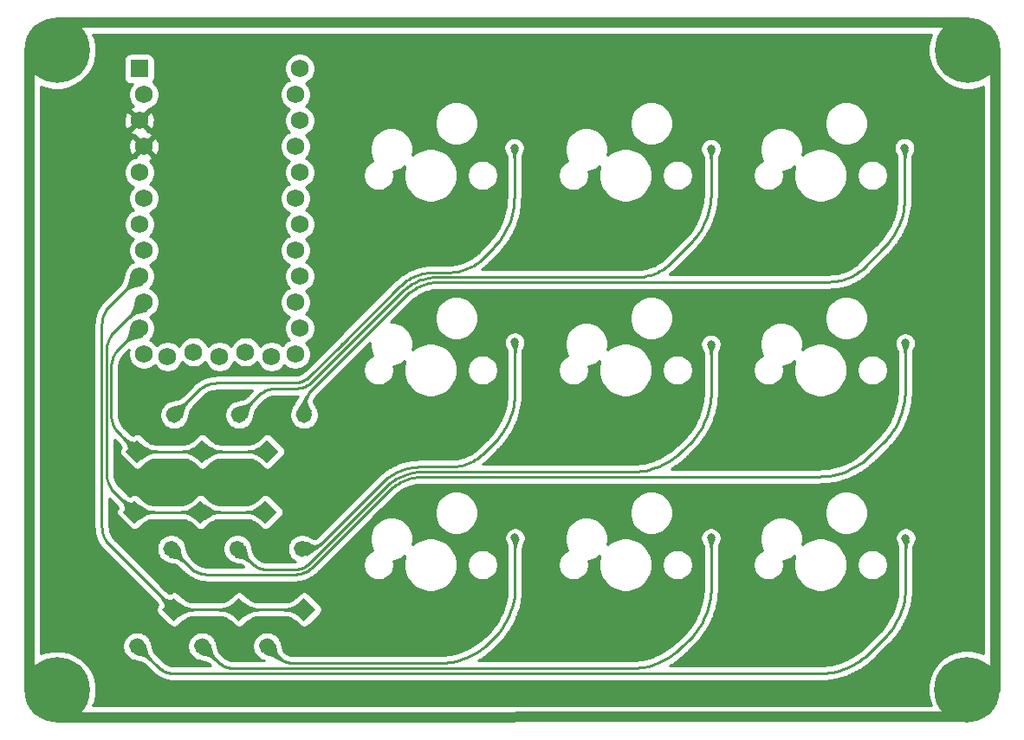
<source format=gtl>
G04 #@! TF.GenerationSoftware,KiCad,Pcbnew,(5.1.10-1-10_14)*
G04 #@! TF.CreationDate,2021-09-27T01:36:05+08:00*
G04 #@! TF.ProjectId,SMP v.2,534d5020-762e-4322-9e6b-696361645f70,rev?*
G04 #@! TF.SameCoordinates,Original*
G04 #@! TF.FileFunction,Copper,L1,Top*
G04 #@! TF.FilePolarity,Positive*
%FSLAX46Y46*%
G04 Gerber Fmt 4.6, Leading zero omitted, Abs format (unit mm)*
G04 Created by KiCad (PCBNEW (5.1.10-1-10_14)) date 2021-09-27 01:36:05*
%MOMM*%
%LPD*%
G01*
G04 APERTURE LIST*
G04 #@! TA.AperFunction,NonConductor*
%ADD10C,1.000000*%
G04 #@! TD*
G04 #@! TA.AperFunction,ComponentPad*
%ADD11C,6.400000*%
G04 #@! TD*
G04 #@! TA.AperFunction,ComponentPad*
%ADD12C,1.752600*%
G04 #@! TD*
G04 #@! TA.AperFunction,ComponentPad*
%ADD13R,1.752600X1.752600*%
G04 #@! TD*
G04 #@! TA.AperFunction,ComponentPad*
%ADD14C,0.100000*%
G04 #@! TD*
G04 #@! TA.AperFunction,ViaPad*
%ADD15C,0.800000*%
G04 #@! TD*
G04 #@! TA.AperFunction,Conductor*
%ADD16C,0.254000*%
G04 #@! TD*
G04 #@! TA.AperFunction,Conductor*
%ADD17C,0.100000*%
G04 #@! TD*
G04 #@! TA.AperFunction,Conductor*
%ADD18C,0.025400*%
G04 #@! TD*
G04 APERTURE END LIST*
D10*
X200459599Y-128577340D02*
X200459599Y-66194940D01*
X108820200Y-63340001D02*
X197637400Y-63340001D01*
X106094801Y-128577340D02*
X106094801Y-66194940D01*
X108822740Y-131274799D02*
X197637400Y-131246838D01*
D11*
X197713055Y-128549400D03*
X108794800Y-128574800D03*
X197759600Y-66040000D03*
X108794800Y-66040000D03*
D12*
X119583200Y-95986600D03*
X122123200Y-95529400D03*
X124663200Y-95986600D03*
X127203200Y-95529400D03*
X129743200Y-95986600D03*
X132511800Y-67818000D03*
X117271800Y-95758000D03*
X132054600Y-70358000D03*
X132511800Y-72898000D03*
X132054600Y-75438000D03*
X132511800Y-77978000D03*
X132054600Y-80518000D03*
X132511800Y-83058000D03*
X132054600Y-85598000D03*
X132511800Y-88138000D03*
X132054600Y-90678000D03*
X132511800Y-93218000D03*
X132054600Y-95758000D03*
X116814600Y-93218000D03*
X117271800Y-90678000D03*
X116814600Y-88138000D03*
X117271800Y-85598000D03*
X116814600Y-83058000D03*
X117271800Y-80518000D03*
X116814600Y-77978000D03*
X117271800Y-75438000D03*
X116814600Y-72898000D03*
X117271800Y-70358000D03*
D13*
X116814600Y-67818000D03*
G04 #@! TA.AperFunction,ComponentPad*
G36*
G01*
X119649839Y-102258395D02*
X119649839Y-102258395D01*
G75*
G02*
X119649839Y-101127025I565685J565685D01*
G01*
X119649839Y-101127025D01*
G75*
G02*
X120781209Y-101127025I565685J-565685D01*
G01*
X120781209Y-101127025D01*
G75*
G02*
X120781209Y-102258395I-565685J-565685D01*
G01*
X120781209Y-102258395D01*
G75*
G02*
X119649839Y-102258395I-565685J565685D01*
G01*
G37*
G04 #@! TD.AperFunction*
G04 #@! TA.AperFunction,ComponentPad*
D14*
G36*
X116623422Y-106416183D02*
G01*
X115492051Y-105284812D01*
X116623422Y-104153441D01*
X117754793Y-105284812D01*
X116623422Y-106416183D01*
G37*
G04 #@! TD.AperFunction*
G04 #@! TA.AperFunction,ComponentPad*
G36*
G01*
X125999839Y-102258395D02*
X125999839Y-102258395D01*
G75*
G02*
X125999839Y-101127025I565685J565685D01*
G01*
X125999839Y-101127025D01*
G75*
G02*
X127131209Y-101127025I565685J-565685D01*
G01*
X127131209Y-101127025D01*
G75*
G02*
X127131209Y-102258395I-565685J-565685D01*
G01*
X127131209Y-102258395D01*
G75*
G02*
X125999839Y-102258395I-565685J565685D01*
G01*
G37*
G04 #@! TD.AperFunction*
G04 #@! TA.AperFunction,ComponentPad*
G36*
X122973422Y-106416183D02*
G01*
X121842051Y-105284812D01*
X122973422Y-104153441D01*
X124104793Y-105284812D01*
X122973422Y-106416183D01*
G37*
G04 #@! TD.AperFunction*
G04 #@! TA.AperFunction,ComponentPad*
G36*
G01*
X132349839Y-102258395D02*
X132349839Y-102258395D01*
G75*
G02*
X132349839Y-101127025I565685J565685D01*
G01*
X132349839Y-101127025D01*
G75*
G02*
X133481209Y-101127025I565685J-565685D01*
G01*
X133481209Y-101127025D01*
G75*
G02*
X133481209Y-102258395I-565685J-565685D01*
G01*
X133481209Y-102258395D01*
G75*
G02*
X132349839Y-102258395I-565685J565685D01*
G01*
G37*
G04 #@! TD.AperFunction*
G04 #@! TA.AperFunction,ComponentPad*
G36*
X129323422Y-106416183D02*
G01*
X128192051Y-105284812D01*
X129323422Y-104153441D01*
X130454793Y-105284812D01*
X129323422Y-106416183D01*
G37*
G04 #@! TD.AperFunction*
G04 #@! TA.AperFunction,ComponentPad*
G36*
G01*
X132161423Y-114230293D02*
X132161423Y-114230293D01*
G75*
G02*
X133292793Y-114230293I565685J-565685D01*
G01*
X133292793Y-114230293D01*
G75*
G02*
X133292793Y-115361663I-565685J-565685D01*
G01*
X133292793Y-115361663D01*
G75*
G02*
X132161423Y-115361663I-565685J565685D01*
G01*
X132161423Y-115361663D01*
G75*
G02*
X132161423Y-114230293I565685J565685D01*
G01*
G37*
G04 #@! TD.AperFunction*
G04 #@! TA.AperFunction,ComponentPad*
G36*
X128003635Y-111203876D02*
G01*
X129135006Y-110072505D01*
X130266377Y-111203876D01*
X129135006Y-112335247D01*
X128003635Y-111203876D01*
G37*
G04 #@! TD.AperFunction*
G04 #@! TA.AperFunction,ComponentPad*
G36*
G01*
X125831743Y-114230293D02*
X125831743Y-114230293D01*
G75*
G02*
X126963113Y-114230293I565685J-565685D01*
G01*
X126963113Y-114230293D01*
G75*
G02*
X126963113Y-115361663I-565685J-565685D01*
G01*
X126963113Y-115361663D01*
G75*
G02*
X125831743Y-115361663I-565685J565685D01*
G01*
X125831743Y-115361663D01*
G75*
G02*
X125831743Y-114230293I565685J565685D01*
G01*
G37*
G04 #@! TD.AperFunction*
G04 #@! TA.AperFunction,ComponentPad*
G36*
X121673955Y-111203876D02*
G01*
X122805326Y-110072505D01*
X123936697Y-111203876D01*
X122805326Y-112335247D01*
X121673955Y-111203876D01*
G37*
G04 #@! TD.AperFunction*
G04 #@! TA.AperFunction,ComponentPad*
G36*
G01*
X119377467Y-114230293D02*
X119377467Y-114230293D01*
G75*
G02*
X120508837Y-114230293I565685J-565685D01*
G01*
X120508837Y-114230293D01*
G75*
G02*
X120508837Y-115361663I-565685J-565685D01*
G01*
X120508837Y-115361663D01*
G75*
G02*
X119377467Y-115361663I-565685J565685D01*
G01*
X119377467Y-115361663D01*
G75*
G02*
X119377467Y-114230293I565685J565685D01*
G01*
G37*
G04 #@! TD.AperFunction*
G04 #@! TA.AperFunction,ComponentPad*
G36*
X115219679Y-111203876D02*
G01*
X116351050Y-110072505D01*
X117482421Y-111203876D01*
X116351050Y-112335247D01*
X115219679Y-111203876D01*
G37*
G04 #@! TD.AperFunction*
G04 #@! TA.AperFunction,ComponentPad*
G36*
G01*
X129889107Y-123755293D02*
X129889107Y-123755293D01*
G75*
G02*
X129889107Y-124886663I-565685J-565685D01*
G01*
X129889107Y-124886663D01*
G75*
G02*
X128757737Y-124886663I-565685J565685D01*
G01*
X128757737Y-124886663D01*
G75*
G02*
X128757737Y-123755293I565685J565685D01*
G01*
X128757737Y-123755293D01*
G75*
G02*
X129889107Y-123755293I565685J-565685D01*
G01*
G37*
G04 #@! TD.AperFunction*
G04 #@! TA.AperFunction,ComponentPad*
G36*
X132915524Y-119597505D02*
G01*
X134046895Y-120728876D01*
X132915524Y-121860247D01*
X131784153Y-120728876D01*
X132915524Y-119597505D01*
G37*
G04 #@! TD.AperFunction*
G04 #@! TA.AperFunction,ComponentPad*
G36*
G01*
X123539107Y-123755293D02*
X123539107Y-123755293D01*
G75*
G02*
X123539107Y-124886663I-565685J-565685D01*
G01*
X123539107Y-124886663D01*
G75*
G02*
X122407737Y-124886663I-565685J565685D01*
G01*
X122407737Y-124886663D01*
G75*
G02*
X122407737Y-123755293I565685J565685D01*
G01*
X122407737Y-123755293D01*
G75*
G02*
X123539107Y-123755293I565685J-565685D01*
G01*
G37*
G04 #@! TD.AperFunction*
G04 #@! TA.AperFunction,ComponentPad*
G36*
X126565524Y-119597505D02*
G01*
X127696895Y-120728876D01*
X126565524Y-121860247D01*
X125434153Y-120728876D01*
X126565524Y-119597505D01*
G37*
G04 #@! TD.AperFunction*
G04 #@! TA.AperFunction,ComponentPad*
G36*
G01*
X117189107Y-123755293D02*
X117189107Y-123755293D01*
G75*
G02*
X117189107Y-124886663I-565685J-565685D01*
G01*
X117189107Y-124886663D01*
G75*
G02*
X116057737Y-124886663I-565685J565685D01*
G01*
X116057737Y-124886663D01*
G75*
G02*
X116057737Y-123755293I565685J565685D01*
G01*
X116057737Y-123755293D01*
G75*
G02*
X117189107Y-123755293I565685J-565685D01*
G01*
G37*
G04 #@! TD.AperFunction*
G04 #@! TA.AperFunction,ComponentPad*
G36*
X120215524Y-119597505D02*
G01*
X121346895Y-120728876D01*
X120215524Y-121860247D01*
X119084153Y-120728876D01*
X120215524Y-119597505D01*
G37*
G04 #@! TD.AperFunction*
D15*
X153466800Y-75565000D03*
X172694600Y-75666600D03*
X191617600Y-75565000D03*
X153517600Y-94589600D03*
X172694600Y-94792800D03*
X191668400Y-94665800D03*
X153543000Y-113715800D03*
X172694600Y-113715800D03*
X191719200Y-113741200D03*
D16*
X136641839Y-94752159D02*
X136487320Y-94906679D01*
X133528784Y-97865213D02*
X133442963Y-97946920D01*
X133442963Y-97946920D02*
X133353238Y-98024318D01*
X133353238Y-98024318D02*
X133259822Y-98097220D01*
X133259822Y-98097220D02*
X133162942Y-98165451D01*
X133162942Y-98165451D02*
X133062831Y-98228846D01*
X133062831Y-98228846D02*
X132959729Y-98287252D01*
X132959729Y-98287252D02*
X132853886Y-98340529D01*
X132853886Y-98340529D02*
X132745557Y-98388548D01*
X132745557Y-98388548D02*
X132635001Y-98431194D01*
X132635001Y-98431194D02*
X132522486Y-98468364D01*
X132522486Y-98468364D02*
X132408283Y-98499968D01*
X132408283Y-98499968D02*
X132292667Y-98525931D01*
X132292667Y-98525931D02*
X132175916Y-98546189D01*
X132175916Y-98546189D02*
X132058312Y-98560694D01*
X132058312Y-98560694D02*
X131940137Y-98569411D01*
X131940137Y-98569411D02*
X131821678Y-98572320D01*
X122628807Y-99279426D02*
X120215524Y-101692710D01*
X122628807Y-99279426D02*
X122714626Y-99197718D01*
X122714626Y-99197718D02*
X122804352Y-99120320D01*
X122804352Y-99120320D02*
X122897768Y-99047418D01*
X122897768Y-99047418D02*
X122994648Y-98979187D01*
X122994648Y-98979187D02*
X123094759Y-98915792D01*
X123094759Y-98915792D02*
X123197861Y-98857386D01*
X123197861Y-98857386D02*
X123303704Y-98804109D01*
X123303704Y-98804109D02*
X123412034Y-98756090D01*
X123412034Y-98756090D02*
X123522589Y-98713444D01*
X123522589Y-98713444D02*
X123635104Y-98676274D01*
X123635104Y-98676274D02*
X123749307Y-98644670D01*
X123749307Y-98644670D02*
X123864924Y-98618707D01*
X123864924Y-98618707D02*
X123981675Y-98598449D01*
X123981675Y-98598449D02*
X124099279Y-98583944D01*
X124099279Y-98583944D02*
X124217454Y-98575227D01*
X124217454Y-98575227D02*
X124335914Y-98572320D01*
X124335914Y-98572320D02*
X131821678Y-98572320D01*
X136448798Y-94945198D02*
X136641839Y-94752159D01*
X133528784Y-97865213D02*
X136448798Y-94945198D01*
X153466800Y-80312000D02*
X153466800Y-75565000D01*
X153466800Y-80312000D02*
X153458075Y-80667379D01*
X153458075Y-80667379D02*
X153431924Y-81021902D01*
X153431924Y-81021902D02*
X153388408Y-81374716D01*
X153388408Y-81374716D02*
X153327634Y-81724969D01*
X153327634Y-81724969D02*
X153249746Y-82071818D01*
X153249746Y-82071818D02*
X153154933Y-82414427D01*
X153154933Y-82414427D02*
X153043424Y-82751972D01*
X153043424Y-82751972D02*
X152915486Y-83083638D01*
X152915486Y-83083638D02*
X152771428Y-83408627D01*
X152771428Y-83408627D02*
X152611597Y-83726156D01*
X152611597Y-83726156D02*
X152436378Y-84035461D01*
X152436378Y-84035461D02*
X152246194Y-84335795D01*
X152246194Y-84335795D02*
X152041502Y-84626435D01*
X152041502Y-84626435D02*
X151822795Y-84906682D01*
X151822795Y-84906682D02*
X151590601Y-85175859D01*
X151590601Y-85175859D02*
X151345479Y-85433320D01*
X147021800Y-87757000D02*
X146278600Y-87757000D01*
X147021800Y-87757000D02*
X147258719Y-87751183D01*
X147258719Y-87751183D02*
X147495068Y-87733749D01*
X147495068Y-87733749D02*
X147730277Y-87704739D01*
X147730277Y-87704739D02*
X147963779Y-87664222D01*
X147963779Y-87664222D02*
X148195011Y-87612297D01*
X148195011Y-87612297D02*
X148423418Y-87549089D01*
X148423418Y-87549089D02*
X148648447Y-87474749D01*
X148648447Y-87474749D02*
X148869558Y-87389457D01*
X148869558Y-87389457D02*
X149086218Y-87293418D01*
X149086218Y-87293418D02*
X149297904Y-87186864D01*
X149297904Y-87186864D02*
X149504107Y-87070052D01*
X149504107Y-87070052D02*
X149704329Y-86943262D01*
X149704329Y-86943262D02*
X149898090Y-86806801D01*
X149898090Y-86806801D02*
X150084921Y-86660996D01*
X150084921Y-86660996D02*
X150264372Y-86506200D01*
X150264372Y-86506200D02*
X150436013Y-86342786D01*
X150436013Y-86342786D02*
X151345479Y-85433320D01*
X145636996Y-87757000D02*
X146278600Y-87757000D01*
X145636996Y-87757000D02*
X145400076Y-87762815D01*
X145400076Y-87762815D02*
X145163727Y-87780249D01*
X145163727Y-87780249D02*
X144928518Y-87809260D01*
X144928518Y-87809260D02*
X144695016Y-87849776D01*
X144695016Y-87849776D02*
X144463783Y-87901701D01*
X144463783Y-87901701D02*
X144235377Y-87964909D01*
X144235377Y-87964909D02*
X144010347Y-88039249D01*
X144010347Y-88039249D02*
X143789236Y-88124541D01*
X143789236Y-88124541D02*
X143572577Y-88220580D01*
X143572577Y-88220580D02*
X143360890Y-88327134D01*
X143360890Y-88327134D02*
X143154688Y-88443946D01*
X143154688Y-88443946D02*
X142954465Y-88570736D01*
X142954465Y-88570736D02*
X142760704Y-88707197D01*
X142760704Y-88707197D02*
X142573873Y-88853001D01*
X142573873Y-88853001D02*
X142394421Y-89007797D01*
X142394421Y-89007797D02*
X142222782Y-89171213D01*
X142222782Y-89171213D02*
X136448798Y-94945198D01*
X131247562Y-120728876D02*
X126565524Y-120728876D01*
X132915524Y-120728876D02*
X131247562Y-120728876D01*
X126565524Y-120728876D02*
X120215524Y-120728876D01*
X113864106Y-91088493D02*
X116814600Y-88138000D01*
X113864106Y-91088493D02*
X113782398Y-91174312D01*
X113782398Y-91174312D02*
X113705000Y-91264038D01*
X113705000Y-91264038D02*
X113632098Y-91357454D01*
X113632098Y-91357454D02*
X113563867Y-91454334D01*
X113563867Y-91454334D02*
X113500472Y-91554445D01*
X113500472Y-91554445D02*
X113442066Y-91657547D01*
X113442066Y-91657547D02*
X113388789Y-91763390D01*
X113388789Y-91763390D02*
X113340770Y-91871720D01*
X113340770Y-91871720D02*
X113298124Y-91982275D01*
X113298124Y-91982275D02*
X113260954Y-92094790D01*
X113260954Y-92094790D02*
X113229350Y-92208993D01*
X113229350Y-92208993D02*
X113203387Y-92324610D01*
X113203387Y-92324610D02*
X113183129Y-92441361D01*
X113183129Y-92441361D02*
X113168624Y-92558965D01*
X113168624Y-92558965D02*
X113159907Y-92677140D01*
X113159907Y-92677140D02*
X113157000Y-92795600D01*
X113157000Y-112670352D02*
X113157000Y-92795600D01*
X113157000Y-112670352D02*
X113159907Y-112788811D01*
X113159907Y-112788811D02*
X113168624Y-112906986D01*
X113168624Y-112906986D02*
X113183129Y-113024590D01*
X113183129Y-113024590D02*
X113203387Y-113141341D01*
X113203387Y-113141341D02*
X113229349Y-113256957D01*
X113229349Y-113256957D02*
X113260954Y-113371161D01*
X113260954Y-113371161D02*
X113298124Y-113483675D01*
X113298124Y-113483675D02*
X113340770Y-113594231D01*
X113340770Y-113594231D02*
X113388789Y-113702560D01*
X113388789Y-113702560D02*
X113442066Y-113808404D01*
X113442066Y-113808404D02*
X113500472Y-113911505D01*
X113500472Y-113911505D02*
X113563867Y-114011616D01*
X113563867Y-114011616D02*
X113632098Y-114108496D01*
X113632098Y-114108496D02*
X113705000Y-114201912D01*
X113705000Y-114201912D02*
X113782398Y-114291638D01*
X113782398Y-114291638D02*
X113864106Y-114377458D01*
X113864106Y-114377458D02*
X120215524Y-120728876D01*
X137132059Y-95023939D02*
X136995320Y-95160679D01*
X133759924Y-98396073D02*
X133674103Y-98477779D01*
X133674103Y-98477779D02*
X133584377Y-98555177D01*
X133584377Y-98555177D02*
X133490962Y-98628080D01*
X133490962Y-98628080D02*
X133394082Y-98696310D01*
X133394082Y-98696310D02*
X133293970Y-98759705D01*
X133293970Y-98759705D02*
X133190869Y-98818111D01*
X133190869Y-98818111D02*
X133085026Y-98871388D01*
X133085026Y-98871388D02*
X132976696Y-98919408D01*
X132976696Y-98919408D02*
X132866141Y-98962054D01*
X132866141Y-98962054D02*
X132753626Y-98999224D01*
X132753626Y-98999224D02*
X132639423Y-99030828D01*
X132639423Y-99030828D02*
X132523807Y-99056791D01*
X132523807Y-99056791D02*
X132407056Y-99077049D01*
X132407056Y-99077049D02*
X132289452Y-99091554D01*
X132289452Y-99091554D02*
X132171277Y-99100271D01*
X132171277Y-99100271D02*
X132052818Y-99103180D01*
X128447947Y-99810286D02*
X126565524Y-101692710D01*
X128447947Y-99810286D02*
X128533766Y-99728578D01*
X128533766Y-99728578D02*
X128623492Y-99651180D01*
X128623492Y-99651180D02*
X128716908Y-99578278D01*
X128716908Y-99578278D02*
X128813788Y-99510047D01*
X128813788Y-99510047D02*
X128913899Y-99446652D01*
X128913899Y-99446652D02*
X129017001Y-99388246D01*
X129017001Y-99388246D02*
X129122844Y-99334969D01*
X129122844Y-99334969D02*
X129231174Y-99286950D01*
X129231174Y-99286950D02*
X129341729Y-99244304D01*
X129341729Y-99244304D02*
X129454244Y-99207134D01*
X129454244Y-99207134D02*
X129568447Y-99175530D01*
X129568447Y-99175530D02*
X129684064Y-99149567D01*
X129684064Y-99149567D02*
X129800815Y-99129309D01*
X129800815Y-99129309D02*
X129918419Y-99114804D01*
X129918419Y-99114804D02*
X130036594Y-99106087D01*
X130036594Y-99106087D02*
X130155054Y-99103180D01*
X130155054Y-99103180D02*
X132052818Y-99103180D01*
X137020298Y-95135698D02*
X137132059Y-95023939D01*
X133759924Y-98396073D02*
X137020298Y-95135698D01*
X145941796Y-88214200D02*
X145704876Y-88220015D01*
X145704876Y-88220015D02*
X145468527Y-88237449D01*
X145468527Y-88237449D02*
X145233318Y-88266460D01*
X145233318Y-88266460D02*
X144999816Y-88306976D01*
X144999816Y-88306976D02*
X144768583Y-88358901D01*
X144768583Y-88358901D02*
X144540177Y-88422109D01*
X144540177Y-88422109D02*
X144315147Y-88496449D01*
X144315147Y-88496449D02*
X144094036Y-88581741D01*
X144094036Y-88581741D02*
X143877377Y-88677780D01*
X143877377Y-88677780D02*
X143665690Y-88784334D01*
X143665690Y-88784334D02*
X143459488Y-88901146D01*
X143459488Y-88901146D02*
X143259265Y-89027936D01*
X143259265Y-89027936D02*
X143065504Y-89164397D01*
X143065504Y-89164397D02*
X142878673Y-89310201D01*
X142878673Y-89310201D02*
X142699221Y-89464997D01*
X142699221Y-89464997D02*
X142527582Y-89628413D01*
X142527582Y-89628413D02*
X137020298Y-95135698D01*
X168800213Y-86799986D02*
X168628572Y-86963400D01*
X168628572Y-86963400D02*
X168449121Y-87118196D01*
X168449121Y-87118196D02*
X168262290Y-87264001D01*
X168262290Y-87264001D02*
X168068529Y-87400462D01*
X168068529Y-87400462D02*
X167868307Y-87527252D01*
X167868307Y-87527252D02*
X167662104Y-87644064D01*
X167662104Y-87644064D02*
X167450418Y-87750618D01*
X167450418Y-87750618D02*
X167233758Y-87846657D01*
X167233758Y-87846657D02*
X167012647Y-87931949D01*
X167012647Y-87931949D02*
X166787618Y-88006289D01*
X166787618Y-88006289D02*
X166559211Y-88069497D01*
X166559211Y-88069497D02*
X166327979Y-88121422D01*
X166327979Y-88121422D02*
X166094477Y-88161939D01*
X166094477Y-88161939D02*
X165859268Y-88190949D01*
X165859268Y-88190949D02*
X165622919Y-88208383D01*
X165622919Y-88208383D02*
X165386000Y-88214200D01*
X165386000Y-88214200D02*
X145941796Y-88214200D01*
X172694600Y-79905600D02*
X172694600Y-75666600D01*
X172694600Y-79905600D02*
X172685875Y-80260979D01*
X172685875Y-80260979D02*
X172659724Y-80615502D01*
X172659724Y-80615502D02*
X172616208Y-80968316D01*
X172616208Y-80968316D02*
X172555434Y-81318569D01*
X172555434Y-81318569D02*
X172477546Y-81665418D01*
X172477546Y-81665418D02*
X172382733Y-82008027D01*
X172382733Y-82008027D02*
X172271224Y-82345572D01*
X172271224Y-82345572D02*
X172143286Y-82677238D01*
X172143286Y-82677238D02*
X171999228Y-83002227D01*
X171999228Y-83002227D02*
X171839397Y-83319756D01*
X171839397Y-83319756D02*
X171664178Y-83629061D01*
X171664178Y-83629061D02*
X171473994Y-83929395D01*
X171473994Y-83929395D02*
X171269302Y-84220035D01*
X171269302Y-84220035D02*
X171050595Y-84500282D01*
X171050595Y-84500282D02*
X170818401Y-84769459D01*
X170818401Y-84769459D02*
X170573279Y-85026920D01*
X170573279Y-85026920D02*
X168800213Y-86799986D01*
X132918431Y-100884014D02*
X132915524Y-101002474D01*
X133099294Y-100078594D02*
X133056648Y-100189149D01*
X132915524Y-101002474D02*
X132915524Y-101692710D01*
X133147313Y-99970264D02*
X133099294Y-100078594D01*
X133200590Y-99864421D02*
X133147313Y-99970264D01*
X132961911Y-100531484D02*
X132941653Y-100648235D01*
X133463524Y-99470912D02*
X133390622Y-99564328D01*
X133258996Y-99761319D02*
X133200590Y-99864421D01*
X132987874Y-100415867D02*
X132961911Y-100531484D01*
X133056648Y-100189149D02*
X133019478Y-100301664D01*
X133390622Y-99564328D02*
X133322391Y-99661208D01*
X133322391Y-99661208D02*
X133258996Y-99761319D01*
X132941653Y-100648235D02*
X132927148Y-100765839D01*
X133019478Y-100301664D02*
X132987874Y-100415867D01*
X133540922Y-99381186D02*
X133463524Y-99470912D01*
X132927148Y-100765839D02*
X132918431Y-100884014D01*
X133622630Y-99295367D02*
X133540922Y-99381186D01*
X146246597Y-88671400D02*
X146009677Y-88677215D01*
X146009677Y-88677215D02*
X145773328Y-88694649D01*
X145773328Y-88694649D02*
X145538119Y-88723660D01*
X145538119Y-88723660D02*
X145304617Y-88764176D01*
X145304617Y-88764176D02*
X145073384Y-88816101D01*
X145073384Y-88816101D02*
X144844978Y-88879309D01*
X144844978Y-88879309D02*
X144619948Y-88953649D01*
X144619948Y-88953649D02*
X144398837Y-89038941D01*
X144398837Y-89038941D02*
X144182178Y-89134980D01*
X144182178Y-89134980D02*
X143970491Y-89241534D01*
X143970491Y-89241534D02*
X143764289Y-89358346D01*
X143764289Y-89358346D02*
X143564066Y-89485136D01*
X143564066Y-89485136D02*
X143370305Y-89621597D01*
X143370305Y-89621597D02*
X143183474Y-89767401D01*
X143183474Y-89767401D02*
X143004022Y-89922197D01*
X143004022Y-89922197D02*
X142832383Y-90085613D01*
X142832383Y-90085613D02*
X133622630Y-99295367D01*
X191617600Y-80312000D02*
X191617600Y-75565000D01*
X191617600Y-80312000D02*
X191608875Y-80667379D01*
X191608875Y-80667379D02*
X191582724Y-81021902D01*
X191582724Y-81021902D02*
X191539208Y-81374716D01*
X191539208Y-81374716D02*
X191478434Y-81724969D01*
X191478434Y-81724969D02*
X191400546Y-82071818D01*
X191400546Y-82071818D02*
X191305733Y-82414427D01*
X191305733Y-82414427D02*
X191194224Y-82751972D01*
X191194224Y-82751972D02*
X191066286Y-83083638D01*
X191066286Y-83083638D02*
X190922228Y-83408627D01*
X190922228Y-83408627D02*
X190762397Y-83726156D01*
X190762397Y-83726156D02*
X190587178Y-84035461D01*
X190587178Y-84035461D02*
X190396994Y-84335795D01*
X190396994Y-84335795D02*
X190192302Y-84626435D01*
X190192302Y-84626435D02*
X189973595Y-84906682D01*
X189973595Y-84906682D02*
X189741401Y-85175859D01*
X189741401Y-85175859D02*
X189496279Y-85433320D01*
X184258200Y-88671400D02*
X146246597Y-88671400D01*
X184258200Y-88671400D02*
X184495119Y-88665583D01*
X184495119Y-88665583D02*
X184731468Y-88648149D01*
X184731468Y-88648149D02*
X184966677Y-88619139D01*
X184966677Y-88619139D02*
X185200179Y-88578622D01*
X185200179Y-88578622D02*
X185431411Y-88526697D01*
X185431411Y-88526697D02*
X185659818Y-88463489D01*
X185659818Y-88463489D02*
X185884847Y-88389149D01*
X185884847Y-88389149D02*
X186105958Y-88303857D01*
X186105958Y-88303857D02*
X186322618Y-88207818D01*
X186322618Y-88207818D02*
X186534304Y-88101264D01*
X186534304Y-88101264D02*
X186740507Y-87984452D01*
X186740507Y-87984452D02*
X186940729Y-87857662D01*
X186940729Y-87857662D02*
X187134490Y-87721201D01*
X187134490Y-87721201D02*
X187321321Y-87575396D01*
X187321321Y-87575396D02*
X187500772Y-87420600D01*
X187500772Y-87420600D02*
X187672413Y-87257186D01*
X187672413Y-87257186D02*
X189496279Y-85433320D01*
X133124022Y-114795978D02*
X132727108Y-114795978D01*
X133124022Y-114795978D02*
X133242481Y-114793069D01*
X133242481Y-114793069D02*
X133360656Y-114784352D01*
X133360656Y-114784352D02*
X133478260Y-114769847D01*
X133478260Y-114769847D02*
X133595011Y-114749589D01*
X133595011Y-114749589D02*
X133710627Y-114723626D01*
X133710627Y-114723626D02*
X133824830Y-114692022D01*
X133824830Y-114692022D02*
X133937345Y-114654852D01*
X133937345Y-114654852D02*
X134047901Y-114612206D01*
X134047901Y-114612206D02*
X134156230Y-114564187D01*
X134156230Y-114564187D02*
X134262073Y-114510910D01*
X134262073Y-114510910D02*
X134365175Y-114452503D01*
X134365175Y-114452503D02*
X134465286Y-114389109D01*
X134465286Y-114389109D02*
X134562166Y-114320878D01*
X134562166Y-114320878D02*
X134655581Y-114247976D01*
X134655581Y-114247976D02*
X134745307Y-114170578D01*
X134745307Y-114170578D02*
X134831128Y-114088871D01*
X153517600Y-99412800D02*
X153517600Y-94589600D01*
X153517600Y-99412800D02*
X153508875Y-99768179D01*
X153508875Y-99768179D02*
X153482724Y-100122702D01*
X153482724Y-100122702D02*
X153439208Y-100475516D01*
X153439208Y-100475516D02*
X153378434Y-100825769D01*
X153378434Y-100825769D02*
X153300546Y-101172618D01*
X153300546Y-101172618D02*
X153205733Y-101515227D01*
X153205733Y-101515227D02*
X153094224Y-101852772D01*
X153094224Y-101852772D02*
X152966286Y-102184438D01*
X152966286Y-102184438D02*
X152822228Y-102509427D01*
X152822228Y-102509427D02*
X152662397Y-102826956D01*
X152662397Y-102826956D02*
X152487178Y-103136261D01*
X152487178Y-103136261D02*
X152296994Y-103436595D01*
X152296994Y-103436595D02*
X152092302Y-103727235D01*
X152092302Y-103727235D02*
X151873595Y-104007482D01*
X151873595Y-104007482D02*
X151641401Y-104276659D01*
X151641401Y-104276659D02*
X151396279Y-104534120D01*
X147148800Y-106781600D02*
X145516600Y-106781600D01*
X147148800Y-106781600D02*
X147385719Y-106775783D01*
X147385719Y-106775783D02*
X147622068Y-106758349D01*
X147622068Y-106758349D02*
X147857277Y-106729339D01*
X147857277Y-106729339D02*
X148090779Y-106688822D01*
X148090779Y-106688822D02*
X148322011Y-106636897D01*
X148322011Y-106636897D02*
X148550418Y-106573689D01*
X148550418Y-106573689D02*
X148775447Y-106499349D01*
X148775447Y-106499349D02*
X148996558Y-106414057D01*
X148996558Y-106414057D02*
X149213218Y-106318018D01*
X149213218Y-106318018D02*
X149424904Y-106211464D01*
X149424904Y-106211464D02*
X149631107Y-106094652D01*
X149631107Y-106094652D02*
X149831329Y-105967862D01*
X149831329Y-105967862D02*
X150025090Y-105831401D01*
X150025090Y-105831401D02*
X150211921Y-105685596D01*
X150211921Y-105685596D02*
X150391372Y-105530800D01*
X150391372Y-105530800D02*
X150563013Y-105367386D01*
X150563013Y-105367386D02*
X151396279Y-104534120D01*
X140724185Y-108195813D02*
X134831128Y-114088871D01*
X140724185Y-108195813D02*
X140895824Y-108032397D01*
X140895824Y-108032397D02*
X141075276Y-107877601D01*
X141075276Y-107877601D02*
X141262107Y-107731797D01*
X141262107Y-107731797D02*
X141455868Y-107595336D01*
X141455868Y-107595336D02*
X141656091Y-107468546D01*
X141656091Y-107468546D02*
X141862293Y-107351733D01*
X141862293Y-107351733D02*
X142073980Y-107245180D01*
X142073980Y-107245180D02*
X142290639Y-107149141D01*
X142290639Y-107149141D02*
X142511750Y-107063849D01*
X142511750Y-107063849D02*
X142736780Y-106989509D01*
X142736780Y-106989509D02*
X142965186Y-106926301D01*
X142965186Y-106926301D02*
X143196419Y-106874376D01*
X143196419Y-106874376D02*
X143429921Y-106833859D01*
X143429921Y-106833859D02*
X143665130Y-106804849D01*
X143665130Y-106804849D02*
X143901479Y-106787415D01*
X143901479Y-106787415D02*
X144138399Y-106781600D01*
X144138399Y-106781600D02*
X145516600Y-106781600D01*
X129135006Y-111203876D02*
X122805326Y-111203876D01*
X122805326Y-111203876D02*
X116351050Y-111203876D01*
X114321306Y-93628493D02*
X117271800Y-90678000D01*
X114321306Y-93628493D02*
X114239598Y-93714312D01*
X114239598Y-93714312D02*
X114162200Y-93804038D01*
X114162200Y-93804038D02*
X114089298Y-93897454D01*
X114089298Y-93897454D02*
X114021067Y-93994334D01*
X114021067Y-93994334D02*
X113957672Y-94094445D01*
X113957672Y-94094445D02*
X113899266Y-94197547D01*
X113899266Y-94197547D02*
X113845989Y-94303390D01*
X113845989Y-94303390D02*
X113797970Y-94411720D01*
X113797970Y-94411720D02*
X113755324Y-94522275D01*
X113755324Y-94522275D02*
X113718154Y-94634790D01*
X113718154Y-94634790D02*
X113686550Y-94748993D01*
X113686550Y-94748993D02*
X113660587Y-94864610D01*
X113660587Y-94864610D02*
X113640329Y-94981361D01*
X113640329Y-94981361D02*
X113625824Y-95098965D01*
X113625824Y-95098965D02*
X113617107Y-95217140D01*
X113617107Y-95217140D02*
X113614200Y-95335600D01*
X113614200Y-107467026D02*
X113614200Y-95335600D01*
X113614200Y-107467026D02*
X113617108Y-107585485D01*
X113617108Y-107585485D02*
X113625825Y-107703660D01*
X113625825Y-107703660D02*
X113640330Y-107821264D01*
X113640330Y-107821264D02*
X113660588Y-107938015D01*
X113660588Y-107938015D02*
X113686550Y-108053631D01*
X113686550Y-108053631D02*
X113718155Y-108167834D01*
X113718155Y-108167834D02*
X113755325Y-108280349D01*
X113755325Y-108280349D02*
X113797970Y-108390904D01*
X113797970Y-108390904D02*
X113845990Y-108499234D01*
X113845990Y-108499234D02*
X113899267Y-108605077D01*
X113899267Y-108605077D02*
X113957673Y-108708179D01*
X113957673Y-108708179D02*
X114021068Y-108808290D01*
X114021068Y-108808290D02*
X114089298Y-108905170D01*
X114089298Y-108905170D02*
X114162200Y-108998585D01*
X114162200Y-108998585D02*
X114239598Y-109088311D01*
X114239598Y-109088311D02*
X114321306Y-109174132D01*
X114321306Y-109174132D02*
X116351050Y-111203876D01*
X129204815Y-116828373D02*
X129087211Y-116813868D01*
X133463285Y-116214600D02*
X133373559Y-116291998D01*
X127734343Y-116132893D02*
X126397428Y-114795978D01*
X127909889Y-116291997D02*
X127820163Y-116214599D01*
X128303397Y-116554931D02*
X128200296Y-116496525D01*
X132542808Y-116736044D02*
X132428605Y-116767648D01*
X128003304Y-116364900D02*
X127909889Y-116291997D01*
X128970460Y-116793610D02*
X128854844Y-116767647D01*
X133373559Y-116291998D02*
X133280144Y-116364900D01*
X127820163Y-116214599D02*
X127734343Y-116132893D01*
X128628126Y-116698873D02*
X128517570Y-116656227D01*
X128517570Y-116656227D02*
X128409240Y-116608208D01*
X129322990Y-116837090D02*
X129204815Y-116828373D01*
X133280144Y-116364900D02*
X133183264Y-116433131D01*
X132765879Y-116656228D02*
X132655323Y-116698874D01*
X132655323Y-116698874D02*
X132542808Y-116736044D01*
X133549106Y-116132893D02*
X133463285Y-116214600D01*
X128100185Y-116433130D02*
X128003304Y-116364900D01*
X133083153Y-116496525D02*
X132980051Y-116554932D01*
X132874208Y-116608209D02*
X132765879Y-116656228D01*
X128200296Y-116496525D02*
X128100185Y-116433130D01*
X132312989Y-116793611D02*
X132196238Y-116813869D01*
X128740640Y-116736043D02*
X128628126Y-116698873D01*
X132428605Y-116767648D02*
X132312989Y-116793611D01*
X131842000Y-116840000D02*
X129441450Y-116840000D01*
X131960459Y-116837091D02*
X131842000Y-116840000D01*
X132196238Y-116813869D02*
X132078634Y-116828374D01*
X132078634Y-116828374D02*
X131960459Y-116837091D01*
X128854844Y-116767647D02*
X128740640Y-116736043D01*
X132980051Y-116554932D02*
X132874208Y-116608209D01*
X129441450Y-116840000D02*
X129322990Y-116837090D01*
X133183264Y-116433131D02*
X133083153Y-116496525D01*
X129087211Y-116813868D02*
X128970460Y-116793610D01*
X128409240Y-116608208D02*
X128303397Y-116554931D01*
X141000395Y-108681603D02*
X133549106Y-116132893D01*
X141000395Y-108681603D02*
X141172034Y-108518187D01*
X141172034Y-108518187D02*
X141351486Y-108363391D01*
X141351486Y-108363391D02*
X141538317Y-108217586D01*
X141538317Y-108217586D02*
X141732077Y-108081125D01*
X141732077Y-108081125D02*
X141932300Y-107954335D01*
X141932300Y-107954335D02*
X142138503Y-107837523D01*
X142138503Y-107837523D02*
X142350189Y-107730969D01*
X142350189Y-107730969D02*
X142566849Y-107634930D01*
X142566849Y-107634930D02*
X142787960Y-107549638D01*
X142787960Y-107549638D02*
X143012990Y-107475299D01*
X143012990Y-107475299D02*
X143241396Y-107412090D01*
X143241396Y-107412090D02*
X143472629Y-107360165D01*
X143472629Y-107360165D02*
X143706131Y-107319648D01*
X143706131Y-107319648D02*
X143941340Y-107290638D01*
X143941340Y-107290638D02*
X144177689Y-107273204D01*
X144177689Y-107273204D02*
X144414609Y-107267389D01*
X172694600Y-99412800D02*
X172694600Y-94792800D01*
X172694600Y-99412800D02*
X172685875Y-99768179D01*
X172685875Y-99768179D02*
X172659724Y-100122702D01*
X172659724Y-100122702D02*
X172616208Y-100475516D01*
X172616208Y-100475516D02*
X172555434Y-100825769D01*
X172555434Y-100825769D02*
X172477546Y-101172618D01*
X172477546Y-101172618D02*
X172382733Y-101515227D01*
X172382733Y-101515227D02*
X172271224Y-101852772D01*
X172271224Y-101852772D02*
X172143286Y-102184438D01*
X172143286Y-102184438D02*
X171999228Y-102509427D01*
X171999228Y-102509427D02*
X171839397Y-102826956D01*
X171839397Y-102826956D02*
X171664178Y-103136261D01*
X171664178Y-103136261D02*
X171473994Y-103436595D01*
X171473994Y-103436595D02*
X171269302Y-103727235D01*
X171269302Y-103727235D02*
X171050595Y-104007482D01*
X171050595Y-104007482D02*
X170818401Y-104276659D01*
X170818401Y-104276659D02*
X170573279Y-104534120D01*
X164840011Y-107267389D02*
X144414609Y-107267389D01*
X164840011Y-107267389D02*
X165195390Y-107258664D01*
X165195390Y-107258664D02*
X165549913Y-107232512D01*
X165549913Y-107232512D02*
X165902726Y-107188997D01*
X165902726Y-107188997D02*
X166252979Y-107128222D01*
X166252979Y-107128222D02*
X166599828Y-107050335D01*
X166599828Y-107050335D02*
X166942438Y-106955522D01*
X166942438Y-106955522D02*
X167279982Y-106844012D01*
X167279982Y-106844012D02*
X167611648Y-106716074D01*
X167611648Y-106716074D02*
X167936637Y-106572016D01*
X167936637Y-106572016D02*
X168254167Y-106412186D01*
X168254167Y-106412186D02*
X168563471Y-106236967D01*
X168563471Y-106236967D02*
X168863805Y-106046782D01*
X168863805Y-106046782D02*
X169154445Y-105842090D01*
X169154445Y-105842090D02*
X169434692Y-105623384D01*
X169434692Y-105623384D02*
X169703869Y-105391189D01*
X169703869Y-105391189D02*
X169961330Y-105146068D01*
X169961330Y-105146068D02*
X170573279Y-104534120D01*
X121734078Y-116586904D02*
X119943152Y-114795978D01*
X121909624Y-116746008D02*
X121819898Y-116668610D01*
X122200031Y-116950536D02*
X122099920Y-116887141D01*
X122303132Y-117008942D02*
X122200031Y-116950536D01*
X122408975Y-117062219D02*
X122303132Y-117008942D01*
X122627861Y-117152884D02*
X122517305Y-117110238D01*
X122740375Y-117190054D02*
X122627861Y-117152884D01*
X122854579Y-117221658D02*
X122740375Y-117190054D01*
X122970195Y-117247621D02*
X122854579Y-117221658D01*
X123086946Y-117267879D02*
X122970195Y-117247621D01*
X122517305Y-117110238D02*
X122408975Y-117062219D01*
X123204550Y-117282384D02*
X123086946Y-117267879D01*
X132266691Y-117282385D02*
X132148516Y-117291102D01*
X123322725Y-117291101D02*
X123204550Y-117282384D01*
X132384295Y-117267880D02*
X132266691Y-117282385D01*
X123441185Y-117294011D02*
X123322725Y-117291101D01*
X132501046Y-117247622D02*
X132384295Y-117267880D01*
X133271210Y-116950536D02*
X133168108Y-117008943D01*
X132616662Y-117221659D02*
X132501046Y-117247622D01*
X132030057Y-117294011D02*
X123441185Y-117294011D01*
X132730865Y-117190055D02*
X132616662Y-117221659D01*
X132843380Y-117152885D02*
X132730865Y-117190055D01*
X133062265Y-117062220D02*
X132953936Y-117110239D01*
X132953936Y-117110239D02*
X132843380Y-117152885D01*
X133468201Y-116818911D02*
X133371321Y-116887142D01*
X121819898Y-116668610D02*
X121734078Y-116586904D01*
X133561616Y-116746009D02*
X133468201Y-116818911D01*
X122003039Y-116818911D02*
X121909624Y-116746008D01*
X133371321Y-116887142D02*
X133271210Y-116950536D01*
X122099920Y-116887141D02*
X122003039Y-116818911D01*
X133651342Y-116668611D02*
X133561616Y-116746009D01*
X133737163Y-116586904D02*
X133651342Y-116668611D01*
X133168108Y-117008943D02*
X133062265Y-117062220D01*
X132148516Y-117291102D02*
X132030057Y-117294011D01*
X144602667Y-107721400D02*
X144365747Y-107727215D01*
X144365747Y-107727215D02*
X144129398Y-107744649D01*
X144129398Y-107744649D02*
X143894189Y-107773660D01*
X143894189Y-107773660D02*
X143660687Y-107814176D01*
X143660687Y-107814176D02*
X143429454Y-107866101D01*
X143429454Y-107866101D02*
X143201048Y-107929309D01*
X143201048Y-107929309D02*
X142976018Y-108003649D01*
X142976018Y-108003649D02*
X142754907Y-108088941D01*
X142754907Y-108088941D02*
X142538248Y-108184980D01*
X142538248Y-108184980D02*
X142326561Y-108291534D01*
X142326561Y-108291534D02*
X142120359Y-108408346D01*
X142120359Y-108408346D02*
X141920136Y-108535136D01*
X141920136Y-108535136D02*
X141726375Y-108671597D01*
X141726375Y-108671597D02*
X141539544Y-108817401D01*
X141539544Y-108817401D02*
X141360092Y-108972197D01*
X141360092Y-108972197D02*
X141188453Y-109135613D01*
X141188453Y-109135613D02*
X133737163Y-116586904D01*
X191668400Y-99260400D02*
X191668400Y-94665800D01*
X191668400Y-99260400D02*
X191659675Y-99615779D01*
X191659675Y-99615779D02*
X191633524Y-99970302D01*
X191633524Y-99970302D02*
X191590008Y-100323116D01*
X191590008Y-100323116D02*
X191529234Y-100673369D01*
X191529234Y-100673369D02*
X191451346Y-101020218D01*
X191451346Y-101020218D02*
X191356533Y-101362827D01*
X191356533Y-101362827D02*
X191245024Y-101700372D01*
X191245024Y-101700372D02*
X191117086Y-102032038D01*
X191117086Y-102032038D02*
X190973028Y-102357027D01*
X190973028Y-102357027D02*
X190813197Y-102674556D01*
X190813197Y-102674556D02*
X190637978Y-102983861D01*
X190637978Y-102983861D02*
X190447794Y-103284195D01*
X190447794Y-103284195D02*
X190243102Y-103574835D01*
X190243102Y-103574835D02*
X190024395Y-103855082D01*
X190024395Y-103855082D02*
X189792201Y-104124259D01*
X189792201Y-104124259D02*
X189547079Y-104381720D01*
X183207400Y-107721400D02*
X144602667Y-107721400D01*
X183207400Y-107721400D02*
X183562779Y-107712675D01*
X183562779Y-107712675D02*
X183917302Y-107686524D01*
X183917302Y-107686524D02*
X184270116Y-107643008D01*
X184270116Y-107643008D02*
X184620369Y-107582234D01*
X184620369Y-107582234D02*
X184967218Y-107504346D01*
X184967218Y-107504346D02*
X185309827Y-107409533D01*
X185309827Y-107409533D02*
X185647372Y-107298024D01*
X185647372Y-107298024D02*
X185979038Y-107170086D01*
X185979038Y-107170086D02*
X186304027Y-107026028D01*
X186304027Y-107026028D02*
X186621556Y-106866197D01*
X186621556Y-106866197D02*
X186930861Y-106690978D01*
X186930861Y-106690978D02*
X187231195Y-106500794D01*
X187231195Y-106500794D02*
X187521835Y-106296102D01*
X187521835Y-106296102D02*
X187802082Y-106077395D01*
X187802082Y-106077395D02*
X188071259Y-105845201D01*
X188071259Y-105845201D02*
X188328720Y-105600079D01*
X188328720Y-105600079D02*
X189547079Y-104381720D01*
X130279337Y-125276893D02*
X129323422Y-124320978D01*
X130365157Y-125358600D02*
X130279337Y-125276893D01*
X130454882Y-125435998D02*
X130365157Y-125358600D01*
X130548298Y-125508900D02*
X130454882Y-125435998D01*
X130645178Y-125577131D02*
X130548298Y-125508900D01*
X131062564Y-125800228D02*
X130954234Y-125752209D01*
X131173119Y-125842874D02*
X131062564Y-125800228D01*
X131986444Y-125984000D02*
X131867984Y-125981091D01*
X131515454Y-125937611D02*
X131399837Y-125911648D01*
X131867984Y-125981091D02*
X131749809Y-125972374D01*
X131632205Y-125957869D02*
X131515454Y-125937611D01*
X131399837Y-125911648D02*
X131285634Y-125880044D01*
X130745290Y-125640526D02*
X130645178Y-125577131D01*
X131285634Y-125880044D02*
X131173119Y-125842874D01*
X131749809Y-125972374D02*
X131632205Y-125957869D01*
X130848391Y-125698932D02*
X130745290Y-125640526D01*
X130954234Y-125752209D02*
X130848391Y-125698932D01*
X153543000Y-118462800D02*
X153543000Y-113715800D01*
X153543000Y-118462800D02*
X153534275Y-118818179D01*
X153534275Y-118818179D02*
X153508124Y-119172702D01*
X153508124Y-119172702D02*
X153464608Y-119525516D01*
X153464608Y-119525516D02*
X153403834Y-119875769D01*
X153403834Y-119875769D02*
X153325946Y-120222618D01*
X153325946Y-120222618D02*
X153231133Y-120565227D01*
X153231133Y-120565227D02*
X153119624Y-120902772D01*
X153119624Y-120902772D02*
X152991686Y-121234438D01*
X152991686Y-121234438D02*
X152847628Y-121559427D01*
X152847628Y-121559427D02*
X152687797Y-121876956D01*
X152687797Y-121876956D02*
X152512578Y-122186261D01*
X152512578Y-122186261D02*
X152322394Y-122486595D01*
X152322394Y-122486595D02*
X152117702Y-122777235D01*
X152117702Y-122777235D02*
X151898995Y-123057482D01*
X151898995Y-123057482D02*
X151666801Y-123326659D01*
X151666801Y-123326659D02*
X151421679Y-123584120D01*
X146021800Y-125984000D02*
X131986444Y-125984000D01*
X146021800Y-125984000D02*
X146377179Y-125975275D01*
X146377179Y-125975275D02*
X146731702Y-125949123D01*
X146731702Y-125949123D02*
X147084515Y-125905608D01*
X147084515Y-125905608D02*
X147434768Y-125844833D01*
X147434768Y-125844833D02*
X147781617Y-125766946D01*
X147781617Y-125766946D02*
X148124227Y-125672133D01*
X148124227Y-125672133D02*
X148461771Y-125560623D01*
X148461771Y-125560623D02*
X148793437Y-125432685D01*
X148793437Y-125432685D02*
X149118426Y-125288627D01*
X149118426Y-125288627D02*
X149435956Y-125128797D01*
X149435956Y-125128797D02*
X149745260Y-124953578D01*
X149745260Y-124953578D02*
X150045594Y-124763393D01*
X150045594Y-124763393D02*
X150336234Y-124558701D01*
X150336234Y-124558701D02*
X150616481Y-124339995D01*
X150616481Y-124339995D02*
X150885658Y-124107800D01*
X150885658Y-124107800D02*
X151143119Y-123862679D01*
X151143119Y-123862679D02*
X151421679Y-123584120D01*
X124612882Y-125943999D02*
X124523156Y-125866600D01*
X124437337Y-125784893D02*
X122973422Y-124320978D01*
X125006391Y-126206932D02*
X124903289Y-126148526D01*
X125112234Y-126260209D02*
X125006391Y-126206932D01*
X125220564Y-126308229D02*
X125112234Y-126260209D01*
X125557837Y-126419649D02*
X125443634Y-126388044D01*
X124903289Y-126148526D02*
X124803178Y-126085131D01*
X125673454Y-126445611D02*
X125557837Y-126419649D01*
X125907809Y-126480374D02*
X125790205Y-126465869D01*
X124706298Y-126016901D02*
X124612882Y-125943999D01*
X126025984Y-126489091D02*
X125907809Y-126480374D01*
X125331119Y-126350875D02*
X125220564Y-126308229D01*
X125443634Y-126388044D02*
X125331119Y-126350875D01*
X124523156Y-125866600D02*
X124437337Y-125784893D01*
X125790205Y-126465869D02*
X125673454Y-126445611D01*
X126144444Y-126492000D02*
X126025984Y-126489091D01*
X124803178Y-126085131D02*
X124706298Y-126016901D01*
X170573279Y-123660320D02*
X170818400Y-123402859D01*
X170818400Y-123402859D02*
X171050595Y-123133681D01*
X171050595Y-123133681D02*
X171269301Y-122853435D01*
X171269301Y-122853435D02*
X171473993Y-122562794D01*
X171473993Y-122562794D02*
X171664178Y-122262460D01*
X171664178Y-122262460D02*
X171839397Y-121953156D01*
X171839397Y-121953156D02*
X171999227Y-121635627D01*
X171999227Y-121635627D02*
X172143285Y-121310638D01*
X172143285Y-121310638D02*
X172271223Y-120978971D01*
X172271223Y-120978971D02*
X172382733Y-120641427D01*
X172382733Y-120641427D02*
X172477546Y-120298817D01*
X172477546Y-120298817D02*
X172555433Y-119951968D01*
X172555433Y-119951968D02*
X172616208Y-119601715D01*
X172616208Y-119601715D02*
X172659724Y-119248902D01*
X172659724Y-119248902D02*
X172685875Y-118894379D01*
X172685875Y-118894379D02*
X172694600Y-118539000D01*
X172694600Y-118539000D02*
X172694600Y-113715800D01*
X164741600Y-126492000D02*
X126144444Y-126492000D01*
X164741600Y-126492000D02*
X165096979Y-126483275D01*
X165096979Y-126483275D02*
X165451502Y-126457123D01*
X165451502Y-126457123D02*
X165804315Y-126413608D01*
X165804315Y-126413608D02*
X166154568Y-126352833D01*
X166154568Y-126352833D02*
X166501417Y-126274946D01*
X166501417Y-126274946D02*
X166844027Y-126180133D01*
X166844027Y-126180133D02*
X167181571Y-126068623D01*
X167181571Y-126068623D02*
X167513237Y-125940685D01*
X167513237Y-125940685D02*
X167838226Y-125796627D01*
X167838226Y-125796627D02*
X168155756Y-125636797D01*
X168155756Y-125636797D02*
X168465060Y-125461578D01*
X168465060Y-125461578D02*
X168765394Y-125271393D01*
X168765394Y-125271393D02*
X169056034Y-125066701D01*
X169056034Y-125066701D02*
X169336281Y-124847995D01*
X169336281Y-124847995D02*
X169605458Y-124615800D01*
X169605458Y-124615800D02*
X169862919Y-124370679D01*
X169862919Y-124370679D02*
X170573279Y-123660320D01*
X129323422Y-105284812D02*
X122973422Y-105284812D01*
X122973422Y-105284812D02*
X116623422Y-105284812D01*
X114778506Y-103439896D02*
X116623422Y-105284812D01*
X114778506Y-103439896D02*
X114696798Y-103354075D01*
X114696798Y-103354075D02*
X114619400Y-103264350D01*
X114619400Y-103264350D02*
X114546498Y-103170934D01*
X114546498Y-103170934D02*
X114478267Y-103074054D01*
X114478267Y-103074054D02*
X114414872Y-102973943D01*
X114414872Y-102973943D02*
X114356466Y-102870841D01*
X114356466Y-102870841D02*
X114303189Y-102764998D01*
X114303189Y-102764998D02*
X114255170Y-102656669D01*
X114255170Y-102656669D02*
X114212524Y-102546113D01*
X114212524Y-102546113D02*
X114175354Y-102433598D01*
X114175354Y-102433598D02*
X114143750Y-102319395D01*
X114143750Y-102319395D02*
X114117787Y-102203779D01*
X114117787Y-102203779D02*
X114097529Y-102087028D01*
X114097529Y-102087028D02*
X114083024Y-101969424D01*
X114083024Y-101969424D02*
X114074307Y-101851249D01*
X114074307Y-101851249D02*
X114071400Y-101732790D01*
X114778506Y-95254093D02*
X116814600Y-93218000D01*
X114778506Y-95254093D02*
X114696798Y-95339912D01*
X114696798Y-95339912D02*
X114619400Y-95429638D01*
X114619400Y-95429638D02*
X114546498Y-95523054D01*
X114546498Y-95523054D02*
X114478267Y-95619934D01*
X114478267Y-95619934D02*
X114414872Y-95720045D01*
X114414872Y-95720045D02*
X114356466Y-95823147D01*
X114356466Y-95823147D02*
X114303189Y-95928990D01*
X114303189Y-95928990D02*
X114255170Y-96037320D01*
X114255170Y-96037320D02*
X114212524Y-96147875D01*
X114212524Y-96147875D02*
X114175354Y-96260390D01*
X114175354Y-96260390D02*
X114143750Y-96374593D01*
X114143750Y-96374593D02*
X114117787Y-96490210D01*
X114117787Y-96490210D02*
X114097529Y-96606961D01*
X114097529Y-96606961D02*
X114083024Y-96724565D01*
X114083024Y-96724565D02*
X114074307Y-96842740D01*
X114074307Y-96842740D02*
X114071400Y-96961200D01*
X114071400Y-96961200D02*
X114071400Y-101732790D01*
X118681156Y-126374600D02*
X118595337Y-126292893D01*
X118770882Y-126451998D02*
X118681156Y-126374600D01*
X118864298Y-126524900D02*
X118770882Y-126451998D01*
X118961178Y-126593131D02*
X118864298Y-126524900D01*
X119061289Y-126656526D02*
X118961178Y-126593131D01*
X119164391Y-126714932D02*
X119061289Y-126656526D01*
X119270234Y-126768209D02*
X119164391Y-126714932D01*
X119378564Y-126816228D02*
X119270234Y-126768209D01*
X119601634Y-126896044D02*
X119489119Y-126858874D01*
X119831454Y-126953611D02*
X119715837Y-126927649D01*
X119948205Y-126973869D02*
X119831454Y-126953611D01*
X119715837Y-126927649D02*
X119601634Y-126896044D01*
X119489119Y-126858874D02*
X119378564Y-126816228D01*
X120183984Y-126997091D02*
X120065809Y-126988374D01*
X120065809Y-126988374D02*
X119948205Y-126973869D01*
X118595337Y-126292893D02*
X116623422Y-124320978D01*
X120302444Y-127000000D02*
X120183984Y-126997091D01*
X189597879Y-123558720D02*
X189843000Y-123301259D01*
X189843000Y-123301259D02*
X190075195Y-123032081D01*
X190075195Y-123032081D02*
X190293901Y-122751835D01*
X190293901Y-122751835D02*
X190498593Y-122461194D01*
X190498593Y-122461194D02*
X190688778Y-122160860D01*
X190688778Y-122160860D02*
X190863997Y-121851556D01*
X190863997Y-121851556D02*
X191023827Y-121534027D01*
X191023827Y-121534027D02*
X191167885Y-121209038D01*
X191167885Y-121209038D02*
X191295823Y-120877371D01*
X191295823Y-120877371D02*
X191407333Y-120539827D01*
X191407333Y-120539827D02*
X191502146Y-120197217D01*
X191502146Y-120197217D02*
X191580033Y-119850368D01*
X191580033Y-119850368D02*
X191640808Y-119500115D01*
X191640808Y-119500115D02*
X191684324Y-119147302D01*
X191684324Y-119147302D02*
X191710475Y-118792779D01*
X191710475Y-118792779D02*
X191719200Y-118437400D01*
X191719200Y-118437400D02*
X191719200Y-113741200D01*
X183156600Y-127000000D02*
X120302444Y-127000000D01*
X183156600Y-127000000D02*
X183511979Y-126991275D01*
X183511979Y-126991275D02*
X183866502Y-126965124D01*
X183866502Y-126965124D02*
X184219316Y-126921608D01*
X184219316Y-126921608D02*
X184569569Y-126860834D01*
X184569569Y-126860834D02*
X184916418Y-126782946D01*
X184916418Y-126782946D02*
X185259027Y-126688133D01*
X185259027Y-126688133D02*
X185596572Y-126576624D01*
X185596572Y-126576624D02*
X185928238Y-126448686D01*
X185928238Y-126448686D02*
X186253227Y-126304628D01*
X186253227Y-126304628D02*
X186570756Y-126144797D01*
X186570756Y-126144797D02*
X186880061Y-125969578D01*
X186880061Y-125969578D02*
X187180395Y-125779394D01*
X187180395Y-125779394D02*
X187471035Y-125574702D01*
X187471035Y-125574702D02*
X187751282Y-125355995D01*
X187751282Y-125355995D02*
X188020459Y-125123801D01*
X188020459Y-125123801D02*
X188277920Y-124878679D01*
X188277920Y-124878679D02*
X189597879Y-123558720D01*
X194071977Y-64921372D02*
X193924600Y-65662285D01*
X193924600Y-66417715D01*
X194071977Y-67158628D01*
X194361067Y-67856554D01*
X194780761Y-68484670D01*
X195314930Y-69018839D01*
X195943046Y-69438533D01*
X196640972Y-69727623D01*
X197381885Y-69875000D01*
X198137315Y-69875000D01*
X198878228Y-69727623D01*
X199324600Y-69542730D01*
X199324599Y-125065949D01*
X198831683Y-124861777D01*
X198090770Y-124714400D01*
X197335340Y-124714400D01*
X196594427Y-124861777D01*
X195896501Y-125150867D01*
X195268385Y-125570561D01*
X194734216Y-126104730D01*
X194314522Y-126732846D01*
X194025432Y-127430772D01*
X193878055Y-128171685D01*
X193878055Y-128927115D01*
X194025432Y-129668028D01*
X194209711Y-130112918D01*
X112297983Y-130138705D01*
X112482423Y-129693428D01*
X112629800Y-128952515D01*
X112629800Y-128197085D01*
X112482423Y-127456172D01*
X112193333Y-126758246D01*
X111773639Y-126130130D01*
X111239470Y-125595961D01*
X110611354Y-125176267D01*
X109913428Y-124887177D01*
X109172515Y-124739800D01*
X108417085Y-124739800D01*
X107676172Y-124887177D01*
X107229801Y-125072070D01*
X107229801Y-124179643D01*
X115188422Y-124179643D01*
X115188422Y-124462313D01*
X115243569Y-124739552D01*
X115351742Y-125000705D01*
X115508785Y-125235737D01*
X115708663Y-125435615D01*
X115943695Y-125592658D01*
X116204848Y-125700831D01*
X116268636Y-125713519D01*
X116364887Y-125743981D01*
X116395528Y-125752838D01*
X116568558Y-125798178D01*
X116587895Y-125802922D01*
X116743209Y-125838456D01*
X116743645Y-125838556D01*
X116874108Y-125868308D01*
X116972608Y-125894824D01*
X117048617Y-125921836D01*
X117118542Y-125955418D01*
X117199545Y-126006403D01*
X117303410Y-126087964D01*
X117442965Y-126218152D01*
X118036691Y-126811878D01*
X118042800Y-126818960D01*
X118063109Y-126838296D01*
X118082985Y-126858172D01*
X118090232Y-126864120D01*
X118142189Y-126913587D01*
X118155100Y-126927148D01*
X118169274Y-126939375D01*
X118182830Y-126952281D01*
X118197590Y-126963800D01*
X118259018Y-127016787D01*
X118272574Y-127029694D01*
X118287330Y-127041210D01*
X118301505Y-127053437D01*
X118316812Y-127064217D01*
X118380756Y-127114119D01*
X118394932Y-127126348D01*
X118410241Y-127137130D01*
X118424999Y-127148647D01*
X118440814Y-127158662D01*
X118507127Y-127205365D01*
X118521889Y-127216885D01*
X118537710Y-127226903D01*
X118553010Y-127237679D01*
X118569296Y-127246905D01*
X118637829Y-127290303D01*
X118653140Y-127301086D01*
X118669430Y-127310314D01*
X118685239Y-127320325D01*
X118701959Y-127328742D01*
X118772534Y-127368721D01*
X118788357Y-127378741D01*
X118805091Y-127387164D01*
X118821370Y-127396386D01*
X118838471Y-127403966D01*
X118910935Y-127440442D01*
X118927227Y-127449671D01*
X118944344Y-127457258D01*
X118961059Y-127465672D01*
X118978521Y-127472408D01*
X119052689Y-127505284D01*
X119069405Y-127513698D01*
X119086868Y-127520434D01*
X119103988Y-127528023D01*
X119121766Y-127533896D01*
X119197446Y-127563089D01*
X119214557Y-127570674D01*
X119232328Y-127576545D01*
X119249796Y-127583283D01*
X119267841Y-127588277D01*
X119344870Y-127613724D01*
X119362325Y-127620457D01*
X119380358Y-127625448D01*
X119398146Y-127631324D01*
X119416421Y-127635428D01*
X119494585Y-127657060D01*
X119512370Y-127662935D01*
X119530634Y-127667036D01*
X119548668Y-127672027D01*
X119567118Y-127675228D01*
X119646264Y-127693001D01*
X119664308Y-127697994D01*
X119682760Y-127701196D01*
X119701020Y-127705296D01*
X119719588Y-127707586D01*
X119799519Y-127721456D01*
X119817784Y-127725557D01*
X119836359Y-127727848D01*
X119854807Y-127731049D01*
X119873481Y-127732426D01*
X119953979Y-127742355D01*
X119972429Y-127745556D01*
X119991106Y-127746934D01*
X120009676Y-127749224D01*
X120028383Y-127749683D01*
X120109289Y-127755651D01*
X120127863Y-127757942D01*
X120146580Y-127758402D01*
X120165253Y-127759779D01*
X120183964Y-127759320D01*
X120255690Y-127761081D01*
X120265018Y-127762000D01*
X120293097Y-127762000D01*
X120321152Y-127762689D01*
X120330493Y-127762000D01*
X183128547Y-127762000D01*
X183137888Y-127762689D01*
X183165949Y-127762000D01*
X183194026Y-127762000D01*
X183203350Y-127761082D01*
X183511990Y-127753504D01*
X183530710Y-127753963D01*
X183549386Y-127752585D01*
X183568096Y-127752126D01*
X183586669Y-127749835D01*
X183903929Y-127726433D01*
X183922635Y-127725974D01*
X183941203Y-127723684D01*
X183959882Y-127722306D01*
X183978338Y-127719104D01*
X184294031Y-127680166D01*
X184312712Y-127678788D01*
X184331171Y-127675585D01*
X184349738Y-127673295D01*
X184367991Y-127669196D01*
X184681436Y-127614809D01*
X184700008Y-127612518D01*
X184718263Y-127608419D01*
X184736715Y-127605217D01*
X184754766Y-127600222D01*
X185065132Y-127530526D01*
X185083583Y-127527325D01*
X185101631Y-127522330D01*
X185119891Y-127518230D01*
X185137662Y-127512359D01*
X185444257Y-127427513D01*
X185462513Y-127423413D01*
X185480279Y-127417544D01*
X185498332Y-127412548D01*
X185515805Y-127405808D01*
X185817861Y-127306024D01*
X185835894Y-127301033D01*
X185853347Y-127294301D01*
X185871133Y-127288425D01*
X185888260Y-127280833D01*
X186185028Y-127166357D01*
X186202817Y-127160480D01*
X186219946Y-127152887D01*
X186237396Y-127146156D01*
X186254104Y-127137746D01*
X186544947Y-127008824D01*
X186562401Y-127002091D01*
X186579109Y-126993681D01*
X186596236Y-126986089D01*
X186612536Y-126976855D01*
X186896662Y-126833838D01*
X186913780Y-126826250D01*
X186930073Y-126817020D01*
X186946789Y-126808606D01*
X186962600Y-126798594D01*
X187239383Y-126641798D01*
X187256109Y-126633379D01*
X187271928Y-126623362D01*
X187288212Y-126614137D01*
X187303514Y-126603360D01*
X187572274Y-126433170D01*
X187588562Y-126423943D01*
X187603866Y-126413165D01*
X187619681Y-126403150D01*
X187634440Y-126391632D01*
X187894523Y-126208460D01*
X187910336Y-126198447D01*
X187925091Y-126186932D01*
X187940399Y-126176151D01*
X187954577Y-126163921D01*
X188205362Y-125968207D01*
X188220660Y-125957433D01*
X188234827Y-125945212D01*
X188249593Y-125933689D01*
X188263158Y-125920774D01*
X188504029Y-125712997D01*
X188518781Y-125701485D01*
X188532335Y-125688581D01*
X188546516Y-125676348D01*
X188559429Y-125662785D01*
X188783027Y-125449903D01*
X188790271Y-125443958D01*
X188810131Y-125424098D01*
X188830454Y-125404749D01*
X188836570Y-125397659D01*
X190116861Y-124117369D01*
X190123951Y-124111253D01*
X190143298Y-124090932D01*
X190163158Y-124071072D01*
X190169104Y-124063826D01*
X190381997Y-123840216D01*
X190395546Y-123827316D01*
X190407769Y-123813146D01*
X190420685Y-123799580D01*
X190432205Y-123784818D01*
X190639988Y-123543941D01*
X190652889Y-123530391D01*
X190664397Y-123515645D01*
X190676633Y-123501460D01*
X190687421Y-123486142D01*
X190883119Y-123235378D01*
X190895350Y-123221199D01*
X190906131Y-123205891D01*
X190917646Y-123191136D01*
X190927659Y-123175324D01*
X191110838Y-122915229D01*
X191122347Y-122900482D01*
X191132355Y-122884678D01*
X191143143Y-122869360D01*
X191152378Y-122853058D01*
X191322551Y-122584327D01*
X191333336Y-122569013D01*
X191342567Y-122552718D01*
X191352578Y-122536909D01*
X191360993Y-122520192D01*
X191517790Y-122243406D01*
X191527807Y-122227588D01*
X191536224Y-122210865D01*
X191545450Y-122194580D01*
X191553036Y-122177466D01*
X191696060Y-121893326D01*
X191705288Y-121877036D01*
X191712876Y-121859918D01*
X191721291Y-121843200D01*
X191728027Y-121825739D01*
X191856941Y-121534914D01*
X191865356Y-121518196D01*
X191872091Y-121500737D01*
X191879679Y-121483618D01*
X191885553Y-121465837D01*
X192000034Y-121169054D01*
X192007623Y-121151934D01*
X192013498Y-121134151D01*
X192020232Y-121116693D01*
X192025223Y-121098657D01*
X192125008Y-120796604D01*
X192131748Y-120779132D01*
X192136743Y-120761084D01*
X192142612Y-120743317D01*
X192146712Y-120725059D01*
X192231561Y-120418457D01*
X192237431Y-120400687D01*
X192241531Y-120382429D01*
X192246525Y-120364383D01*
X192249726Y-120345933D01*
X192319427Y-120035541D01*
X192324415Y-120017516D01*
X192327612Y-119999089D01*
X192331718Y-119980806D01*
X192334011Y-119962211D01*
X192388393Y-119648803D01*
X192392495Y-119630537D01*
X192394786Y-119611960D01*
X192397987Y-119593514D01*
X192399364Y-119574843D01*
X192438304Y-119259136D01*
X192441506Y-119240682D01*
X192442884Y-119222005D01*
X192445174Y-119203436D01*
X192445633Y-119184729D01*
X192469035Y-118867468D01*
X192471326Y-118848896D01*
X192471785Y-118830188D01*
X192473163Y-118811511D01*
X192472704Y-118792791D01*
X192480282Y-118484150D01*
X192481200Y-118474826D01*
X192481200Y-118446749D01*
X192481889Y-118418688D01*
X192481200Y-118409347D01*
X192481200Y-114698196D01*
X192483118Y-114610942D01*
X192487342Y-114556311D01*
X192492182Y-114523862D01*
X192496450Y-114505783D01*
X192501396Y-114490828D01*
X192511117Y-114467616D01*
X192530173Y-114428287D01*
X192560629Y-114369504D01*
X192599393Y-114294994D01*
X192604167Y-114285628D01*
X192615879Y-114262175D01*
X192636405Y-114231456D01*
X192714426Y-114043098D01*
X192754200Y-113843139D01*
X192754200Y-113639261D01*
X192714426Y-113439302D01*
X192636405Y-113250944D01*
X192523137Y-113081426D01*
X192378974Y-112937263D01*
X192209456Y-112823995D01*
X192021098Y-112745974D01*
X191821139Y-112706200D01*
X191617261Y-112706200D01*
X191417302Y-112745974D01*
X191228944Y-112823995D01*
X191059426Y-112937263D01*
X190915263Y-113081426D01*
X190801995Y-113250944D01*
X190723974Y-113439302D01*
X190684200Y-113639261D01*
X190684200Y-113843139D01*
X190723974Y-114043098D01*
X190801995Y-114231456D01*
X190822516Y-114262168D01*
X190834229Y-114285623D01*
X190839006Y-114294994D01*
X190877770Y-114369504D01*
X190908226Y-114428287D01*
X190927282Y-114467616D01*
X190937003Y-114490828D01*
X190941949Y-114505783D01*
X190946217Y-114523862D01*
X190951057Y-114556311D01*
X190955282Y-114610960D01*
X190957201Y-114698196D01*
X190957200Y-118428079D01*
X190949164Y-118755379D01*
X190925765Y-119072595D01*
X190886828Y-119388278D01*
X190832453Y-119701652D01*
X190762759Y-120012013D01*
X190677927Y-120318559D01*
X190578148Y-120620591D01*
X190463684Y-120917330D01*
X190334777Y-121208139D01*
X190191774Y-121492238D01*
X190034984Y-121769009D01*
X189864825Y-122037719D01*
X189681672Y-122297776D01*
X189485991Y-122548520D01*
X189278225Y-122789378D01*
X189052473Y-123026495D01*
X187745711Y-124333258D01*
X187508578Y-124559026D01*
X187267729Y-124766784D01*
X187016971Y-124962477D01*
X186756920Y-125145626D01*
X186488188Y-125315797D01*
X186211446Y-125472570D01*
X185927341Y-125615576D01*
X185636538Y-125744481D01*
X185339791Y-125858950D01*
X185037773Y-125958722D01*
X184731214Y-126043559D01*
X184420880Y-126113248D01*
X184107472Y-126167629D01*
X183791798Y-126206565D01*
X183474579Y-126229964D01*
X183147279Y-126238000D01*
X168640441Y-126238000D01*
X168824394Y-126133792D01*
X168841109Y-126125378D01*
X168856918Y-126115367D01*
X168873213Y-126106136D01*
X168888525Y-126095352D01*
X169157265Y-125925174D01*
X169173561Y-125915942D01*
X169188874Y-125905157D01*
X169204682Y-125895147D01*
X169219434Y-125883634D01*
X169479518Y-125700462D01*
X169495334Y-125690447D01*
X169510093Y-125678929D01*
X169525398Y-125668150D01*
X169539571Y-125655924D01*
X169790357Y-125460211D01*
X169805661Y-125449432D01*
X169819831Y-125437209D01*
X169834591Y-125425690D01*
X169848153Y-125412777D01*
X170089016Y-125205006D01*
X170103779Y-125193485D01*
X170117346Y-125180568D01*
X170131516Y-125168345D01*
X170144417Y-125154795D01*
X170368031Y-124941898D01*
X170375269Y-124935958D01*
X170395110Y-124916117D01*
X170415451Y-124896751D01*
X170421572Y-124889655D01*
X171092260Y-124218969D01*
X171099351Y-124212853D01*
X171118699Y-124192531D01*
X171138558Y-124172672D01*
X171144504Y-124165427D01*
X171357397Y-123941816D01*
X171370946Y-123928916D01*
X171383169Y-123914746D01*
X171396085Y-123901180D01*
X171407605Y-123886418D01*
X171615388Y-123645541D01*
X171628289Y-123631991D01*
X171639797Y-123617245D01*
X171652033Y-123603060D01*
X171662821Y-123587742D01*
X171858519Y-123336978D01*
X171870750Y-123322799D01*
X171881531Y-123307491D01*
X171893046Y-123292736D01*
X171903059Y-123276924D01*
X172086238Y-123016829D01*
X172097747Y-123002082D01*
X172107755Y-122986278D01*
X172118543Y-122970960D01*
X172127778Y-122954658D01*
X172297951Y-122685927D01*
X172308736Y-122670613D01*
X172317967Y-122654318D01*
X172327978Y-122638509D01*
X172336393Y-122621792D01*
X172493190Y-122345006D01*
X172503207Y-122329188D01*
X172511624Y-122312465D01*
X172520850Y-122296180D01*
X172528436Y-122279066D01*
X172671460Y-121994926D01*
X172680688Y-121978636D01*
X172688276Y-121961518D01*
X172696691Y-121944800D01*
X172703427Y-121927339D01*
X172832341Y-121636514D01*
X172840756Y-121619796D01*
X172847491Y-121602337D01*
X172855079Y-121585218D01*
X172860953Y-121567437D01*
X172975434Y-121270654D01*
X172983023Y-121253534D01*
X172988898Y-121235751D01*
X172995632Y-121218293D01*
X173000623Y-121200257D01*
X173100408Y-120898204D01*
X173107148Y-120880732D01*
X173112143Y-120862684D01*
X173118012Y-120844917D01*
X173122112Y-120826659D01*
X173206961Y-120520057D01*
X173212831Y-120502287D01*
X173216931Y-120484029D01*
X173221925Y-120465983D01*
X173225126Y-120447533D01*
X173294827Y-120137141D01*
X173299815Y-120119116D01*
X173303012Y-120100689D01*
X173307118Y-120082406D01*
X173309411Y-120063811D01*
X173363793Y-119750403D01*
X173367895Y-119732137D01*
X173370186Y-119713560D01*
X173373387Y-119695114D01*
X173374764Y-119676443D01*
X173413704Y-119360736D01*
X173416906Y-119342282D01*
X173418284Y-119323605D01*
X173420574Y-119305036D01*
X173421033Y-119286329D01*
X173444435Y-118969068D01*
X173446726Y-118950496D01*
X173447185Y-118931788D01*
X173448563Y-118913111D01*
X173448104Y-118894391D01*
X173455682Y-118585750D01*
X173456600Y-118576426D01*
X173456600Y-118548349D01*
X173457289Y-118520288D01*
X173456600Y-118510947D01*
X173456600Y-116208678D01*
X176785300Y-116208678D01*
X176785300Y-116506122D01*
X176843329Y-116797851D01*
X176957156Y-117072653D01*
X177122407Y-117319969D01*
X177332731Y-117530293D01*
X177580047Y-117695544D01*
X177854849Y-117809371D01*
X178146578Y-117867400D01*
X178444022Y-117867400D01*
X178735751Y-117809371D01*
X179010553Y-117695544D01*
X179257869Y-117530293D01*
X179468193Y-117319969D01*
X179633444Y-117072653D01*
X179747271Y-116797851D01*
X179805300Y-116506122D01*
X179805300Y-116208678D01*
X179754323Y-115952400D01*
X179775579Y-115952400D01*
X180188056Y-115870353D01*
X180576602Y-115709412D01*
X180883008Y-115504679D01*
X180847427Y-115590578D01*
X180746400Y-116098476D01*
X180746400Y-116616324D01*
X180847427Y-117124222D01*
X181045599Y-117602651D01*
X181333300Y-118033226D01*
X181699474Y-118399400D01*
X182130049Y-118687101D01*
X182608478Y-118885273D01*
X183116376Y-118986300D01*
X183634224Y-118986300D01*
X184142122Y-118885273D01*
X184620551Y-118687101D01*
X185051126Y-118399400D01*
X185417300Y-118033226D01*
X185705001Y-117602651D01*
X185903173Y-117124222D01*
X186004200Y-116616324D01*
X186004200Y-116208678D01*
X186945300Y-116208678D01*
X186945300Y-116506122D01*
X187003329Y-116797851D01*
X187117156Y-117072653D01*
X187282407Y-117319969D01*
X187492731Y-117530293D01*
X187740047Y-117695544D01*
X188014849Y-117809371D01*
X188306578Y-117867400D01*
X188604022Y-117867400D01*
X188895751Y-117809371D01*
X189170553Y-117695544D01*
X189417869Y-117530293D01*
X189628193Y-117319969D01*
X189793444Y-117072653D01*
X189907271Y-116797851D01*
X189965300Y-116506122D01*
X189965300Y-116208678D01*
X189907271Y-115916949D01*
X189793444Y-115642147D01*
X189628193Y-115394831D01*
X189417869Y-115184507D01*
X189170553Y-115019256D01*
X188895751Y-114905429D01*
X188604022Y-114847400D01*
X188306578Y-114847400D01*
X188014849Y-114905429D01*
X187740047Y-115019256D01*
X187492731Y-115184507D01*
X187282407Y-115394831D01*
X187117156Y-115642147D01*
X187003329Y-115916949D01*
X186945300Y-116208678D01*
X186004200Y-116208678D01*
X186004200Y-116098476D01*
X185903173Y-115590578D01*
X185705001Y-115112149D01*
X185417300Y-114681574D01*
X185051126Y-114315400D01*
X184620551Y-114027699D01*
X184142122Y-113829527D01*
X183634224Y-113728500D01*
X183116376Y-113728500D01*
X182608478Y-113829527D01*
X182130049Y-114027699D01*
X181699474Y-114315400D01*
X181629063Y-114385811D01*
X181700300Y-114027679D01*
X181700300Y-113607121D01*
X181618253Y-113194644D01*
X181457312Y-112806098D01*
X181223663Y-112456417D01*
X180926283Y-112159037D01*
X180576602Y-111925388D01*
X180188056Y-111764447D01*
X179775579Y-111682400D01*
X179355021Y-111682400D01*
X178942544Y-111764447D01*
X178553998Y-111925388D01*
X178204317Y-112159037D01*
X177906937Y-112456417D01*
X177673288Y-112806098D01*
X177512347Y-113194644D01*
X177430300Y-113607121D01*
X177430300Y-114027679D01*
X177512347Y-114440156D01*
X177673288Y-114828702D01*
X177752799Y-114947699D01*
X177580047Y-115019256D01*
X177332731Y-115184507D01*
X177122407Y-115394831D01*
X176957156Y-115642147D01*
X176843329Y-115916949D01*
X176785300Y-116208678D01*
X173456600Y-116208678D01*
X173456600Y-114672796D01*
X173458518Y-114585542D01*
X173462742Y-114530911D01*
X173467582Y-114498462D01*
X173471850Y-114480383D01*
X173476796Y-114465428D01*
X173486517Y-114442216D01*
X173505573Y-114402887D01*
X173536029Y-114344104D01*
X173574793Y-114269594D01*
X173579567Y-114260228D01*
X173591279Y-114236775D01*
X173611805Y-114206056D01*
X173689826Y-114017698D01*
X173729600Y-113817739D01*
X173729600Y-113613861D01*
X173689826Y-113413902D01*
X173611805Y-113225544D01*
X173498537Y-113056026D01*
X173354374Y-112911863D01*
X173184856Y-112798595D01*
X172996498Y-112720574D01*
X172796539Y-112680800D01*
X172592661Y-112680800D01*
X172392702Y-112720574D01*
X172204344Y-112798595D01*
X172034826Y-112911863D01*
X171890663Y-113056026D01*
X171777395Y-113225544D01*
X171699374Y-113413902D01*
X171659600Y-113613861D01*
X171659600Y-113817739D01*
X171699374Y-114017698D01*
X171777395Y-114206056D01*
X171797916Y-114236768D01*
X171809629Y-114260223D01*
X171814406Y-114269594D01*
X171853170Y-114344104D01*
X171883626Y-114402887D01*
X171902682Y-114442216D01*
X171912403Y-114465428D01*
X171917349Y-114480383D01*
X171921617Y-114498462D01*
X171926457Y-114530911D01*
X171930682Y-114585560D01*
X171932601Y-114672797D01*
X171932600Y-118529679D01*
X171924564Y-118856979D01*
X171901165Y-119174195D01*
X171862228Y-119489878D01*
X171807853Y-119803252D01*
X171738159Y-120113613D01*
X171653327Y-120420159D01*
X171553548Y-120722191D01*
X171439084Y-121018930D01*
X171310177Y-121309739D01*
X171167174Y-121593838D01*
X171010384Y-121870609D01*
X170840225Y-122139319D01*
X170657072Y-122399376D01*
X170461391Y-122650120D01*
X170253625Y-122890978D01*
X170027855Y-123128114D01*
X169330717Y-123825251D01*
X169093565Y-124051036D01*
X168852723Y-124258788D01*
X168601979Y-124454470D01*
X168341910Y-124637631D01*
X168073202Y-124807789D01*
X167796453Y-124964566D01*
X167512351Y-125107571D01*
X167221537Y-125236480D01*
X166924787Y-125350950D01*
X166622770Y-125450723D01*
X166316215Y-125535559D01*
X166005855Y-125605252D01*
X165692482Y-125659628D01*
X165376786Y-125698565D01*
X165059591Y-125721963D01*
X164732279Y-125730000D01*
X149920641Y-125730000D01*
X150104594Y-125625792D01*
X150121309Y-125617378D01*
X150137118Y-125607367D01*
X150153413Y-125598136D01*
X150168725Y-125587352D01*
X150437465Y-125417174D01*
X150453761Y-125407942D01*
X150469074Y-125397157D01*
X150484882Y-125387147D01*
X150499634Y-125375634D01*
X150759718Y-125192462D01*
X150775534Y-125182447D01*
X150790293Y-125170929D01*
X150805598Y-125160150D01*
X150819771Y-125147924D01*
X151070557Y-124952211D01*
X151085861Y-124941432D01*
X151100031Y-124929209D01*
X151114791Y-124917690D01*
X151128353Y-124904777D01*
X151369216Y-124697006D01*
X151383979Y-124685485D01*
X151397546Y-124672568D01*
X151411716Y-124660345D01*
X151424617Y-124646795D01*
X151648225Y-124433904D01*
X151655469Y-124427959D01*
X151675329Y-124408099D01*
X151695651Y-124388751D01*
X151701767Y-124381661D01*
X151940652Y-124142776D01*
X151947749Y-124136654D01*
X151967118Y-124116310D01*
X151986957Y-124096471D01*
X151992896Y-124089234D01*
X152205785Y-123865629D01*
X152219348Y-123852716D01*
X152231581Y-123838535D01*
X152244485Y-123824981D01*
X152255999Y-123810227D01*
X152463774Y-123569358D01*
X152476689Y-123555793D01*
X152488213Y-123541027D01*
X152500433Y-123526860D01*
X152511206Y-123511563D01*
X152706922Y-123260777D01*
X152719151Y-123246600D01*
X152729932Y-123231292D01*
X152741447Y-123216537D01*
X152751460Y-123200724D01*
X152934627Y-122940648D01*
X152946150Y-122925882D01*
X152956171Y-122910057D01*
X152966943Y-122894762D01*
X152976165Y-122878483D01*
X153146356Y-122609721D01*
X153157137Y-122594413D01*
X153166367Y-122578120D01*
X153176379Y-122562309D01*
X153184795Y-122545590D01*
X153341590Y-122268806D01*
X153351606Y-122252990D01*
X153360025Y-122236265D01*
X153369250Y-122219980D01*
X153376834Y-122202870D01*
X153519863Y-121918721D01*
X153529089Y-121902436D01*
X153536674Y-121885325D01*
X153545091Y-121868603D01*
X153551828Y-121851137D01*
X153680749Y-121560297D01*
X153689156Y-121543596D01*
X153695885Y-121526153D01*
X153703480Y-121509018D01*
X153709359Y-121491223D01*
X153823838Y-121194448D01*
X153831425Y-121177332D01*
X153837296Y-121159559D01*
X153844033Y-121142095D01*
X153849027Y-121124050D01*
X153948808Y-120822006D01*
X153955548Y-120804533D01*
X153960544Y-120786480D01*
X153966413Y-120768714D01*
X153970513Y-120750458D01*
X154055362Y-120443851D01*
X154061230Y-120426090D01*
X154065328Y-120407839D01*
X154070325Y-120389784D01*
X154073527Y-120371328D01*
X154143227Y-120060947D01*
X154148217Y-120042915D01*
X154151415Y-120024485D01*
X154155519Y-120006209D01*
X154157812Y-119987618D01*
X154212198Y-119674185D01*
X154216295Y-119655938D01*
X154218584Y-119637378D01*
X154221788Y-119618914D01*
X154223166Y-119600229D01*
X154262104Y-119284534D01*
X154265306Y-119266082D01*
X154266683Y-119247408D01*
X154268974Y-119228837D01*
X154269433Y-119210128D01*
X154292835Y-118892868D01*
X154295126Y-118874296D01*
X154295585Y-118855588D01*
X154296963Y-118836911D01*
X154296504Y-118818191D01*
X154304082Y-118509550D01*
X154305000Y-118500226D01*
X154305000Y-118472149D01*
X154305689Y-118444088D01*
X154305000Y-118434747D01*
X154305000Y-116208678D01*
X157735300Y-116208678D01*
X157735300Y-116506122D01*
X157793329Y-116797851D01*
X157907156Y-117072653D01*
X158072407Y-117319969D01*
X158282731Y-117530293D01*
X158530047Y-117695544D01*
X158804849Y-117809371D01*
X159096578Y-117867400D01*
X159394022Y-117867400D01*
X159685751Y-117809371D01*
X159960553Y-117695544D01*
X160207869Y-117530293D01*
X160418193Y-117319969D01*
X160583444Y-117072653D01*
X160697271Y-116797851D01*
X160755300Y-116506122D01*
X160755300Y-116208678D01*
X160704323Y-115952400D01*
X160725579Y-115952400D01*
X161138056Y-115870353D01*
X161526602Y-115709412D01*
X161833008Y-115504679D01*
X161797427Y-115590578D01*
X161696400Y-116098476D01*
X161696400Y-116616324D01*
X161797427Y-117124222D01*
X161995599Y-117602651D01*
X162283300Y-118033226D01*
X162649474Y-118399400D01*
X163080049Y-118687101D01*
X163558478Y-118885273D01*
X164066376Y-118986300D01*
X164584224Y-118986300D01*
X165092122Y-118885273D01*
X165570551Y-118687101D01*
X166001126Y-118399400D01*
X166367300Y-118033226D01*
X166655001Y-117602651D01*
X166853173Y-117124222D01*
X166954200Y-116616324D01*
X166954200Y-116208678D01*
X167895300Y-116208678D01*
X167895300Y-116506122D01*
X167953329Y-116797851D01*
X168067156Y-117072653D01*
X168232407Y-117319969D01*
X168442731Y-117530293D01*
X168690047Y-117695544D01*
X168964849Y-117809371D01*
X169256578Y-117867400D01*
X169554022Y-117867400D01*
X169845751Y-117809371D01*
X170120553Y-117695544D01*
X170367869Y-117530293D01*
X170578193Y-117319969D01*
X170743444Y-117072653D01*
X170857271Y-116797851D01*
X170915300Y-116506122D01*
X170915300Y-116208678D01*
X170857271Y-115916949D01*
X170743444Y-115642147D01*
X170578193Y-115394831D01*
X170367869Y-115184507D01*
X170120553Y-115019256D01*
X169845751Y-114905429D01*
X169554022Y-114847400D01*
X169256578Y-114847400D01*
X168964849Y-114905429D01*
X168690047Y-115019256D01*
X168442731Y-115184507D01*
X168232407Y-115394831D01*
X168067156Y-115642147D01*
X167953329Y-115916949D01*
X167895300Y-116208678D01*
X166954200Y-116208678D01*
X166954200Y-116098476D01*
X166853173Y-115590578D01*
X166655001Y-115112149D01*
X166367300Y-114681574D01*
X166001126Y-114315400D01*
X165570551Y-114027699D01*
X165092122Y-113829527D01*
X164584224Y-113728500D01*
X164066376Y-113728500D01*
X163558478Y-113829527D01*
X163080049Y-114027699D01*
X162649474Y-114315400D01*
X162579063Y-114385811D01*
X162650300Y-114027679D01*
X162650300Y-113607121D01*
X162568253Y-113194644D01*
X162407312Y-112806098D01*
X162173663Y-112456417D01*
X161876283Y-112159037D01*
X161526602Y-111925388D01*
X161138056Y-111764447D01*
X160725579Y-111682400D01*
X160305021Y-111682400D01*
X159892544Y-111764447D01*
X159503998Y-111925388D01*
X159154317Y-112159037D01*
X158856937Y-112456417D01*
X158623288Y-112806098D01*
X158462347Y-113194644D01*
X158380300Y-113607121D01*
X158380300Y-114027679D01*
X158462347Y-114440156D01*
X158623288Y-114828702D01*
X158702799Y-114947699D01*
X158530047Y-115019256D01*
X158282731Y-115184507D01*
X158072407Y-115394831D01*
X157907156Y-115642147D01*
X157793329Y-115916949D01*
X157735300Y-116208678D01*
X154305000Y-116208678D01*
X154305000Y-114672796D01*
X154306918Y-114585542D01*
X154311142Y-114530911D01*
X154315982Y-114498462D01*
X154320250Y-114480383D01*
X154325196Y-114465428D01*
X154334917Y-114442216D01*
X154353973Y-114402887D01*
X154384429Y-114344104D01*
X154423193Y-114269594D01*
X154427967Y-114260228D01*
X154439679Y-114236775D01*
X154460205Y-114206056D01*
X154538226Y-114017698D01*
X154578000Y-113817739D01*
X154578000Y-113613861D01*
X154538226Y-113413902D01*
X154460205Y-113225544D01*
X154346937Y-113056026D01*
X154202774Y-112911863D01*
X154033256Y-112798595D01*
X153844898Y-112720574D01*
X153644939Y-112680800D01*
X153441061Y-112680800D01*
X153241102Y-112720574D01*
X153052744Y-112798595D01*
X152883226Y-112911863D01*
X152739063Y-113056026D01*
X152625795Y-113225544D01*
X152547774Y-113413902D01*
X152508000Y-113613861D01*
X152508000Y-113817739D01*
X152547774Y-114017698D01*
X152625795Y-114206056D01*
X152646316Y-114236768D01*
X152658029Y-114260223D01*
X152662806Y-114269594D01*
X152701570Y-114344104D01*
X152732026Y-114402887D01*
X152751082Y-114442216D01*
X152760803Y-114465428D01*
X152765749Y-114480383D01*
X152770017Y-114498462D01*
X152774857Y-114530911D01*
X152779082Y-114585560D01*
X152781001Y-114672797D01*
X152781000Y-118453479D01*
X152772964Y-118780779D01*
X152749565Y-119097998D01*
X152710630Y-119413669D01*
X152656249Y-119727073D01*
X152586563Y-120037400D01*
X152501725Y-120343963D01*
X152401951Y-120645988D01*
X152287483Y-120942733D01*
X152158575Y-121233544D01*
X152015574Y-121517639D01*
X151858793Y-121794396D01*
X151688621Y-122063127D01*
X151505477Y-122323171D01*
X151309791Y-122573921D01*
X151102026Y-122814778D01*
X150876241Y-123051929D01*
X150610921Y-123317248D01*
X150373765Y-123543036D01*
X150132923Y-123750788D01*
X149882179Y-123946470D01*
X149622110Y-124129631D01*
X149353402Y-124299789D01*
X149076653Y-124456566D01*
X148792551Y-124599571D01*
X148501737Y-124728480D01*
X148204987Y-124842950D01*
X147902970Y-124942723D01*
X147596415Y-125027559D01*
X147286055Y-125097252D01*
X146972682Y-125151628D01*
X146656986Y-125190565D01*
X146339791Y-125213963D01*
X146012479Y-125222000D01*
X131995780Y-125222000D01*
X131905386Y-125219780D01*
X131824521Y-125213815D01*
X131744051Y-125203891D01*
X131664152Y-125190027D01*
X131585040Y-125172261D01*
X131506905Y-125150639D01*
X131429904Y-125125201D01*
X131354260Y-125096022D01*
X131280118Y-125063157D01*
X131207715Y-125026712D01*
X131142309Y-124989660D01*
X131014268Y-124898639D01*
X130947790Y-124836670D01*
X130915707Y-124795232D01*
X130896476Y-124758842D01*
X130877416Y-124703854D01*
X130856170Y-124612172D01*
X130832070Y-124478118D01*
X130831850Y-124476900D01*
X130802430Y-124315063D01*
X130796984Y-124288373D01*
X130757005Y-124111852D01*
X130745501Y-124068293D01*
X130718541Y-123979149D01*
X130703275Y-123902404D01*
X130595102Y-123641251D01*
X130438059Y-123406219D01*
X130238181Y-123206341D01*
X130003149Y-123049298D01*
X129741996Y-122941125D01*
X129464757Y-122885978D01*
X129182087Y-122885978D01*
X128904848Y-122941125D01*
X128643695Y-123049298D01*
X128408663Y-123206341D01*
X128208785Y-123406219D01*
X128051742Y-123641251D01*
X127943569Y-123902404D01*
X127888422Y-124179643D01*
X127888422Y-124462313D01*
X127943569Y-124739552D01*
X128051742Y-125000705D01*
X128208785Y-125235737D01*
X128408663Y-125435615D01*
X128643695Y-125592658D01*
X128904848Y-125700831D01*
X128955303Y-125710867D01*
X129012627Y-125730000D01*
X126153780Y-125730000D01*
X126063386Y-125727780D01*
X125982521Y-125721815D01*
X125902051Y-125711891D01*
X125822153Y-125698027D01*
X125743044Y-125680263D01*
X125664887Y-125658634D01*
X125587913Y-125633205D01*
X125512259Y-125604022D01*
X125438118Y-125571157D01*
X125365701Y-125534705D01*
X125295163Y-125494747D01*
X125226649Y-125451360D01*
X125160360Y-125404675D01*
X125096426Y-125354781D01*
X125035043Y-125301830D01*
X124969558Y-125239483D01*
X124870592Y-125140518D01*
X124740408Y-125000966D01*
X124658847Y-124897101D01*
X124607862Y-124816098D01*
X124574280Y-124746173D01*
X124547268Y-124670164D01*
X124520752Y-124571664D01*
X124491000Y-124441201D01*
X124490900Y-124440765D01*
X124455366Y-124285451D01*
X124450622Y-124266114D01*
X124405282Y-124093084D01*
X124396425Y-124062443D01*
X124365963Y-123966192D01*
X124353275Y-123902404D01*
X124245102Y-123641251D01*
X124088059Y-123406219D01*
X123888181Y-123206341D01*
X123653149Y-123049298D01*
X123391996Y-122941125D01*
X123114757Y-122885978D01*
X122832087Y-122885978D01*
X122554848Y-122941125D01*
X122293695Y-123049298D01*
X122058663Y-123206341D01*
X121858785Y-123406219D01*
X121701742Y-123641251D01*
X121593569Y-123902404D01*
X121538422Y-124179643D01*
X121538422Y-124462313D01*
X121593569Y-124739552D01*
X121701742Y-125000705D01*
X121858785Y-125235737D01*
X122058663Y-125435615D01*
X122293695Y-125592658D01*
X122554848Y-125700831D01*
X122618636Y-125713519D01*
X122714887Y-125743981D01*
X122745528Y-125752838D01*
X122918558Y-125798178D01*
X122937895Y-125802922D01*
X123093209Y-125838456D01*
X123093645Y-125838556D01*
X123224108Y-125868308D01*
X123322608Y-125894824D01*
X123398617Y-125921836D01*
X123468542Y-125955418D01*
X123549545Y-126006403D01*
X123653410Y-126087964D01*
X123792962Y-126218148D01*
X123812813Y-126238000D01*
X120311780Y-126238000D01*
X120221386Y-126235780D01*
X120140521Y-126229815D01*
X120060051Y-126219891D01*
X119980153Y-126206027D01*
X119901044Y-126188263D01*
X119822902Y-126166638D01*
X119745904Y-126141201D01*
X119670260Y-126112022D01*
X119596118Y-126079157D01*
X119523701Y-126042705D01*
X119453163Y-126002747D01*
X119384641Y-125959355D01*
X119318370Y-125912681D01*
X119254425Y-125862779D01*
X119193042Y-125809829D01*
X119127558Y-125747484D01*
X118520596Y-125140521D01*
X118390408Y-125000966D01*
X118308847Y-124897101D01*
X118257862Y-124816098D01*
X118224280Y-124746173D01*
X118197268Y-124670164D01*
X118170752Y-124571664D01*
X118141000Y-124441201D01*
X118140900Y-124440765D01*
X118105366Y-124285451D01*
X118100622Y-124266114D01*
X118055282Y-124093084D01*
X118046425Y-124062443D01*
X118015963Y-123966192D01*
X118003275Y-123902404D01*
X117895102Y-123641251D01*
X117738059Y-123406219D01*
X117538181Y-123206341D01*
X117303149Y-123049298D01*
X117041996Y-122941125D01*
X116764757Y-122885978D01*
X116482087Y-122885978D01*
X116204848Y-122941125D01*
X115943695Y-123049298D01*
X115708663Y-123206341D01*
X115508785Y-123406219D01*
X115351742Y-123641251D01*
X115243569Y-123902404D01*
X115188422Y-124179643D01*
X107229801Y-124179643D01*
X107229801Y-92814320D01*
X112394312Y-92814320D01*
X112395001Y-92823660D01*
X112395000Y-112642305D01*
X112394312Y-112651632D01*
X112395000Y-112679670D01*
X112395000Y-112707777D01*
X112395919Y-112717104D01*
X112397678Y-112788821D01*
X112397219Y-112807541D01*
X112398596Y-112826207D01*
X112399055Y-112844920D01*
X112401347Y-112863504D01*
X112407315Y-112944412D01*
X112407774Y-112963117D01*
X112410064Y-112981685D01*
X112411442Y-113000366D01*
X112414644Y-113018821D01*
X112424572Y-113099314D01*
X112425949Y-113117986D01*
X112429150Y-113136432D01*
X112431441Y-113155010D01*
X112435543Y-113173277D01*
X112449411Y-113253202D01*
X112451702Y-113271776D01*
X112455803Y-113290038D01*
X112459004Y-113308487D01*
X112463997Y-113326529D01*
X112481770Y-113405678D01*
X112484971Y-113424124D01*
X112489962Y-113442161D01*
X112494064Y-113460426D01*
X112499938Y-113478208D01*
X112521574Y-113556391D01*
X112525675Y-113574651D01*
X112531545Y-113592420D01*
X112536540Y-113610469D01*
X112543280Y-113627942D01*
X112568721Y-113704951D01*
X112573714Y-113722995D01*
X112580453Y-113740465D01*
X112586325Y-113758240D01*
X112593910Y-113775352D01*
X112623104Y-113851034D01*
X112628976Y-113868809D01*
X112636562Y-113885922D01*
X112643299Y-113903388D01*
X112651716Y-113920110D01*
X112684594Y-113994282D01*
X112691325Y-114011731D01*
X112699734Y-114028437D01*
X112707328Y-114045569D01*
X112716562Y-114061869D01*
X112753028Y-114134317D01*
X112760613Y-114151428D01*
X112769836Y-114167709D01*
X112778255Y-114184435D01*
X112788274Y-114200256D01*
X112828255Y-114270834D01*
X112836672Y-114287555D01*
X112846685Y-114303367D01*
X112855913Y-114319657D01*
X112866695Y-114334967D01*
X112910095Y-114403502D01*
X112919319Y-114419784D01*
X112930093Y-114435082D01*
X112940113Y-114450905D01*
X112951636Y-114465671D01*
X112998330Y-114531970D01*
X113008351Y-114547795D01*
X113019878Y-114562566D01*
X113030651Y-114577862D01*
X113042868Y-114592025D01*
X113092786Y-114655990D01*
X113103561Y-114671289D01*
X113115780Y-114685454D01*
X113127304Y-114700221D01*
X113140221Y-114713788D01*
X113193192Y-114775196D01*
X113204717Y-114789964D01*
X113217633Y-114803530D01*
X113229851Y-114817694D01*
X113243402Y-114830595D01*
X113292885Y-114882569D01*
X113298827Y-114889809D01*
X113318684Y-114909666D01*
X113338039Y-114929995D01*
X113345128Y-114936110D01*
X118318336Y-119909319D01*
X118448542Y-120048894D01*
X118530098Y-120152752D01*
X118581083Y-120233755D01*
X118613548Y-120301354D01*
X118553616Y-120374382D01*
X118494651Y-120484696D01*
X118458341Y-120604394D01*
X118446081Y-120728876D01*
X118458341Y-120853358D01*
X118494651Y-120973056D01*
X118553616Y-121083370D01*
X118632968Y-121180061D01*
X119764339Y-122311432D01*
X119861030Y-122390784D01*
X119971344Y-122449749D01*
X120091042Y-122486059D01*
X120215524Y-122498319D01*
X120340006Y-122486059D01*
X120459704Y-122449749D01*
X120570018Y-122390784D01*
X120666709Y-122311432D01*
X121088014Y-121890127D01*
X121221265Y-121812210D01*
X121238297Y-121801889D01*
X121373247Y-121717191D01*
X121373623Y-121716955D01*
X121486915Y-121645740D01*
X121575312Y-121594842D01*
X121648159Y-121560195D01*
X121721344Y-121534499D01*
X121814687Y-121513269D01*
X121945797Y-121497500D01*
X122136534Y-121490876D01*
X124644513Y-121490876D01*
X124835251Y-121497500D01*
X124966360Y-121513269D01*
X125059703Y-121534499D01*
X125132888Y-121560195D01*
X125205735Y-121594842D01*
X125294132Y-121645740D01*
X125407424Y-121716955D01*
X125407800Y-121717191D01*
X125542750Y-121801889D01*
X125559782Y-121812210D01*
X125693035Y-121890128D01*
X126114339Y-122311432D01*
X126211030Y-122390784D01*
X126321344Y-122449749D01*
X126441042Y-122486059D01*
X126565524Y-122498319D01*
X126690006Y-122486059D01*
X126809704Y-122449749D01*
X126920018Y-122390784D01*
X127016709Y-122311432D01*
X127438014Y-121890127D01*
X127571265Y-121812210D01*
X127588297Y-121801889D01*
X127723247Y-121717191D01*
X127723623Y-121716955D01*
X127836915Y-121645740D01*
X127925312Y-121594842D01*
X127998159Y-121560195D01*
X128071344Y-121534499D01*
X128164687Y-121513269D01*
X128295797Y-121497500D01*
X128486534Y-121490876D01*
X130984645Y-121490876D01*
X131177125Y-121497481D01*
X131310018Y-121513283D01*
X131404939Y-121534634D01*
X131479425Y-121560516D01*
X131553182Y-121595258D01*
X131642255Y-121646106D01*
X131756200Y-121717221D01*
X131892047Y-121802021D01*
X131908578Y-121811994D01*
X132043565Y-121890658D01*
X132464339Y-122311432D01*
X132561030Y-122390784D01*
X132671344Y-122449749D01*
X132791042Y-122486059D01*
X132915524Y-122498319D01*
X133040006Y-122486059D01*
X133159704Y-122449749D01*
X133270018Y-122390784D01*
X133366709Y-122311432D01*
X134498080Y-121180061D01*
X134577432Y-121083370D01*
X134636397Y-120973056D01*
X134672707Y-120853358D01*
X134684967Y-120728876D01*
X134672707Y-120604394D01*
X134636397Y-120484696D01*
X134577432Y-120374382D01*
X134498080Y-120277691D01*
X133366709Y-119146320D01*
X133270018Y-119066968D01*
X133159704Y-119008003D01*
X133040006Y-118971693D01*
X132915524Y-118959433D01*
X132791042Y-118971693D01*
X132671344Y-119008003D01*
X132561030Y-119066968D01*
X132464339Y-119146320D01*
X132043568Y-119567091D01*
X131908578Y-119645757D01*
X131892047Y-119655730D01*
X131756245Y-119740502D01*
X131642255Y-119811645D01*
X131553182Y-119862493D01*
X131479425Y-119897235D01*
X131404939Y-119923117D01*
X131310018Y-119944468D01*
X131177125Y-119960270D01*
X130984641Y-119966876D01*
X128486538Y-119966876D01*
X128295797Y-119960251D01*
X128164687Y-119944482D01*
X128071344Y-119923252D01*
X127998159Y-119897556D01*
X127925312Y-119862909D01*
X127836915Y-119812011D01*
X127723623Y-119740796D01*
X127723247Y-119740560D01*
X127588297Y-119655862D01*
X127571265Y-119645541D01*
X127438012Y-119567623D01*
X127016709Y-119146320D01*
X126920018Y-119066968D01*
X126809704Y-119008003D01*
X126690006Y-118971693D01*
X126565524Y-118959433D01*
X126441042Y-118971693D01*
X126321344Y-119008003D01*
X126211030Y-119066968D01*
X126114339Y-119146320D01*
X125693038Y-119567621D01*
X125559782Y-119645541D01*
X125542750Y-119655862D01*
X125407800Y-119740560D01*
X125407424Y-119740796D01*
X125294132Y-119812011D01*
X125205735Y-119862909D01*
X125132888Y-119897556D01*
X125059703Y-119923252D01*
X124966360Y-119944482D01*
X124835250Y-119960251D01*
X124644510Y-119966876D01*
X122136538Y-119966876D01*
X121945797Y-119960251D01*
X121814687Y-119944482D01*
X121721344Y-119923252D01*
X121648159Y-119897556D01*
X121575312Y-119862909D01*
X121486915Y-119812011D01*
X121373623Y-119740796D01*
X121373247Y-119740560D01*
X121238297Y-119655862D01*
X121221265Y-119645541D01*
X121088012Y-119567623D01*
X120666709Y-119146320D01*
X120570018Y-119066968D01*
X120459704Y-119008003D01*
X120340006Y-118971693D01*
X120215524Y-118959433D01*
X120091042Y-118971693D01*
X119971344Y-119008003D01*
X119861030Y-119066968D01*
X119788002Y-119126900D01*
X119720403Y-119094435D01*
X119639400Y-119043450D01*
X119535542Y-118961894D01*
X119395967Y-118831688D01*
X115218922Y-114654643D01*
X118508152Y-114654643D01*
X118508152Y-114937313D01*
X118563299Y-115214552D01*
X118671472Y-115475705D01*
X118828515Y-115710737D01*
X119028393Y-115910615D01*
X119263425Y-116067658D01*
X119524578Y-116175831D01*
X119588366Y-116188519D01*
X119684617Y-116218981D01*
X119715258Y-116227838D01*
X119888288Y-116273178D01*
X119907625Y-116277922D01*
X120062939Y-116313456D01*
X120063375Y-116313556D01*
X120193838Y-116343308D01*
X120292338Y-116369824D01*
X120368347Y-116396836D01*
X120438272Y-116430418D01*
X120519275Y-116481403D01*
X120623140Y-116562964D01*
X120762694Y-116693151D01*
X121175438Y-117105895D01*
X121181548Y-117112978D01*
X121201848Y-117132305D01*
X121221726Y-117152183D01*
X121228978Y-117158135D01*
X121280933Y-117207599D01*
X121293842Y-117221158D01*
X121308020Y-117233388D01*
X121321579Y-117246297D01*
X121336336Y-117257814D01*
X121397756Y-117310794D01*
X121411309Y-117323698D01*
X121426069Y-117335217D01*
X121440247Y-117347447D01*
X121455550Y-117358225D01*
X121519501Y-117408134D01*
X121533680Y-117420364D01*
X121548977Y-117431137D01*
X121563733Y-117442653D01*
X121579560Y-117452675D01*
X121645870Y-117499375D01*
X121660631Y-117510895D01*
X121676457Y-117520917D01*
X121691760Y-117531694D01*
X121708040Y-117540917D01*
X121776559Y-117584306D01*
X121791879Y-117595095D01*
X121808183Y-117604331D01*
X121823981Y-117614335D01*
X121840688Y-117622745D01*
X121911283Y-117662736D01*
X121927098Y-117672751D01*
X121943822Y-117681169D01*
X121960108Y-117690395D01*
X121977218Y-117697979D01*
X122049676Y-117734452D01*
X122065968Y-117743681D01*
X122083085Y-117751268D01*
X122099800Y-117759682D01*
X122117262Y-117766418D01*
X122191430Y-117799294D01*
X122208148Y-117807709D01*
X122225611Y-117814445D01*
X122242729Y-117822033D01*
X122260507Y-117827906D01*
X122336191Y-117857100D01*
X122353297Y-117864683D01*
X122371066Y-117870553D01*
X122388541Y-117877294D01*
X122406589Y-117882288D01*
X122483595Y-117907728D01*
X122501073Y-117914470D01*
X122519120Y-117919464D01*
X122536885Y-117925333D01*
X122555149Y-117929434D01*
X122633319Y-117951066D01*
X122651104Y-117956942D01*
X122669388Y-117961048D01*
X122687417Y-117966037D01*
X122705843Y-117969234D01*
X122785008Y-117987011D01*
X122803049Y-117992004D01*
X122821490Y-117995204D01*
X122839753Y-117999305D01*
X122858332Y-118001597D01*
X122938260Y-118015466D01*
X122956525Y-118019567D01*
X122975100Y-118021858D01*
X122993548Y-118025059D01*
X123012222Y-118026436D01*
X123092720Y-118036365D01*
X123111170Y-118039566D01*
X123129847Y-118040944D01*
X123148417Y-118043234D01*
X123167124Y-118043693D01*
X123248018Y-118049660D01*
X123266598Y-118051952D01*
X123285326Y-118052412D01*
X123303994Y-118053789D01*
X123322696Y-118053330D01*
X123394429Y-118055092D01*
X123403759Y-118056011D01*
X123431837Y-118056011D01*
X123459886Y-118056700D01*
X123469228Y-118056011D01*
X132002009Y-118056011D01*
X132011350Y-118056700D01*
X132039405Y-118056011D01*
X132067483Y-118056011D01*
X132076811Y-118055092D01*
X132148536Y-118053331D01*
X132167246Y-118053790D01*
X132185918Y-118052413D01*
X132204637Y-118051953D01*
X132223212Y-118049662D01*
X132304117Y-118043694D01*
X132322822Y-118043235D01*
X132341390Y-118040945D01*
X132360071Y-118039567D01*
X132378526Y-118036365D01*
X132459019Y-118026437D01*
X132477691Y-118025060D01*
X132496137Y-118021859D01*
X132514715Y-118019568D01*
X132532982Y-118015466D01*
X132612909Y-118001597D01*
X132631487Y-117999306D01*
X132649748Y-117995205D01*
X132668192Y-117992005D01*
X132686237Y-117987011D01*
X132765390Y-117969237D01*
X132783825Y-117966038D01*
X132801860Y-117961047D01*
X132820136Y-117956943D01*
X132837919Y-117951068D01*
X132916075Y-117929440D01*
X132934353Y-117925335D01*
X132952139Y-117919459D01*
X132970168Y-117914470D01*
X132987624Y-117907736D01*
X133064661Y-117882287D01*
X133082700Y-117877295D01*
X133100164Y-117870558D01*
X133117943Y-117864685D01*
X133135060Y-117857098D01*
X133210739Y-117827905D01*
X133228514Y-117822033D01*
X133245627Y-117814447D01*
X133263093Y-117807710D01*
X133279815Y-117799293D01*
X133353982Y-117766417D01*
X133371439Y-117759683D01*
X133388148Y-117751273D01*
X133405274Y-117743681D01*
X133421575Y-117734446D01*
X133494012Y-117697985D01*
X133511134Y-117690395D01*
X133527426Y-117681166D01*
X133544141Y-117672752D01*
X133559956Y-117662737D01*
X133630540Y-117622752D01*
X133647255Y-117614338D01*
X133663069Y-117604324D01*
X133679364Y-117595093D01*
X133694671Y-117584313D01*
X133763202Y-117540916D01*
X133779489Y-117531690D01*
X133794784Y-117520918D01*
X133810606Y-117510899D01*
X133825376Y-117499372D01*
X133891687Y-117452671D01*
X133907503Y-117442655D01*
X133922260Y-117431138D01*
X133937567Y-117420358D01*
X133951744Y-117408129D01*
X134015681Y-117358232D01*
X134030993Y-117347448D01*
X134045174Y-117335215D01*
X134059927Y-117323702D01*
X134073482Y-117310797D01*
X134134897Y-117257820D01*
X134149661Y-117246298D01*
X134163231Y-117233379D01*
X134177398Y-117221158D01*
X134190295Y-117207612D01*
X134242275Y-117158124D01*
X134249514Y-117152183D01*
X134269356Y-117132341D01*
X134289694Y-117112978D01*
X134295816Y-117105881D01*
X135193019Y-116208678D01*
X138685300Y-116208678D01*
X138685300Y-116506122D01*
X138743329Y-116797851D01*
X138857156Y-117072653D01*
X139022407Y-117319969D01*
X139232731Y-117530293D01*
X139480047Y-117695544D01*
X139754849Y-117809371D01*
X140046578Y-117867400D01*
X140344022Y-117867400D01*
X140635751Y-117809371D01*
X140910553Y-117695544D01*
X141157869Y-117530293D01*
X141368193Y-117319969D01*
X141533444Y-117072653D01*
X141647271Y-116797851D01*
X141705300Y-116506122D01*
X141705300Y-116208678D01*
X141654323Y-115952400D01*
X141675579Y-115952400D01*
X142088056Y-115870353D01*
X142476602Y-115709412D01*
X142783008Y-115504679D01*
X142747427Y-115590578D01*
X142646400Y-116098476D01*
X142646400Y-116616324D01*
X142747427Y-117124222D01*
X142945599Y-117602651D01*
X143233300Y-118033226D01*
X143599474Y-118399400D01*
X144030049Y-118687101D01*
X144508478Y-118885273D01*
X145016376Y-118986300D01*
X145534224Y-118986300D01*
X146042122Y-118885273D01*
X146520551Y-118687101D01*
X146951126Y-118399400D01*
X147317300Y-118033226D01*
X147605001Y-117602651D01*
X147803173Y-117124222D01*
X147904200Y-116616324D01*
X147904200Y-116208678D01*
X148845300Y-116208678D01*
X148845300Y-116506122D01*
X148903329Y-116797851D01*
X149017156Y-117072653D01*
X149182407Y-117319969D01*
X149392731Y-117530293D01*
X149640047Y-117695544D01*
X149914849Y-117809371D01*
X150206578Y-117867400D01*
X150504022Y-117867400D01*
X150795751Y-117809371D01*
X151070553Y-117695544D01*
X151317869Y-117530293D01*
X151528193Y-117319969D01*
X151693444Y-117072653D01*
X151807271Y-116797851D01*
X151865300Y-116506122D01*
X151865300Y-116208678D01*
X151807271Y-115916949D01*
X151693444Y-115642147D01*
X151528193Y-115394831D01*
X151317869Y-115184507D01*
X151070553Y-115019256D01*
X150795751Y-114905429D01*
X150504022Y-114847400D01*
X150206578Y-114847400D01*
X149914849Y-114905429D01*
X149640047Y-115019256D01*
X149392731Y-115184507D01*
X149182407Y-115394831D01*
X149017156Y-115642147D01*
X148903329Y-115916949D01*
X148845300Y-116208678D01*
X147904200Y-116208678D01*
X147904200Y-116098476D01*
X147803173Y-115590578D01*
X147605001Y-115112149D01*
X147317300Y-114681574D01*
X146951126Y-114315400D01*
X146520551Y-114027699D01*
X146042122Y-113829527D01*
X145534224Y-113728500D01*
X145016376Y-113728500D01*
X144508478Y-113829527D01*
X144030049Y-114027699D01*
X143599474Y-114315400D01*
X143529063Y-114385811D01*
X143600300Y-114027679D01*
X143600300Y-113607121D01*
X143518253Y-113194644D01*
X143357312Y-112806098D01*
X143123663Y-112456417D01*
X142826283Y-112159037D01*
X142476602Y-111925388D01*
X142088056Y-111764447D01*
X141675579Y-111682400D01*
X141255021Y-111682400D01*
X140842544Y-111764447D01*
X140453998Y-111925388D01*
X140104317Y-112159037D01*
X139806937Y-112456417D01*
X139573288Y-112806098D01*
X139412347Y-113194644D01*
X139330300Y-113607121D01*
X139330300Y-114027679D01*
X139412347Y-114440156D01*
X139573288Y-114828702D01*
X139652799Y-114947699D01*
X139480047Y-115019256D01*
X139232731Y-115184507D01*
X139022407Y-115394831D01*
X138857156Y-115642147D01*
X138743329Y-115916949D01*
X138685300Y-116208678D01*
X135193019Y-116208678D01*
X140334576Y-111067121D01*
X145680300Y-111067121D01*
X145680300Y-111487679D01*
X145762347Y-111900156D01*
X145923288Y-112288702D01*
X146156937Y-112638383D01*
X146454317Y-112935763D01*
X146803998Y-113169412D01*
X147192544Y-113330353D01*
X147605021Y-113412400D01*
X148025579Y-113412400D01*
X148438056Y-113330353D01*
X148826602Y-113169412D01*
X149176283Y-112935763D01*
X149473663Y-112638383D01*
X149707312Y-112288702D01*
X149868253Y-111900156D01*
X149950300Y-111487679D01*
X149950300Y-111067121D01*
X164730300Y-111067121D01*
X164730300Y-111487679D01*
X164812347Y-111900156D01*
X164973288Y-112288702D01*
X165206937Y-112638383D01*
X165504317Y-112935763D01*
X165853998Y-113169412D01*
X166242544Y-113330353D01*
X166655021Y-113412400D01*
X167075579Y-113412400D01*
X167488056Y-113330353D01*
X167876602Y-113169412D01*
X168226283Y-112935763D01*
X168523663Y-112638383D01*
X168757312Y-112288702D01*
X168918253Y-111900156D01*
X169000300Y-111487679D01*
X169000300Y-111067121D01*
X183780300Y-111067121D01*
X183780300Y-111487679D01*
X183862347Y-111900156D01*
X184023288Y-112288702D01*
X184256937Y-112638383D01*
X184554317Y-112935763D01*
X184903998Y-113169412D01*
X185292544Y-113330353D01*
X185705021Y-113412400D01*
X186125579Y-113412400D01*
X186538056Y-113330353D01*
X186926602Y-113169412D01*
X187276283Y-112935763D01*
X187573663Y-112638383D01*
X187807312Y-112288702D01*
X187968253Y-111900156D01*
X188050300Y-111487679D01*
X188050300Y-111067121D01*
X187968253Y-110654644D01*
X187807312Y-110266098D01*
X187573663Y-109916417D01*
X187276283Y-109619037D01*
X186926602Y-109385388D01*
X186538056Y-109224447D01*
X186125579Y-109142400D01*
X185705021Y-109142400D01*
X185292544Y-109224447D01*
X184903998Y-109385388D01*
X184554317Y-109619037D01*
X184256937Y-109916417D01*
X184023288Y-110266098D01*
X183862347Y-110654644D01*
X183780300Y-111067121D01*
X169000300Y-111067121D01*
X168918253Y-110654644D01*
X168757312Y-110266098D01*
X168523663Y-109916417D01*
X168226283Y-109619037D01*
X167876602Y-109385388D01*
X167488056Y-109224447D01*
X167075579Y-109142400D01*
X166655021Y-109142400D01*
X166242544Y-109224447D01*
X165853998Y-109385388D01*
X165504317Y-109619037D01*
X165206937Y-109916417D01*
X164973288Y-110266098D01*
X164812347Y-110654644D01*
X164730300Y-111067121D01*
X149950300Y-111067121D01*
X149868253Y-110654644D01*
X149707312Y-110266098D01*
X149473663Y-109916417D01*
X149176283Y-109619037D01*
X148826602Y-109385388D01*
X148438056Y-109224447D01*
X148025579Y-109142400D01*
X147605021Y-109142400D01*
X147192544Y-109224447D01*
X146803998Y-109385388D01*
X146454317Y-109619037D01*
X146156937Y-109916417D01*
X145923288Y-110266098D01*
X145762347Y-110654644D01*
X145680300Y-111067121D01*
X140334576Y-111067121D01*
X141720696Y-109681001D01*
X141871974Y-109536971D01*
X142023095Y-109406614D01*
X142180428Y-109283829D01*
X142343614Y-109168902D01*
X142512219Y-109062134D01*
X142685875Y-108963759D01*
X142864154Y-108874022D01*
X143046606Y-108793146D01*
X143232810Y-108721320D01*
X143422312Y-108658716D01*
X143614648Y-108605490D01*
X143809393Y-108561759D01*
X144006035Y-108527638D01*
X144204106Y-108503208D01*
X144403156Y-108488526D01*
X144612002Y-108483400D01*
X183179347Y-108483400D01*
X183188688Y-108484089D01*
X183216749Y-108483400D01*
X183244826Y-108483400D01*
X183254150Y-108482482D01*
X183562790Y-108474904D01*
X183581510Y-108475363D01*
X183600186Y-108473985D01*
X183618896Y-108473526D01*
X183637469Y-108471235D01*
X183954729Y-108447833D01*
X183973435Y-108447374D01*
X183992003Y-108445084D01*
X184010682Y-108443706D01*
X184029138Y-108440504D01*
X184344831Y-108401566D01*
X184363512Y-108400188D01*
X184381971Y-108396985D01*
X184400538Y-108394695D01*
X184418791Y-108390596D01*
X184732236Y-108336209D01*
X184750808Y-108333918D01*
X184769063Y-108329819D01*
X184787515Y-108326617D01*
X184805566Y-108321622D01*
X185115932Y-108251926D01*
X185134383Y-108248725D01*
X185152431Y-108243730D01*
X185170691Y-108239630D01*
X185188462Y-108233759D01*
X185495057Y-108148913D01*
X185513313Y-108144813D01*
X185531079Y-108138944D01*
X185549132Y-108133948D01*
X185566605Y-108127208D01*
X185868661Y-108027424D01*
X185886694Y-108022433D01*
X185904147Y-108015701D01*
X185921933Y-108009825D01*
X185939060Y-108002233D01*
X186235828Y-107887757D01*
X186253617Y-107881880D01*
X186270746Y-107874287D01*
X186288196Y-107867556D01*
X186304904Y-107859146D01*
X186595747Y-107730224D01*
X186613201Y-107723491D01*
X186629909Y-107715081D01*
X186647036Y-107707489D01*
X186663336Y-107698255D01*
X186947462Y-107555238D01*
X186964580Y-107547650D01*
X186980873Y-107538420D01*
X186997589Y-107530006D01*
X187013400Y-107519994D01*
X187290183Y-107363198D01*
X187306909Y-107354779D01*
X187322728Y-107344762D01*
X187339012Y-107335537D01*
X187354314Y-107324760D01*
X187623074Y-107154570D01*
X187639362Y-107145343D01*
X187654666Y-107134565D01*
X187670481Y-107124550D01*
X187685240Y-107113032D01*
X187945323Y-106929860D01*
X187961136Y-106919847D01*
X187975891Y-106908332D01*
X187991199Y-106897551D01*
X188005377Y-106885321D01*
X188256162Y-106689607D01*
X188271460Y-106678833D01*
X188285627Y-106666612D01*
X188300393Y-106655089D01*
X188313958Y-106642174D01*
X188554829Y-106434397D01*
X188569581Y-106422885D01*
X188583135Y-106409981D01*
X188597316Y-106397748D01*
X188610229Y-106384185D01*
X188833827Y-106171303D01*
X188841071Y-106165358D01*
X188860931Y-106145498D01*
X188881254Y-106126149D01*
X188887370Y-106119059D01*
X190066066Y-104940364D01*
X190073149Y-104934254D01*
X190092479Y-104913951D01*
X190112358Y-104894072D01*
X190118309Y-104886821D01*
X190331185Y-104663229D01*
X190344748Y-104650316D01*
X190356981Y-104636135D01*
X190369885Y-104622581D01*
X190381399Y-104607827D01*
X190589174Y-104366958D01*
X190602089Y-104353393D01*
X190613613Y-104338627D01*
X190625833Y-104324460D01*
X190636606Y-104309163D01*
X190832322Y-104058377D01*
X190844551Y-104044200D01*
X190855332Y-104028892D01*
X190866847Y-104014137D01*
X190876860Y-103998324D01*
X191060027Y-103738248D01*
X191071550Y-103723482D01*
X191081571Y-103707657D01*
X191092343Y-103692362D01*
X191101565Y-103676083D01*
X191271756Y-103407321D01*
X191282537Y-103392013D01*
X191291767Y-103375720D01*
X191301779Y-103359909D01*
X191310195Y-103343190D01*
X191466990Y-103066406D01*
X191477006Y-103050590D01*
X191485425Y-103033865D01*
X191494650Y-103017580D01*
X191502234Y-103000470D01*
X191645263Y-102716321D01*
X191654489Y-102700036D01*
X191662074Y-102682925D01*
X191670491Y-102666203D01*
X191677228Y-102648737D01*
X191806149Y-102357897D01*
X191814556Y-102341196D01*
X191821285Y-102323753D01*
X191828880Y-102306618D01*
X191834759Y-102288823D01*
X191949238Y-101992048D01*
X191956825Y-101974932D01*
X191962696Y-101957159D01*
X191969433Y-101939695D01*
X191974427Y-101921650D01*
X192074208Y-101619606D01*
X192080948Y-101602133D01*
X192085944Y-101584080D01*
X192091813Y-101566314D01*
X192095913Y-101548058D01*
X192180762Y-101241451D01*
X192186630Y-101223690D01*
X192190728Y-101205439D01*
X192195725Y-101187384D01*
X192198927Y-101168928D01*
X192268627Y-100858547D01*
X192273617Y-100840515D01*
X192276815Y-100822085D01*
X192280919Y-100803809D01*
X192283212Y-100785218D01*
X192337598Y-100471785D01*
X192341695Y-100453538D01*
X192343984Y-100434978D01*
X192347188Y-100416514D01*
X192348566Y-100397829D01*
X192387504Y-100082134D01*
X192390706Y-100063682D01*
X192392083Y-100045008D01*
X192394374Y-100026437D01*
X192394833Y-100007728D01*
X192418235Y-99690468D01*
X192420526Y-99671896D01*
X192420985Y-99653188D01*
X192422363Y-99634511D01*
X192421904Y-99615791D01*
X192429482Y-99307150D01*
X192430400Y-99297826D01*
X192430400Y-99269749D01*
X192431089Y-99241688D01*
X192430400Y-99232347D01*
X192430400Y-95622796D01*
X192432318Y-95535542D01*
X192436542Y-95480911D01*
X192441382Y-95448462D01*
X192445650Y-95430383D01*
X192450596Y-95415428D01*
X192460317Y-95392216D01*
X192479373Y-95352887D01*
X192509829Y-95294104D01*
X192548593Y-95219594D01*
X192553367Y-95210228D01*
X192565079Y-95186775D01*
X192585605Y-95156056D01*
X192663626Y-94967698D01*
X192703400Y-94767739D01*
X192703400Y-94563861D01*
X192663626Y-94363902D01*
X192585605Y-94175544D01*
X192472337Y-94006026D01*
X192328174Y-93861863D01*
X192158656Y-93748595D01*
X191970298Y-93670574D01*
X191770339Y-93630800D01*
X191566461Y-93630800D01*
X191366502Y-93670574D01*
X191178144Y-93748595D01*
X191008626Y-93861863D01*
X190864463Y-94006026D01*
X190751195Y-94175544D01*
X190673174Y-94363902D01*
X190633400Y-94563861D01*
X190633400Y-94767739D01*
X190673174Y-94967698D01*
X190751195Y-95156056D01*
X190771716Y-95186768D01*
X190783429Y-95210223D01*
X190788206Y-95219594D01*
X190826970Y-95294104D01*
X190857426Y-95352887D01*
X190876482Y-95392216D01*
X190886203Y-95415428D01*
X190891149Y-95430383D01*
X190895417Y-95448462D01*
X190900257Y-95480911D01*
X190904482Y-95535560D01*
X190906401Y-95622796D01*
X190906400Y-99251079D01*
X190898364Y-99578379D01*
X190874965Y-99895598D01*
X190836030Y-100211269D01*
X190781649Y-100524673D01*
X190711963Y-100835000D01*
X190627125Y-101141563D01*
X190527351Y-101443588D01*
X190412883Y-101740333D01*
X190283975Y-102031144D01*
X190140974Y-102315239D01*
X189984193Y-102591996D01*
X189814021Y-102860727D01*
X189630877Y-103120771D01*
X189435191Y-103371521D01*
X189227426Y-103612378D01*
X189001676Y-103849492D01*
X187796511Y-105054658D01*
X187559378Y-105280426D01*
X187318529Y-105488184D01*
X187067771Y-105683877D01*
X186807720Y-105867026D01*
X186538988Y-106037197D01*
X186262246Y-106193970D01*
X185978141Y-106336976D01*
X185687338Y-106465881D01*
X185390591Y-106580350D01*
X185088573Y-106680122D01*
X184782014Y-106764959D01*
X184471680Y-106834648D01*
X184158272Y-106889029D01*
X183842598Y-106927965D01*
X183525379Y-106951364D01*
X183198079Y-106959400D01*
X168834156Y-106959400D01*
X168922805Y-106909181D01*
X168939520Y-106900767D01*
X168955329Y-106890756D01*
X168971624Y-106881525D01*
X168986936Y-106870741D01*
X169255676Y-106700563D01*
X169271972Y-106691331D01*
X169287285Y-106680546D01*
X169303093Y-106670536D01*
X169317845Y-106659023D01*
X169577929Y-106475851D01*
X169593745Y-106465836D01*
X169608504Y-106454318D01*
X169623809Y-106443539D01*
X169637982Y-106431313D01*
X169888768Y-106235600D01*
X169904072Y-106224821D01*
X169918242Y-106212598D01*
X169933002Y-106201079D01*
X169946564Y-106188166D01*
X170187427Y-105980395D01*
X170202190Y-105968874D01*
X170215757Y-105955957D01*
X170229927Y-105943734D01*
X170242828Y-105930184D01*
X170466442Y-105717287D01*
X170473680Y-105711347D01*
X170493521Y-105691506D01*
X170513862Y-105672140D01*
X170519983Y-105665044D01*
X171092265Y-105092765D01*
X171099349Y-105086654D01*
X171118680Y-105066350D01*
X171138558Y-105046472D01*
X171144509Y-105039221D01*
X171357385Y-104815629D01*
X171370948Y-104802716D01*
X171383181Y-104788535D01*
X171396085Y-104774981D01*
X171407599Y-104760227D01*
X171615374Y-104519358D01*
X171628289Y-104505793D01*
X171639813Y-104491027D01*
X171652033Y-104476860D01*
X171662806Y-104461563D01*
X171858522Y-104210777D01*
X171870751Y-104196600D01*
X171881532Y-104181292D01*
X171893047Y-104166537D01*
X171903060Y-104150724D01*
X172086227Y-103890648D01*
X172097750Y-103875882D01*
X172107771Y-103860057D01*
X172118543Y-103844762D01*
X172127765Y-103828483D01*
X172297956Y-103559721D01*
X172308737Y-103544413D01*
X172317967Y-103528120D01*
X172327979Y-103512309D01*
X172336395Y-103495590D01*
X172493190Y-103218806D01*
X172503206Y-103202990D01*
X172511625Y-103186265D01*
X172520850Y-103169980D01*
X172528434Y-103152870D01*
X172671463Y-102868721D01*
X172680689Y-102852436D01*
X172688274Y-102835325D01*
X172696691Y-102818603D01*
X172703428Y-102801137D01*
X172832349Y-102510297D01*
X172840756Y-102493596D01*
X172847485Y-102476153D01*
X172855080Y-102459018D01*
X172860959Y-102441223D01*
X172975438Y-102144448D01*
X172983025Y-102127332D01*
X172988896Y-102109559D01*
X172995633Y-102092095D01*
X173000627Y-102074050D01*
X173100408Y-101772006D01*
X173107148Y-101754533D01*
X173112144Y-101736480D01*
X173118013Y-101718714D01*
X173122113Y-101700458D01*
X173206962Y-101393851D01*
X173212830Y-101376090D01*
X173216928Y-101357839D01*
X173221925Y-101339784D01*
X173225127Y-101321328D01*
X173294827Y-101010947D01*
X173299817Y-100992915D01*
X173303015Y-100974485D01*
X173307119Y-100956209D01*
X173309412Y-100937618D01*
X173363798Y-100624185D01*
X173367895Y-100605938D01*
X173370184Y-100587378D01*
X173373388Y-100568914D01*
X173374766Y-100550229D01*
X173413706Y-100234523D01*
X173416906Y-100216082D01*
X173418283Y-100197408D01*
X173420574Y-100178837D01*
X173421033Y-100160128D01*
X173444435Y-99842868D01*
X173446726Y-99824296D01*
X173447185Y-99805588D01*
X173448563Y-99786911D01*
X173448104Y-99768191D01*
X173455682Y-99459550D01*
X173456600Y-99450226D01*
X173456600Y-99422149D01*
X173457289Y-99394088D01*
X173456600Y-99384747D01*
X173456600Y-97158678D01*
X176785300Y-97158678D01*
X176785300Y-97456122D01*
X176843329Y-97747851D01*
X176957156Y-98022653D01*
X177122407Y-98269969D01*
X177332731Y-98480293D01*
X177580047Y-98645544D01*
X177854849Y-98759371D01*
X178146578Y-98817400D01*
X178444022Y-98817400D01*
X178735751Y-98759371D01*
X179010553Y-98645544D01*
X179257869Y-98480293D01*
X179468193Y-98269969D01*
X179633444Y-98022653D01*
X179747271Y-97747851D01*
X179805300Y-97456122D01*
X179805300Y-97158678D01*
X179754323Y-96902400D01*
X179775579Y-96902400D01*
X180188056Y-96820353D01*
X180576602Y-96659412D01*
X180883008Y-96454679D01*
X180847427Y-96540578D01*
X180746400Y-97048476D01*
X180746400Y-97566324D01*
X180847427Y-98074222D01*
X181045599Y-98552651D01*
X181333300Y-98983226D01*
X181699474Y-99349400D01*
X182130049Y-99637101D01*
X182608478Y-99835273D01*
X183116376Y-99936300D01*
X183634224Y-99936300D01*
X184142122Y-99835273D01*
X184620551Y-99637101D01*
X185051126Y-99349400D01*
X185417300Y-98983226D01*
X185705001Y-98552651D01*
X185903173Y-98074222D01*
X186004200Y-97566324D01*
X186004200Y-97158678D01*
X186945300Y-97158678D01*
X186945300Y-97456122D01*
X187003329Y-97747851D01*
X187117156Y-98022653D01*
X187282407Y-98269969D01*
X187492731Y-98480293D01*
X187740047Y-98645544D01*
X188014849Y-98759371D01*
X188306578Y-98817400D01*
X188604022Y-98817400D01*
X188895751Y-98759371D01*
X189170553Y-98645544D01*
X189417869Y-98480293D01*
X189628193Y-98269969D01*
X189793444Y-98022653D01*
X189907271Y-97747851D01*
X189965300Y-97456122D01*
X189965300Y-97158678D01*
X189907271Y-96866949D01*
X189793444Y-96592147D01*
X189628193Y-96344831D01*
X189417869Y-96134507D01*
X189170553Y-95969256D01*
X188895751Y-95855429D01*
X188604022Y-95797400D01*
X188306578Y-95797400D01*
X188014849Y-95855429D01*
X187740047Y-95969256D01*
X187492731Y-96134507D01*
X187282407Y-96344831D01*
X187117156Y-96592147D01*
X187003329Y-96866949D01*
X186945300Y-97158678D01*
X186004200Y-97158678D01*
X186004200Y-97048476D01*
X185903173Y-96540578D01*
X185705001Y-96062149D01*
X185417300Y-95631574D01*
X185051126Y-95265400D01*
X184620551Y-94977699D01*
X184142122Y-94779527D01*
X183634224Y-94678500D01*
X183116376Y-94678500D01*
X182608478Y-94779527D01*
X182130049Y-94977699D01*
X181699474Y-95265400D01*
X181629063Y-95335811D01*
X181700300Y-94977679D01*
X181700300Y-94557121D01*
X181618253Y-94144644D01*
X181457312Y-93756098D01*
X181223663Y-93406417D01*
X180926283Y-93109037D01*
X180576602Y-92875388D01*
X180188056Y-92714447D01*
X179775579Y-92632400D01*
X179355021Y-92632400D01*
X178942544Y-92714447D01*
X178553998Y-92875388D01*
X178204317Y-93109037D01*
X177906937Y-93406417D01*
X177673288Y-93756098D01*
X177512347Y-94144644D01*
X177430300Y-94557121D01*
X177430300Y-94977679D01*
X177512347Y-95390156D01*
X177673288Y-95778702D01*
X177752799Y-95897699D01*
X177580047Y-95969256D01*
X177332731Y-96134507D01*
X177122407Y-96344831D01*
X176957156Y-96592147D01*
X176843329Y-96866949D01*
X176785300Y-97158678D01*
X173456600Y-97158678D01*
X173456600Y-95749796D01*
X173458518Y-95662542D01*
X173462742Y-95607911D01*
X173467582Y-95575462D01*
X173471850Y-95557383D01*
X173476796Y-95542428D01*
X173486517Y-95519216D01*
X173505573Y-95479887D01*
X173536029Y-95421104D01*
X173574793Y-95346594D01*
X173579567Y-95337228D01*
X173591279Y-95313775D01*
X173611805Y-95283056D01*
X173689826Y-95094698D01*
X173729600Y-94894739D01*
X173729600Y-94690861D01*
X173689826Y-94490902D01*
X173611805Y-94302544D01*
X173498537Y-94133026D01*
X173354374Y-93988863D01*
X173184856Y-93875595D01*
X172996498Y-93797574D01*
X172796539Y-93757800D01*
X172592661Y-93757800D01*
X172392702Y-93797574D01*
X172204344Y-93875595D01*
X172034826Y-93988863D01*
X171890663Y-94133026D01*
X171777395Y-94302544D01*
X171699374Y-94490902D01*
X171659600Y-94690861D01*
X171659600Y-94894739D01*
X171699374Y-95094698D01*
X171777395Y-95283056D01*
X171797916Y-95313768D01*
X171809629Y-95337223D01*
X171814406Y-95346594D01*
X171853170Y-95421104D01*
X171883626Y-95479887D01*
X171902682Y-95519216D01*
X171912403Y-95542428D01*
X171917349Y-95557383D01*
X171921617Y-95575462D01*
X171926457Y-95607911D01*
X171930682Y-95662560D01*
X171932601Y-95749796D01*
X171932600Y-99403479D01*
X171924564Y-99730779D01*
X171901165Y-100047998D01*
X171862230Y-100363669D01*
X171807849Y-100677073D01*
X171738163Y-100987400D01*
X171653325Y-101293963D01*
X171553551Y-101595988D01*
X171439083Y-101892733D01*
X171310175Y-102183544D01*
X171167174Y-102467639D01*
X171010393Y-102744396D01*
X170840221Y-103013127D01*
X170657077Y-103273171D01*
X170461391Y-103523921D01*
X170253626Y-103764778D01*
X170027877Y-104001891D01*
X169429127Y-104600641D01*
X169191976Y-104826425D01*
X168951134Y-105034177D01*
X168700390Y-105229859D01*
X168440321Y-105413020D01*
X168171613Y-105583178D01*
X167894864Y-105739955D01*
X167610762Y-105882960D01*
X167319948Y-106011869D01*
X167023198Y-106126339D01*
X166721181Y-106226112D01*
X166414626Y-106310948D01*
X166104266Y-106380641D01*
X165790893Y-106435017D01*
X165475197Y-106473954D01*
X165158002Y-106497352D01*
X164830690Y-106505389D01*
X150391457Y-106505389D01*
X150448580Y-106465159D01*
X150464393Y-106455145D01*
X150479146Y-106443632D01*
X150494452Y-106432852D01*
X150508631Y-106420621D01*
X150665991Y-106297816D01*
X150681300Y-106287034D01*
X150695477Y-106274805D01*
X150710233Y-106263289D01*
X150723791Y-106250381D01*
X150874931Y-106120005D01*
X150889693Y-106108485D01*
X150903259Y-106095569D01*
X150917429Y-106083346D01*
X150930330Y-106069796D01*
X151068119Y-105938611D01*
X151075364Y-105932665D01*
X151095224Y-105912805D01*
X151115545Y-105893458D01*
X151121661Y-105886368D01*
X151915266Y-105092764D01*
X151922349Y-105086654D01*
X151941679Y-105066351D01*
X151961558Y-105046472D01*
X151967508Y-105039221D01*
X152180385Y-104815629D01*
X152193948Y-104802716D01*
X152206181Y-104788535D01*
X152219085Y-104774981D01*
X152230599Y-104760227D01*
X152438374Y-104519358D01*
X152451289Y-104505793D01*
X152462813Y-104491027D01*
X152475033Y-104476860D01*
X152485806Y-104461563D01*
X152681522Y-104210777D01*
X152693751Y-104196600D01*
X152704532Y-104181292D01*
X152716047Y-104166537D01*
X152726060Y-104150724D01*
X152909227Y-103890648D01*
X152920750Y-103875882D01*
X152930771Y-103860057D01*
X152941543Y-103844762D01*
X152950765Y-103828483D01*
X153120956Y-103559721D01*
X153131737Y-103544413D01*
X153140967Y-103528120D01*
X153150979Y-103512309D01*
X153159395Y-103495590D01*
X153316190Y-103218806D01*
X153326206Y-103202990D01*
X153334625Y-103186265D01*
X153343850Y-103169980D01*
X153351434Y-103152870D01*
X153494463Y-102868721D01*
X153503689Y-102852436D01*
X153511274Y-102835325D01*
X153519691Y-102818603D01*
X153526428Y-102801137D01*
X153655349Y-102510297D01*
X153663756Y-102493596D01*
X153670485Y-102476153D01*
X153678080Y-102459018D01*
X153683959Y-102441223D01*
X153798438Y-102144448D01*
X153806025Y-102127332D01*
X153811896Y-102109559D01*
X153818633Y-102092095D01*
X153823627Y-102074050D01*
X153923408Y-101772006D01*
X153930148Y-101754533D01*
X153935144Y-101736480D01*
X153941013Y-101718714D01*
X153945113Y-101700458D01*
X154029962Y-101393851D01*
X154035830Y-101376090D01*
X154039928Y-101357839D01*
X154044925Y-101339784D01*
X154048127Y-101321328D01*
X154117827Y-101010947D01*
X154122817Y-100992915D01*
X154126015Y-100974485D01*
X154130119Y-100956209D01*
X154132412Y-100937618D01*
X154186798Y-100624185D01*
X154190895Y-100605938D01*
X154193184Y-100587378D01*
X154196388Y-100568914D01*
X154197766Y-100550229D01*
X154236706Y-100234523D01*
X154239906Y-100216082D01*
X154241283Y-100197408D01*
X154243574Y-100178837D01*
X154244033Y-100160128D01*
X154267435Y-99842868D01*
X154269726Y-99824296D01*
X154270185Y-99805588D01*
X154271563Y-99786911D01*
X154271104Y-99768191D01*
X154278682Y-99459550D01*
X154279600Y-99450226D01*
X154279600Y-99422149D01*
X154280289Y-99394088D01*
X154279600Y-99384747D01*
X154279600Y-97158678D01*
X157735300Y-97158678D01*
X157735300Y-97456122D01*
X157793329Y-97747851D01*
X157907156Y-98022653D01*
X158072407Y-98269969D01*
X158282731Y-98480293D01*
X158530047Y-98645544D01*
X158804849Y-98759371D01*
X159096578Y-98817400D01*
X159394022Y-98817400D01*
X159685751Y-98759371D01*
X159960553Y-98645544D01*
X160207869Y-98480293D01*
X160418193Y-98269969D01*
X160583444Y-98022653D01*
X160697271Y-97747851D01*
X160755300Y-97456122D01*
X160755300Y-97158678D01*
X160704323Y-96902400D01*
X160725579Y-96902400D01*
X161138056Y-96820353D01*
X161526602Y-96659412D01*
X161833008Y-96454679D01*
X161797427Y-96540578D01*
X161696400Y-97048476D01*
X161696400Y-97566324D01*
X161797427Y-98074222D01*
X161995599Y-98552651D01*
X162283300Y-98983226D01*
X162649474Y-99349400D01*
X163080049Y-99637101D01*
X163558478Y-99835273D01*
X164066376Y-99936300D01*
X164584224Y-99936300D01*
X165092122Y-99835273D01*
X165570551Y-99637101D01*
X166001126Y-99349400D01*
X166367300Y-98983226D01*
X166655001Y-98552651D01*
X166853173Y-98074222D01*
X166954200Y-97566324D01*
X166954200Y-97158678D01*
X167895300Y-97158678D01*
X167895300Y-97456122D01*
X167953329Y-97747851D01*
X168067156Y-98022653D01*
X168232407Y-98269969D01*
X168442731Y-98480293D01*
X168690047Y-98645544D01*
X168964849Y-98759371D01*
X169256578Y-98817400D01*
X169554022Y-98817400D01*
X169845751Y-98759371D01*
X170120553Y-98645544D01*
X170367869Y-98480293D01*
X170578193Y-98269969D01*
X170743444Y-98022653D01*
X170857271Y-97747851D01*
X170915300Y-97456122D01*
X170915300Y-97158678D01*
X170857271Y-96866949D01*
X170743444Y-96592147D01*
X170578193Y-96344831D01*
X170367869Y-96134507D01*
X170120553Y-95969256D01*
X169845751Y-95855429D01*
X169554022Y-95797400D01*
X169256578Y-95797400D01*
X168964849Y-95855429D01*
X168690047Y-95969256D01*
X168442731Y-96134507D01*
X168232407Y-96344831D01*
X168067156Y-96592147D01*
X167953329Y-96866949D01*
X167895300Y-97158678D01*
X166954200Y-97158678D01*
X166954200Y-97048476D01*
X166853173Y-96540578D01*
X166655001Y-96062149D01*
X166367300Y-95631574D01*
X166001126Y-95265400D01*
X165570551Y-94977699D01*
X165092122Y-94779527D01*
X164584224Y-94678500D01*
X164066376Y-94678500D01*
X163558478Y-94779527D01*
X163080049Y-94977699D01*
X162649474Y-95265400D01*
X162579063Y-95335811D01*
X162650300Y-94977679D01*
X162650300Y-94557121D01*
X162568253Y-94144644D01*
X162407312Y-93756098D01*
X162173663Y-93406417D01*
X161876283Y-93109037D01*
X161526602Y-92875388D01*
X161138056Y-92714447D01*
X160725579Y-92632400D01*
X160305021Y-92632400D01*
X159892544Y-92714447D01*
X159503998Y-92875388D01*
X159154317Y-93109037D01*
X158856937Y-93406417D01*
X158623288Y-93756098D01*
X158462347Y-94144644D01*
X158380300Y-94557121D01*
X158380300Y-94977679D01*
X158462347Y-95390156D01*
X158623288Y-95778702D01*
X158702799Y-95897699D01*
X158530047Y-95969256D01*
X158282731Y-96134507D01*
X158072407Y-96344831D01*
X157907156Y-96592147D01*
X157793329Y-96866949D01*
X157735300Y-97158678D01*
X154279600Y-97158678D01*
X154279600Y-95546596D01*
X154281518Y-95459342D01*
X154285742Y-95404711D01*
X154290582Y-95372262D01*
X154294850Y-95354183D01*
X154299796Y-95339228D01*
X154309517Y-95316016D01*
X154328573Y-95276687D01*
X154359029Y-95217904D01*
X154397793Y-95143394D01*
X154402567Y-95134028D01*
X154414279Y-95110575D01*
X154434805Y-95079856D01*
X154512826Y-94891498D01*
X154552600Y-94691539D01*
X154552600Y-94487661D01*
X154512826Y-94287702D01*
X154434805Y-94099344D01*
X154321537Y-93929826D01*
X154177374Y-93785663D01*
X154007856Y-93672395D01*
X153819498Y-93594374D01*
X153619539Y-93554600D01*
X153415661Y-93554600D01*
X153215702Y-93594374D01*
X153027344Y-93672395D01*
X152857826Y-93785663D01*
X152713663Y-93929826D01*
X152600395Y-94099344D01*
X152522374Y-94287702D01*
X152482600Y-94487661D01*
X152482600Y-94691539D01*
X152522374Y-94891498D01*
X152600395Y-95079856D01*
X152620916Y-95110568D01*
X152632629Y-95134023D01*
X152637406Y-95143394D01*
X152676170Y-95217904D01*
X152706626Y-95276687D01*
X152725682Y-95316016D01*
X152735403Y-95339228D01*
X152740349Y-95354183D01*
X152744617Y-95372262D01*
X152749457Y-95404711D01*
X152753682Y-95459360D01*
X152755601Y-95546597D01*
X152755600Y-99403479D01*
X152747564Y-99730779D01*
X152724165Y-100047998D01*
X152685230Y-100363669D01*
X152630849Y-100677073D01*
X152561163Y-100987400D01*
X152476325Y-101293963D01*
X152376551Y-101595988D01*
X152262083Y-101892733D01*
X152133175Y-102183544D01*
X151990174Y-102467639D01*
X151833393Y-102744396D01*
X151663221Y-103013127D01*
X151480077Y-103273171D01*
X151284391Y-103523921D01*
X151076626Y-103764778D01*
X150850876Y-104001892D01*
X150030808Y-104821961D01*
X149879489Y-104966028D01*
X149728374Y-105096380D01*
X149571024Y-105219178D01*
X149407869Y-105334084D01*
X149239244Y-105440866D01*
X149065596Y-105539236D01*
X148887319Y-105628973D01*
X148704869Y-105709848D01*
X148518669Y-105781674D01*
X148329151Y-105844282D01*
X148136795Y-105897513D01*
X147942077Y-105941239D01*
X147745438Y-105975360D01*
X147547356Y-105999790D01*
X147348318Y-106014472D01*
X147139475Y-106019600D01*
X144166444Y-106019600D01*
X144157116Y-106018912D01*
X144129083Y-106019600D01*
X144100973Y-106019600D01*
X144091644Y-106020519D01*
X143901462Y-106025186D01*
X143882747Y-106024727D01*
X143864083Y-106026104D01*
X143845368Y-106026563D01*
X143826785Y-106028855D01*
X143627703Y-106043540D01*
X143608998Y-106043999D01*
X143590430Y-106046289D01*
X143571750Y-106047667D01*
X143553297Y-106050869D01*
X143355185Y-106075303D01*
X143336521Y-106076680D01*
X143318086Y-106079879D01*
X143299501Y-106082171D01*
X143281225Y-106086275D01*
X143084573Y-106120398D01*
X143065980Y-106122691D01*
X143047698Y-106126796D01*
X143029270Y-106129994D01*
X143011244Y-106134982D01*
X142816457Y-106178723D01*
X142798022Y-106181922D01*
X142779988Y-106186913D01*
X142761715Y-106191016D01*
X142743932Y-106196891D01*
X142551571Y-106250124D01*
X142533290Y-106254229D01*
X142515500Y-106260106D01*
X142497476Y-106265094D01*
X142480022Y-106271826D01*
X142290467Y-106334448D01*
X142272428Y-106339440D01*
X142254966Y-106346176D01*
X142237188Y-106352049D01*
X142220071Y-106359636D01*
X142033841Y-106431473D01*
X142016059Y-106437348D01*
X141998941Y-106444936D01*
X141981481Y-106451671D01*
X141964763Y-106460086D01*
X141782281Y-106540975D01*
X141764809Y-106547715D01*
X141748080Y-106556136D01*
X141730970Y-106563720D01*
X141714688Y-106572943D01*
X141536386Y-106662693D01*
X141519267Y-106670281D01*
X141502982Y-106679507D01*
X141486263Y-106687922D01*
X141470443Y-106697940D01*
X141296761Y-106796330D01*
X141280042Y-106804746D01*
X141264227Y-106814761D01*
X141247937Y-106823989D01*
X141232633Y-106834767D01*
X141063982Y-106941564D01*
X141047703Y-106950786D01*
X141032406Y-106961559D01*
X141016580Y-106971581D01*
X141001814Y-106983105D01*
X140838632Y-107098030D01*
X140822807Y-107108051D01*
X140808042Y-107119573D01*
X140792745Y-107130347D01*
X140778574Y-107142571D01*
X140621209Y-107265379D01*
X140605899Y-107276162D01*
X140591719Y-107288393D01*
X140576966Y-107299907D01*
X140563412Y-107312811D01*
X140412246Y-107443208D01*
X140397497Y-107454718D01*
X140383954Y-107467612D01*
X140369768Y-107479849D01*
X140356846Y-107493421D01*
X140219081Y-107624586D01*
X140211833Y-107630534D01*
X140191955Y-107650412D01*
X140171647Y-107669747D01*
X140165538Y-107676829D01*
X134298932Y-113543437D01*
X134233423Y-113605805D01*
X134172016Y-113658775D01*
X134118475Y-113700559D01*
X134018661Y-113761950D01*
X133969391Y-113782549D01*
X133955816Y-113785337D01*
X133952641Y-113785310D01*
X133930416Y-113780778D01*
X133873178Y-113760106D01*
X133778822Y-113716136D01*
X133650832Y-113650380D01*
X133648893Y-113649388D01*
X133498470Y-113572758D01*
X133477589Y-113562597D01*
X133433580Y-113542169D01*
X133406835Y-113524298D01*
X133145682Y-113416125D01*
X132868443Y-113360978D01*
X132585773Y-113360978D01*
X132308534Y-113416125D01*
X132047381Y-113524298D01*
X131812349Y-113681341D01*
X131612471Y-113881219D01*
X131455428Y-114116251D01*
X131347255Y-114377404D01*
X131292108Y-114654643D01*
X131292108Y-114937313D01*
X131347255Y-115214552D01*
X131455428Y-115475705D01*
X131612471Y-115710737D01*
X131812349Y-115910615D01*
X132043334Y-116064954D01*
X132003920Y-116069815D01*
X131923056Y-116075780D01*
X131832664Y-116078000D01*
X129450803Y-116078000D01*
X129360395Y-116075779D01*
X129279527Y-116069814D01*
X129199057Y-116059890D01*
X129119164Y-116046027D01*
X129040054Y-116028262D01*
X128961895Y-116006633D01*
X128884919Y-115981203D01*
X128809265Y-115952020D01*
X128735124Y-115919156D01*
X128662721Y-115882711D01*
X128592162Y-115842740D01*
X128523652Y-115799356D01*
X128457368Y-115752675D01*
X128393436Y-115702781D01*
X128332042Y-115649823D01*
X128289542Y-115609359D01*
X128157675Y-115474126D01*
X128076831Y-115374525D01*
X128027408Y-115297541D01*
X127995265Y-115230895D01*
X127969240Y-115156659D01*
X127943509Y-115058036D01*
X127914645Y-114926114D01*
X127914424Y-114925107D01*
X127879780Y-114767989D01*
X127874809Y-114747127D01*
X127830080Y-114572536D01*
X127820725Y-114539717D01*
X127790337Y-114443040D01*
X127777281Y-114377404D01*
X127669108Y-114116251D01*
X127512065Y-113881219D01*
X127312187Y-113681341D01*
X127077155Y-113524298D01*
X126816002Y-113416125D01*
X126538763Y-113360978D01*
X126256093Y-113360978D01*
X125978854Y-113416125D01*
X125717701Y-113524298D01*
X125482669Y-113681341D01*
X125282791Y-113881219D01*
X125125748Y-114116251D01*
X125017575Y-114377404D01*
X124962428Y-114654643D01*
X124962428Y-114937313D01*
X125017575Y-115214552D01*
X125125748Y-115475705D01*
X125282791Y-115710737D01*
X125482669Y-115910615D01*
X125717701Y-116067658D01*
X125978854Y-116175831D01*
X126039958Y-116187985D01*
X126138145Y-116219378D01*
X126165318Y-116227402D01*
X126338527Y-116274376D01*
X126355079Y-116278627D01*
X126509297Y-116316026D01*
X126638882Y-116347705D01*
X126738182Y-116376083D01*
X126817512Y-116405333D01*
X126892846Y-116441959D01*
X126980295Y-116496479D01*
X127026816Y-116532011D01*
X123450538Y-116532011D01*
X123360130Y-116529790D01*
X123279262Y-116523825D01*
X123198792Y-116513901D01*
X123118899Y-116500038D01*
X123039789Y-116482273D01*
X122961630Y-116460644D01*
X122884654Y-116435214D01*
X122809000Y-116406031D01*
X122734859Y-116373167D01*
X122662456Y-116336722D01*
X122591897Y-116296751D01*
X122523387Y-116253367D01*
X122457103Y-116206686D01*
X122393171Y-116156792D01*
X122331777Y-116103834D01*
X122266299Y-116041494D01*
X121840325Y-115615520D01*
X121710138Y-115475966D01*
X121628577Y-115372101D01*
X121577592Y-115291098D01*
X121544010Y-115221173D01*
X121516998Y-115145164D01*
X121490482Y-115046664D01*
X121460730Y-114916201D01*
X121460630Y-114915765D01*
X121425096Y-114760451D01*
X121420352Y-114741114D01*
X121375012Y-114568084D01*
X121366155Y-114537443D01*
X121335693Y-114441192D01*
X121323005Y-114377404D01*
X121214832Y-114116251D01*
X121057789Y-113881219D01*
X120857911Y-113681341D01*
X120622879Y-113524298D01*
X120361726Y-113416125D01*
X120084487Y-113360978D01*
X119801817Y-113360978D01*
X119524578Y-113416125D01*
X119263425Y-113524298D01*
X119028393Y-113681341D01*
X118828515Y-113881219D01*
X118671472Y-114116251D01*
X118563299Y-114377404D01*
X118508152Y-114654643D01*
X115218922Y-114654643D01*
X114409534Y-113845256D01*
X114347172Y-113779756D01*
X114294210Y-113718358D01*
X114244325Y-113654435D01*
X114197630Y-113588133D01*
X114154259Y-113519643D01*
X114114287Y-113449082D01*
X114077840Y-113376675D01*
X114044977Y-113302535D01*
X114015793Y-113226880D01*
X113990362Y-113149898D01*
X113968734Y-113071748D01*
X113950973Y-112992652D01*
X113937108Y-112912746D01*
X113927183Y-112832272D01*
X113921218Y-112751405D01*
X113919000Y-112661028D01*
X113919000Y-109849456D01*
X114453856Y-110384312D01*
X114584068Y-110523894D01*
X114665624Y-110627752D01*
X114716609Y-110708755D01*
X114749074Y-110776354D01*
X114689142Y-110849382D01*
X114630177Y-110959696D01*
X114593867Y-111079394D01*
X114581607Y-111203876D01*
X114593867Y-111328358D01*
X114630177Y-111448056D01*
X114689142Y-111558370D01*
X114768494Y-111655061D01*
X115899865Y-112786432D01*
X115996556Y-112865784D01*
X116106870Y-112924749D01*
X116226568Y-112961059D01*
X116351050Y-112973319D01*
X116475532Y-112961059D01*
X116595230Y-112924749D01*
X116705544Y-112865784D01*
X116802235Y-112786432D01*
X117223540Y-112365127D01*
X117356791Y-112287210D01*
X117373823Y-112276889D01*
X117508773Y-112192191D01*
X117509149Y-112191955D01*
X117622441Y-112120740D01*
X117710838Y-112069842D01*
X117783685Y-112035195D01*
X117856870Y-112009499D01*
X117950213Y-111988269D01*
X118081323Y-111972500D01*
X118272060Y-111965876D01*
X120884315Y-111965876D01*
X121075053Y-111972500D01*
X121206162Y-111988269D01*
X121299505Y-112009499D01*
X121372690Y-112035195D01*
X121445537Y-112069842D01*
X121533934Y-112120740D01*
X121647226Y-112191955D01*
X121647602Y-112192191D01*
X121782552Y-112276889D01*
X121799584Y-112287210D01*
X121932837Y-112365128D01*
X122354141Y-112786432D01*
X122450832Y-112865784D01*
X122561146Y-112924749D01*
X122680844Y-112961059D01*
X122805326Y-112973319D01*
X122929808Y-112961059D01*
X123049506Y-112924749D01*
X123159820Y-112865784D01*
X123256511Y-112786432D01*
X123677816Y-112365127D01*
X123811067Y-112287210D01*
X123828099Y-112276889D01*
X123963049Y-112192191D01*
X123963425Y-112191955D01*
X124076717Y-112120740D01*
X124165114Y-112069842D01*
X124237961Y-112035195D01*
X124311146Y-112009499D01*
X124404489Y-111988269D01*
X124535599Y-111972500D01*
X124726336Y-111965876D01*
X127213995Y-111965876D01*
X127404733Y-111972500D01*
X127535842Y-111988269D01*
X127629185Y-112009499D01*
X127702370Y-112035195D01*
X127775217Y-112069842D01*
X127863614Y-112120740D01*
X127976906Y-112191955D01*
X127977282Y-112192191D01*
X128112232Y-112276889D01*
X128129264Y-112287210D01*
X128262517Y-112365128D01*
X128683821Y-112786432D01*
X128780512Y-112865784D01*
X128890826Y-112924749D01*
X129010524Y-112961059D01*
X129135006Y-112973319D01*
X129259488Y-112961059D01*
X129379186Y-112924749D01*
X129489500Y-112865784D01*
X129586191Y-112786432D01*
X130717562Y-111655061D01*
X130796914Y-111558370D01*
X130855879Y-111448056D01*
X130892189Y-111328358D01*
X130904449Y-111203876D01*
X130892189Y-111079394D01*
X130855879Y-110959696D01*
X130796914Y-110849382D01*
X130717562Y-110752691D01*
X129586191Y-109621320D01*
X129489500Y-109541968D01*
X129379186Y-109483003D01*
X129259488Y-109446693D01*
X129135006Y-109434433D01*
X129010524Y-109446693D01*
X128890826Y-109483003D01*
X128780512Y-109541968D01*
X128683821Y-109621320D01*
X128262520Y-110042621D01*
X128129264Y-110120541D01*
X128112232Y-110130862D01*
X127977282Y-110215560D01*
X127976906Y-110215796D01*
X127863614Y-110287011D01*
X127775217Y-110337909D01*
X127702370Y-110372556D01*
X127629185Y-110398252D01*
X127535842Y-110419482D01*
X127404732Y-110435251D01*
X127213992Y-110441876D01*
X124726340Y-110441876D01*
X124535599Y-110435251D01*
X124404489Y-110419482D01*
X124311146Y-110398252D01*
X124237961Y-110372556D01*
X124165114Y-110337909D01*
X124076717Y-110287011D01*
X123963425Y-110215796D01*
X123963049Y-110215560D01*
X123828099Y-110130862D01*
X123811067Y-110120541D01*
X123677814Y-110042623D01*
X123256511Y-109621320D01*
X123159820Y-109541968D01*
X123049506Y-109483003D01*
X122929808Y-109446693D01*
X122805326Y-109434433D01*
X122680844Y-109446693D01*
X122561146Y-109483003D01*
X122450832Y-109541968D01*
X122354141Y-109621320D01*
X121932840Y-110042621D01*
X121799584Y-110120541D01*
X121782552Y-110130862D01*
X121647602Y-110215560D01*
X121647226Y-110215796D01*
X121533934Y-110287011D01*
X121445537Y-110337909D01*
X121372690Y-110372556D01*
X121299505Y-110398252D01*
X121206162Y-110419482D01*
X121075052Y-110435251D01*
X120884312Y-110441876D01*
X118272064Y-110441876D01*
X118081323Y-110435251D01*
X117950213Y-110419482D01*
X117856870Y-110398252D01*
X117783685Y-110372556D01*
X117710838Y-110337909D01*
X117622441Y-110287011D01*
X117509149Y-110215796D01*
X117508773Y-110215560D01*
X117373823Y-110130862D01*
X117356791Y-110120541D01*
X117223538Y-110042623D01*
X116802235Y-109621320D01*
X116705544Y-109541968D01*
X116595230Y-109483003D01*
X116475532Y-109446693D01*
X116351050Y-109434433D01*
X116226568Y-109446693D01*
X116106870Y-109483003D01*
X115996556Y-109541968D01*
X115923528Y-109601900D01*
X115855929Y-109569435D01*
X115774926Y-109518450D01*
X115671068Y-109436894D01*
X115531486Y-109306682D01*
X114866727Y-108641923D01*
X114804376Y-108576433D01*
X114751401Y-108515020D01*
X114701534Y-108451121D01*
X114654832Y-108384809D01*
X114611455Y-108316309D01*
X114571498Y-108245775D01*
X114535038Y-108173341D01*
X114502177Y-108099208D01*
X114473001Y-108023573D01*
X114447562Y-107946569D01*
X114425936Y-107868427D01*
X114408174Y-107789326D01*
X114394309Y-107709420D01*
X114384384Y-107628946D01*
X114378419Y-107548077D01*
X114376200Y-107457685D01*
X114376200Y-104115220D01*
X114726227Y-104465248D01*
X114856440Y-104604830D01*
X114937996Y-104708688D01*
X114988981Y-104789691D01*
X115021446Y-104857290D01*
X114961514Y-104930318D01*
X114902549Y-105040632D01*
X114866239Y-105160330D01*
X114853979Y-105284812D01*
X114866239Y-105409294D01*
X114902549Y-105528992D01*
X114961514Y-105639306D01*
X115040866Y-105735997D01*
X116172237Y-106867368D01*
X116268928Y-106946720D01*
X116379242Y-107005685D01*
X116498940Y-107041995D01*
X116623422Y-107054255D01*
X116747904Y-107041995D01*
X116867602Y-107005685D01*
X116977916Y-106946720D01*
X117074607Y-106867368D01*
X117495912Y-106446063D01*
X117629163Y-106368146D01*
X117646195Y-106357825D01*
X117781145Y-106273127D01*
X117781521Y-106272891D01*
X117894813Y-106201676D01*
X117983210Y-106150778D01*
X118056057Y-106116131D01*
X118129242Y-106090435D01*
X118222585Y-106069205D01*
X118353695Y-106053436D01*
X118544432Y-106046812D01*
X121052411Y-106046812D01*
X121243149Y-106053436D01*
X121374258Y-106069205D01*
X121467601Y-106090435D01*
X121540786Y-106116131D01*
X121613633Y-106150778D01*
X121702030Y-106201676D01*
X121815322Y-106272891D01*
X121815698Y-106273127D01*
X121950648Y-106357825D01*
X121967680Y-106368146D01*
X122100933Y-106446064D01*
X122522237Y-106867368D01*
X122618928Y-106946720D01*
X122729242Y-107005685D01*
X122848940Y-107041995D01*
X122973422Y-107054255D01*
X123097904Y-107041995D01*
X123217602Y-107005685D01*
X123327916Y-106946720D01*
X123424607Y-106867368D01*
X123845912Y-106446063D01*
X123979163Y-106368146D01*
X123996195Y-106357825D01*
X124131145Y-106273127D01*
X124131521Y-106272891D01*
X124244813Y-106201676D01*
X124333210Y-106150778D01*
X124406057Y-106116131D01*
X124479242Y-106090435D01*
X124572585Y-106069205D01*
X124703695Y-106053436D01*
X124894432Y-106046812D01*
X127402411Y-106046812D01*
X127593149Y-106053436D01*
X127724258Y-106069205D01*
X127817601Y-106090435D01*
X127890786Y-106116131D01*
X127963633Y-106150778D01*
X128052030Y-106201676D01*
X128165322Y-106272891D01*
X128165698Y-106273127D01*
X128300648Y-106357825D01*
X128317680Y-106368146D01*
X128450933Y-106446064D01*
X128872237Y-106867368D01*
X128968928Y-106946720D01*
X129079242Y-107005685D01*
X129198940Y-107041995D01*
X129323422Y-107054255D01*
X129447904Y-107041995D01*
X129567602Y-107005685D01*
X129677916Y-106946720D01*
X129774607Y-106867368D01*
X130905978Y-105735997D01*
X130985330Y-105639306D01*
X131044295Y-105528992D01*
X131080605Y-105409294D01*
X131092865Y-105284812D01*
X131080605Y-105160330D01*
X131044295Y-105040632D01*
X130985330Y-104930318D01*
X130905978Y-104833627D01*
X129774607Y-103702256D01*
X129677916Y-103622904D01*
X129567602Y-103563939D01*
X129447904Y-103527629D01*
X129323422Y-103515369D01*
X129198940Y-103527629D01*
X129079242Y-103563939D01*
X128968928Y-103622904D01*
X128872237Y-103702256D01*
X128450936Y-104123557D01*
X128317680Y-104201477D01*
X128300648Y-104211798D01*
X128165698Y-104296496D01*
X128165322Y-104296732D01*
X128052030Y-104367947D01*
X127963633Y-104418845D01*
X127890786Y-104453492D01*
X127817601Y-104479188D01*
X127724258Y-104500418D01*
X127593148Y-104516187D01*
X127402408Y-104522812D01*
X124894436Y-104522812D01*
X124703695Y-104516187D01*
X124572585Y-104500418D01*
X124479242Y-104479188D01*
X124406057Y-104453492D01*
X124333210Y-104418845D01*
X124244813Y-104367947D01*
X124131521Y-104296732D01*
X124131145Y-104296496D01*
X123996195Y-104211798D01*
X123979163Y-104201477D01*
X123845910Y-104123559D01*
X123424607Y-103702256D01*
X123327916Y-103622904D01*
X123217602Y-103563939D01*
X123097904Y-103527629D01*
X122973422Y-103515369D01*
X122848940Y-103527629D01*
X122729242Y-103563939D01*
X122618928Y-103622904D01*
X122522237Y-103702256D01*
X122100936Y-104123557D01*
X121967680Y-104201477D01*
X121950648Y-104211798D01*
X121815698Y-104296496D01*
X121815322Y-104296732D01*
X121702030Y-104367947D01*
X121613633Y-104418845D01*
X121540786Y-104453492D01*
X121467601Y-104479188D01*
X121374258Y-104500418D01*
X121243148Y-104516187D01*
X121052408Y-104522812D01*
X118544436Y-104522812D01*
X118353695Y-104516187D01*
X118222585Y-104500418D01*
X118129242Y-104479188D01*
X118056057Y-104453492D01*
X117983210Y-104418845D01*
X117894813Y-104367947D01*
X117781521Y-104296732D01*
X117781145Y-104296496D01*
X117646195Y-104211798D01*
X117629163Y-104201477D01*
X117495910Y-104123559D01*
X117074607Y-103702256D01*
X116977916Y-103622904D01*
X116867602Y-103563939D01*
X116747904Y-103527629D01*
X116623422Y-103515369D01*
X116498940Y-103527629D01*
X116379242Y-103563939D01*
X116268928Y-103622904D01*
X116195900Y-103682836D01*
X116128301Y-103650371D01*
X116047298Y-103599386D01*
X115943440Y-103517830D01*
X115803858Y-103387617D01*
X115323927Y-102907687D01*
X115261569Y-102842190D01*
X115208612Y-102780798D01*
X115158725Y-102716873D01*
X115112030Y-102650571D01*
X115068654Y-102582073D01*
X115028697Y-102511539D01*
X114992235Y-102439102D01*
X114959377Y-102364973D01*
X114930196Y-102289326D01*
X114904761Y-102212333D01*
X114883138Y-102134196D01*
X114865371Y-102055076D01*
X114851508Y-101975184D01*
X114841583Y-101894710D01*
X114835618Y-101813843D01*
X114833400Y-101723466D01*
X114833400Y-101551375D01*
X118780524Y-101551375D01*
X118780524Y-101834045D01*
X118835671Y-102111284D01*
X118943844Y-102372437D01*
X119100887Y-102607469D01*
X119300765Y-102807347D01*
X119535797Y-102964390D01*
X119796950Y-103072563D01*
X120074189Y-103127710D01*
X120356859Y-103127710D01*
X120634098Y-103072563D01*
X120895251Y-102964390D01*
X121130283Y-102807347D01*
X121330161Y-102607469D01*
X121487204Y-102372437D01*
X121595377Y-102111284D01*
X121608066Y-102047492D01*
X121638527Y-101951243D01*
X121647384Y-101920603D01*
X121692724Y-101747573D01*
X121697468Y-101728236D01*
X121733002Y-101572922D01*
X121733102Y-101572486D01*
X121762854Y-101442023D01*
X121789372Y-101343516D01*
X121816380Y-101267515D01*
X121849963Y-101197589D01*
X121900948Y-101116586D01*
X121982509Y-101012721D01*
X122112691Y-100873173D01*
X123161037Y-99824827D01*
X123226513Y-99762488D01*
X123287895Y-99709539D01*
X123351840Y-99659637D01*
X123418111Y-99612963D01*
X123486633Y-99569571D01*
X123557171Y-99529613D01*
X123629588Y-99493161D01*
X123703730Y-99460296D01*
X123779374Y-99431117D01*
X123856375Y-99405679D01*
X123934510Y-99384057D01*
X124013622Y-99366291D01*
X124093521Y-99352427D01*
X124173991Y-99342503D01*
X124254859Y-99336538D01*
X124345238Y-99334320D01*
X127846282Y-99334320D01*
X127385087Y-99795516D01*
X127245501Y-99925731D01*
X127141649Y-100007283D01*
X127060644Y-100058269D01*
X126990717Y-100091852D01*
X126914705Y-100118865D01*
X126816227Y-100145376D01*
X126685747Y-100175131D01*
X126685311Y-100175231D01*
X126529997Y-100210765D01*
X126510660Y-100215509D01*
X126337630Y-100260849D01*
X126306986Y-100269707D01*
X126210734Y-100300169D01*
X126146950Y-100312857D01*
X125885797Y-100421030D01*
X125650765Y-100578073D01*
X125450887Y-100777951D01*
X125293844Y-101012983D01*
X125185671Y-101274136D01*
X125130524Y-101551375D01*
X125130524Y-101834045D01*
X125185671Y-102111284D01*
X125293844Y-102372437D01*
X125450887Y-102607469D01*
X125650765Y-102807347D01*
X125885797Y-102964390D01*
X126146950Y-103072563D01*
X126424189Y-103127710D01*
X126706859Y-103127710D01*
X126984098Y-103072563D01*
X127245251Y-102964390D01*
X127480283Y-102807347D01*
X127680161Y-102607469D01*
X127837204Y-102372437D01*
X127945377Y-102111284D01*
X127958066Y-102047492D01*
X127988527Y-101951243D01*
X127997384Y-101920603D01*
X128042724Y-101747573D01*
X128047468Y-101728236D01*
X128083002Y-101572922D01*
X128083102Y-101572486D01*
X128112854Y-101442023D01*
X128139372Y-101343516D01*
X128166380Y-101267515D01*
X128199963Y-101197589D01*
X128250948Y-101116586D01*
X128332509Y-101012721D01*
X128462700Y-100873163D01*
X128980157Y-100355706D01*
X129045653Y-100293348D01*
X129107035Y-100240399D01*
X129170980Y-100190497D01*
X129237251Y-100143823D01*
X129305773Y-100100431D01*
X129376311Y-100060473D01*
X129448728Y-100024021D01*
X129522870Y-99991156D01*
X129598514Y-99961977D01*
X129675515Y-99936539D01*
X129753650Y-99914917D01*
X129832762Y-99897151D01*
X129912661Y-99883287D01*
X129993131Y-99873363D01*
X130073999Y-99867398D01*
X130164378Y-99865180D01*
X132024770Y-99865180D01*
X132034111Y-99865869D01*
X132062166Y-99865180D01*
X132090244Y-99865180D01*
X132099572Y-99864261D01*
X132171297Y-99862500D01*
X132190007Y-99862959D01*
X132208679Y-99861582D01*
X132227398Y-99861122D01*
X132245973Y-99858831D01*
X132326878Y-99852863D01*
X132328753Y-99852817D01*
X132251552Y-99985183D01*
X132173409Y-100117722D01*
X132100500Y-100240516D01*
X132028436Y-100361758D01*
X132027650Y-100363083D01*
X131953038Y-100489308D01*
X131951556Y-100491829D01*
X131870285Y-100630776D01*
X131868489Y-100633866D01*
X131776450Y-100793275D01*
X131774671Y-100796377D01*
X131694049Y-100937846D01*
X131643844Y-101012983D01*
X131535671Y-101274136D01*
X131480524Y-101551375D01*
X131480524Y-101834045D01*
X131535671Y-102111284D01*
X131643844Y-102372437D01*
X131800887Y-102607469D01*
X132000765Y-102807347D01*
X132235797Y-102964390D01*
X132496950Y-103072563D01*
X132774189Y-103127710D01*
X133056859Y-103127710D01*
X133334098Y-103072563D01*
X133595251Y-102964390D01*
X133830283Y-102807347D01*
X134030161Y-102607469D01*
X134187204Y-102372437D01*
X134295377Y-102111284D01*
X134350524Y-101834045D01*
X134350524Y-101551375D01*
X134295377Y-101274136D01*
X134187204Y-101012983D01*
X134148893Y-100955647D01*
X134111877Y-100884905D01*
X134095814Y-100856058D01*
X134007362Y-100706498D01*
X134001370Y-100696575D01*
X133921226Y-100566540D01*
X133862615Y-100465898D01*
X133831693Y-100401782D01*
X133822555Y-100373455D01*
X133821786Y-100367194D01*
X133823098Y-100352941D01*
X133838583Y-100301206D01*
X133895829Y-100183109D01*
X133912778Y-100153189D01*
X133956154Y-100084691D01*
X134002849Y-100018389D01*
X134052734Y-99954466D01*
X134105695Y-99893070D01*
X134168051Y-99827576D01*
X139330300Y-94665327D01*
X139330300Y-94977679D01*
X139412347Y-95390156D01*
X139573288Y-95778702D01*
X139652799Y-95897699D01*
X139480047Y-95969256D01*
X139232731Y-96134507D01*
X139022407Y-96344831D01*
X138857156Y-96592147D01*
X138743329Y-96866949D01*
X138685300Y-97158678D01*
X138685300Y-97456122D01*
X138743329Y-97747851D01*
X138857156Y-98022653D01*
X139022407Y-98269969D01*
X139232731Y-98480293D01*
X139480047Y-98645544D01*
X139754849Y-98759371D01*
X140046578Y-98817400D01*
X140344022Y-98817400D01*
X140635751Y-98759371D01*
X140910553Y-98645544D01*
X141157869Y-98480293D01*
X141368193Y-98269969D01*
X141533444Y-98022653D01*
X141647271Y-97747851D01*
X141705300Y-97456122D01*
X141705300Y-97158678D01*
X141654323Y-96902400D01*
X141675579Y-96902400D01*
X142088056Y-96820353D01*
X142476602Y-96659412D01*
X142783008Y-96454679D01*
X142747427Y-96540578D01*
X142646400Y-97048476D01*
X142646400Y-97566324D01*
X142747427Y-98074222D01*
X142945599Y-98552651D01*
X143233300Y-98983226D01*
X143599474Y-99349400D01*
X144030049Y-99637101D01*
X144508478Y-99835273D01*
X145016376Y-99936300D01*
X145534224Y-99936300D01*
X146042122Y-99835273D01*
X146520551Y-99637101D01*
X146951126Y-99349400D01*
X147317300Y-98983226D01*
X147605001Y-98552651D01*
X147803173Y-98074222D01*
X147904200Y-97566324D01*
X147904200Y-97158678D01*
X148845300Y-97158678D01*
X148845300Y-97456122D01*
X148903329Y-97747851D01*
X149017156Y-98022653D01*
X149182407Y-98269969D01*
X149392731Y-98480293D01*
X149640047Y-98645544D01*
X149914849Y-98759371D01*
X150206578Y-98817400D01*
X150504022Y-98817400D01*
X150795751Y-98759371D01*
X151070553Y-98645544D01*
X151317869Y-98480293D01*
X151528193Y-98269969D01*
X151693444Y-98022653D01*
X151807271Y-97747851D01*
X151865300Y-97456122D01*
X151865300Y-97158678D01*
X151807271Y-96866949D01*
X151693444Y-96592147D01*
X151528193Y-96344831D01*
X151317869Y-96134507D01*
X151070553Y-95969256D01*
X150795751Y-95855429D01*
X150504022Y-95797400D01*
X150206578Y-95797400D01*
X149914849Y-95855429D01*
X149640047Y-95969256D01*
X149392731Y-96134507D01*
X149182407Y-96344831D01*
X149017156Y-96592147D01*
X148903329Y-96866949D01*
X148845300Y-97158678D01*
X147904200Y-97158678D01*
X147904200Y-97048476D01*
X147803173Y-96540578D01*
X147605001Y-96062149D01*
X147317300Y-95631574D01*
X146951126Y-95265400D01*
X146520551Y-94977699D01*
X146042122Y-94779527D01*
X145534224Y-94678500D01*
X145016376Y-94678500D01*
X144508478Y-94779527D01*
X144030049Y-94977699D01*
X143599474Y-95265400D01*
X143529063Y-95335811D01*
X143600300Y-94977679D01*
X143600300Y-94557121D01*
X143518253Y-94144644D01*
X143357312Y-93756098D01*
X143123663Y-93406417D01*
X142826283Y-93109037D01*
X142476602Y-92875388D01*
X142088056Y-92714447D01*
X141675579Y-92632400D01*
X141363227Y-92632400D01*
X141978506Y-92017121D01*
X145680300Y-92017121D01*
X145680300Y-92437679D01*
X145762347Y-92850156D01*
X145923288Y-93238702D01*
X146156937Y-93588383D01*
X146454317Y-93885763D01*
X146803998Y-94119412D01*
X147192544Y-94280353D01*
X147605021Y-94362400D01*
X148025579Y-94362400D01*
X148438056Y-94280353D01*
X148826602Y-94119412D01*
X149176283Y-93885763D01*
X149473663Y-93588383D01*
X149707312Y-93238702D01*
X149868253Y-92850156D01*
X149950300Y-92437679D01*
X149950300Y-92017121D01*
X164730300Y-92017121D01*
X164730300Y-92437679D01*
X164812347Y-92850156D01*
X164973288Y-93238702D01*
X165206937Y-93588383D01*
X165504317Y-93885763D01*
X165853998Y-94119412D01*
X166242544Y-94280353D01*
X166655021Y-94362400D01*
X167075579Y-94362400D01*
X167488056Y-94280353D01*
X167876602Y-94119412D01*
X168226283Y-93885763D01*
X168523663Y-93588383D01*
X168757312Y-93238702D01*
X168918253Y-92850156D01*
X169000300Y-92437679D01*
X169000300Y-92017121D01*
X183780300Y-92017121D01*
X183780300Y-92437679D01*
X183862347Y-92850156D01*
X184023288Y-93238702D01*
X184256937Y-93588383D01*
X184554317Y-93885763D01*
X184903998Y-94119412D01*
X185292544Y-94280353D01*
X185705021Y-94362400D01*
X186125579Y-94362400D01*
X186538056Y-94280353D01*
X186926602Y-94119412D01*
X187276283Y-93885763D01*
X187573663Y-93588383D01*
X187807312Y-93238702D01*
X187968253Y-92850156D01*
X188050300Y-92437679D01*
X188050300Y-92017121D01*
X187968253Y-91604644D01*
X187807312Y-91216098D01*
X187573663Y-90866417D01*
X187276283Y-90569037D01*
X186926602Y-90335388D01*
X186538056Y-90174447D01*
X186125579Y-90092400D01*
X185705021Y-90092400D01*
X185292544Y-90174447D01*
X184903998Y-90335388D01*
X184554317Y-90569037D01*
X184256937Y-90866417D01*
X184023288Y-91216098D01*
X183862347Y-91604644D01*
X183780300Y-92017121D01*
X169000300Y-92017121D01*
X168918253Y-91604644D01*
X168757312Y-91216098D01*
X168523663Y-90866417D01*
X168226283Y-90569037D01*
X167876602Y-90335388D01*
X167488056Y-90174447D01*
X167075579Y-90092400D01*
X166655021Y-90092400D01*
X166242544Y-90174447D01*
X165853998Y-90335388D01*
X165504317Y-90569037D01*
X165206937Y-90866417D01*
X164973288Y-91216098D01*
X164812347Y-91604644D01*
X164730300Y-92017121D01*
X149950300Y-92017121D01*
X149868253Y-91604644D01*
X149707312Y-91216098D01*
X149473663Y-90866417D01*
X149176283Y-90569037D01*
X148826602Y-90335388D01*
X148438056Y-90174447D01*
X148025579Y-90092400D01*
X147605021Y-90092400D01*
X147192544Y-90174447D01*
X146803998Y-90335388D01*
X146454317Y-90569037D01*
X146156937Y-90866417D01*
X145923288Y-91216098D01*
X145762347Y-91604644D01*
X145680300Y-92017121D01*
X141978506Y-92017121D01*
X143364626Y-90631001D01*
X143515904Y-90486971D01*
X143667025Y-90356614D01*
X143824358Y-90233829D01*
X143987544Y-90118902D01*
X144156149Y-90012134D01*
X144329805Y-89913759D01*
X144508084Y-89824022D01*
X144690536Y-89743146D01*
X144876740Y-89671320D01*
X145066242Y-89608716D01*
X145258578Y-89555490D01*
X145453323Y-89511759D01*
X145649965Y-89477638D01*
X145848036Y-89453208D01*
X146047086Y-89438526D01*
X146255932Y-89433400D01*
X184230148Y-89433400D01*
X184239489Y-89434089D01*
X184267548Y-89433400D01*
X184295626Y-89433400D01*
X184304951Y-89432482D01*
X184495133Y-89427812D01*
X184513850Y-89428271D01*
X184532526Y-89426893D01*
X184551236Y-89426434D01*
X184569809Y-89424143D01*
X184768896Y-89409458D01*
X184787599Y-89408999D01*
X184806166Y-89406709D01*
X184824848Y-89405331D01*
X184843304Y-89402129D01*
X185041414Y-89377695D01*
X185060076Y-89376318D01*
X185078508Y-89373120D01*
X185097097Y-89370827D01*
X185115376Y-89366722D01*
X185312026Y-89332600D01*
X185330617Y-89330307D01*
X185348895Y-89326202D01*
X185367328Y-89323004D01*
X185385362Y-89318013D01*
X185580130Y-89274276D01*
X185598573Y-89271076D01*
X185616617Y-89266083D01*
X185634882Y-89261981D01*
X185652655Y-89256110D01*
X185845040Y-89202870D01*
X185863307Y-89198768D01*
X185881081Y-89192896D01*
X185899121Y-89187904D01*
X185916588Y-89181166D01*
X186106133Y-89118549D01*
X186124169Y-89113558D01*
X186141628Y-89106823D01*
X186159410Y-89100949D01*
X186176530Y-89093360D01*
X186362762Y-89021523D01*
X186380537Y-89015651D01*
X186397649Y-89008066D01*
X186415116Y-89001328D01*
X186431839Y-88992910D01*
X186614330Y-88912017D01*
X186631792Y-88905281D01*
X186648509Y-88896866D01*
X186665628Y-88889278D01*
X186681921Y-88880048D01*
X186860207Y-88790307D01*
X186877327Y-88782718D01*
X186893620Y-88773488D01*
X186910338Y-88765073D01*
X186926151Y-88755060D01*
X187099829Y-88656672D01*
X187116557Y-88648252D01*
X187132376Y-88638234D01*
X187148658Y-88629011D01*
X187163961Y-88618234D01*
X187332609Y-88511438D01*
X187348893Y-88502213D01*
X187364200Y-88491433D01*
X187380018Y-88481416D01*
X187394775Y-88469900D01*
X187557980Y-88354959D01*
X187573793Y-88344945D01*
X187588546Y-88333432D01*
X187603852Y-88322652D01*
X187618031Y-88310421D01*
X187775391Y-88187616D01*
X187790700Y-88176834D01*
X187804877Y-88164605D01*
X187819633Y-88153089D01*
X187833191Y-88140181D01*
X187984331Y-88009805D01*
X187999093Y-87998285D01*
X188012659Y-87985369D01*
X188026829Y-87973146D01*
X188039730Y-87959596D01*
X188177519Y-87828411D01*
X188184764Y-87822465D01*
X188204624Y-87802605D01*
X188224945Y-87783258D01*
X188231061Y-87776168D01*
X190015266Y-85991964D01*
X190022349Y-85985854D01*
X190041679Y-85965551D01*
X190061558Y-85945672D01*
X190067508Y-85938421D01*
X190280385Y-85714829D01*
X190293948Y-85701916D01*
X190306181Y-85687735D01*
X190319085Y-85674181D01*
X190330599Y-85659427D01*
X190538374Y-85418558D01*
X190551289Y-85404993D01*
X190562813Y-85390227D01*
X190575033Y-85376060D01*
X190585806Y-85360763D01*
X190781522Y-85109977D01*
X190793751Y-85095800D01*
X190804532Y-85080492D01*
X190816047Y-85065737D01*
X190826060Y-85049924D01*
X191009227Y-84789848D01*
X191020750Y-84775082D01*
X191030771Y-84759257D01*
X191041543Y-84743962D01*
X191050765Y-84727683D01*
X191220956Y-84458921D01*
X191231737Y-84443613D01*
X191240967Y-84427320D01*
X191250979Y-84411509D01*
X191259395Y-84394790D01*
X191416190Y-84118006D01*
X191426206Y-84102190D01*
X191434625Y-84085465D01*
X191443850Y-84069180D01*
X191451434Y-84052070D01*
X191594463Y-83767921D01*
X191603689Y-83751636D01*
X191611274Y-83734525D01*
X191619691Y-83717803D01*
X191626428Y-83700337D01*
X191755349Y-83409497D01*
X191763756Y-83392796D01*
X191770485Y-83375353D01*
X191778080Y-83358218D01*
X191783959Y-83340423D01*
X191898438Y-83043648D01*
X191906025Y-83026532D01*
X191911896Y-83008759D01*
X191918633Y-82991295D01*
X191923627Y-82973250D01*
X192023408Y-82671206D01*
X192030148Y-82653733D01*
X192035144Y-82635680D01*
X192041013Y-82617914D01*
X192045113Y-82599658D01*
X192129962Y-82293051D01*
X192135830Y-82275290D01*
X192139928Y-82257039D01*
X192144925Y-82238984D01*
X192148127Y-82220528D01*
X192217827Y-81910147D01*
X192222817Y-81892115D01*
X192226015Y-81873685D01*
X192230119Y-81855409D01*
X192232412Y-81836818D01*
X192286798Y-81523385D01*
X192290895Y-81505138D01*
X192293184Y-81486578D01*
X192296388Y-81468114D01*
X192297766Y-81449429D01*
X192336704Y-81133734D01*
X192339906Y-81115282D01*
X192341283Y-81096608D01*
X192343574Y-81078037D01*
X192344033Y-81059328D01*
X192367435Y-80742068D01*
X192369726Y-80723496D01*
X192370185Y-80704788D01*
X192371563Y-80686111D01*
X192371104Y-80667391D01*
X192378682Y-80358750D01*
X192379600Y-80349426D01*
X192379600Y-80321349D01*
X192380289Y-80293288D01*
X192379600Y-80283947D01*
X192379600Y-76521996D01*
X192381518Y-76434742D01*
X192385742Y-76380111D01*
X192390582Y-76347662D01*
X192394850Y-76329583D01*
X192399796Y-76314628D01*
X192409517Y-76291416D01*
X192428573Y-76252087D01*
X192459029Y-76193304D01*
X192497793Y-76118794D01*
X192502567Y-76109428D01*
X192514279Y-76085975D01*
X192534805Y-76055256D01*
X192612826Y-75866898D01*
X192652600Y-75666939D01*
X192652600Y-75463061D01*
X192612826Y-75263102D01*
X192534805Y-75074744D01*
X192421537Y-74905226D01*
X192277374Y-74761063D01*
X192107856Y-74647795D01*
X191919498Y-74569774D01*
X191719539Y-74530000D01*
X191515661Y-74530000D01*
X191315702Y-74569774D01*
X191127344Y-74647795D01*
X190957826Y-74761063D01*
X190813663Y-74905226D01*
X190700395Y-75074744D01*
X190622374Y-75263102D01*
X190582600Y-75463061D01*
X190582600Y-75666939D01*
X190622374Y-75866898D01*
X190700395Y-76055256D01*
X190720916Y-76085968D01*
X190732629Y-76109423D01*
X190737406Y-76118794D01*
X190776170Y-76193304D01*
X190806626Y-76252087D01*
X190825682Y-76291416D01*
X190835403Y-76314628D01*
X190840349Y-76329583D01*
X190844617Y-76347662D01*
X190849457Y-76380111D01*
X190853682Y-76434760D01*
X190855601Y-76521997D01*
X190855600Y-80302679D01*
X190847564Y-80629979D01*
X190824165Y-80947198D01*
X190785230Y-81262869D01*
X190730849Y-81576273D01*
X190661163Y-81886600D01*
X190576325Y-82193163D01*
X190476551Y-82495188D01*
X190362083Y-82791933D01*
X190233175Y-83082744D01*
X190090174Y-83366839D01*
X189933393Y-83643596D01*
X189763221Y-83912327D01*
X189580077Y-84172371D01*
X189384391Y-84423121D01*
X189176626Y-84663978D01*
X188950877Y-84901091D01*
X187140209Y-86711760D01*
X186988889Y-86855828D01*
X186837774Y-86986180D01*
X186680424Y-87108978D01*
X186517269Y-87223884D01*
X186348644Y-87330666D01*
X186174996Y-87429036D01*
X185996719Y-87518773D01*
X185814269Y-87599648D01*
X185628069Y-87671474D01*
X185438551Y-87734082D01*
X185246195Y-87787313D01*
X185051477Y-87831039D01*
X184854838Y-87865160D01*
X184656756Y-87889590D01*
X184457718Y-87904272D01*
X184248875Y-87909400D01*
X168669250Y-87909400D01*
X168685780Y-87897759D01*
X168701593Y-87887745D01*
X168716346Y-87876232D01*
X168731652Y-87865452D01*
X168745831Y-87853221D01*
X168903191Y-87730416D01*
X168918500Y-87719634D01*
X168932677Y-87707405D01*
X168947433Y-87695889D01*
X168960991Y-87682981D01*
X169112131Y-87552605D01*
X169126893Y-87541085D01*
X169140459Y-87528169D01*
X169154629Y-87515946D01*
X169167530Y-87502396D01*
X169305319Y-87371211D01*
X169312564Y-87365265D01*
X169332424Y-87345405D01*
X169352745Y-87326058D01*
X169358861Y-87318968D01*
X171092266Y-85585564D01*
X171099349Y-85579454D01*
X171118679Y-85559151D01*
X171138558Y-85539272D01*
X171144509Y-85532021D01*
X171357385Y-85308429D01*
X171370948Y-85295516D01*
X171383181Y-85281335D01*
X171396085Y-85267781D01*
X171407599Y-85253027D01*
X171615374Y-85012158D01*
X171628289Y-84998593D01*
X171639813Y-84983827D01*
X171652033Y-84969660D01*
X171662806Y-84954363D01*
X171858522Y-84703577D01*
X171870751Y-84689400D01*
X171881532Y-84674092D01*
X171893047Y-84659337D01*
X171903060Y-84643524D01*
X172086227Y-84383448D01*
X172097750Y-84368682D01*
X172107771Y-84352857D01*
X172118543Y-84337562D01*
X172127765Y-84321283D01*
X172297956Y-84052521D01*
X172308737Y-84037213D01*
X172317967Y-84020920D01*
X172327979Y-84005109D01*
X172336395Y-83988390D01*
X172493190Y-83711606D01*
X172503206Y-83695790D01*
X172511625Y-83679065D01*
X172520850Y-83662780D01*
X172528434Y-83645670D01*
X172671463Y-83361521D01*
X172680689Y-83345236D01*
X172688274Y-83328125D01*
X172696691Y-83311403D01*
X172703428Y-83293937D01*
X172832349Y-83003097D01*
X172840756Y-82986396D01*
X172847485Y-82968953D01*
X172855080Y-82951818D01*
X172860959Y-82934023D01*
X172975438Y-82637248D01*
X172983025Y-82620132D01*
X172988896Y-82602359D01*
X172995633Y-82584895D01*
X173000627Y-82566850D01*
X173100408Y-82264806D01*
X173107148Y-82247333D01*
X173112144Y-82229280D01*
X173118013Y-82211514D01*
X173122113Y-82193258D01*
X173206962Y-81886651D01*
X173212830Y-81868890D01*
X173216928Y-81850639D01*
X173221925Y-81832584D01*
X173225127Y-81814128D01*
X173294827Y-81503747D01*
X173299817Y-81485715D01*
X173303015Y-81467285D01*
X173307119Y-81449009D01*
X173309412Y-81430418D01*
X173363798Y-81116985D01*
X173367895Y-81098738D01*
X173370184Y-81080178D01*
X173373388Y-81061714D01*
X173374766Y-81043029D01*
X173413704Y-80727334D01*
X173416906Y-80708882D01*
X173418283Y-80690208D01*
X173420574Y-80671637D01*
X173421033Y-80652928D01*
X173444435Y-80335668D01*
X173446726Y-80317096D01*
X173447185Y-80298388D01*
X173448563Y-80279711D01*
X173448104Y-80260991D01*
X173455682Y-79952350D01*
X173456600Y-79943026D01*
X173456600Y-79914949D01*
X173457289Y-79886888D01*
X173456600Y-79877547D01*
X173456600Y-78108678D01*
X176785300Y-78108678D01*
X176785300Y-78406122D01*
X176843329Y-78697851D01*
X176957156Y-78972653D01*
X177122407Y-79219969D01*
X177332731Y-79430293D01*
X177580047Y-79595544D01*
X177854849Y-79709371D01*
X178146578Y-79767400D01*
X178444022Y-79767400D01*
X178735751Y-79709371D01*
X179010553Y-79595544D01*
X179257869Y-79430293D01*
X179468193Y-79219969D01*
X179633444Y-78972653D01*
X179747271Y-78697851D01*
X179805300Y-78406122D01*
X179805300Y-78108678D01*
X179754323Y-77852400D01*
X179775579Y-77852400D01*
X180188056Y-77770353D01*
X180576602Y-77609412D01*
X180883008Y-77404679D01*
X180847427Y-77490578D01*
X180746400Y-77998476D01*
X180746400Y-78516324D01*
X180847427Y-79024222D01*
X181045599Y-79502651D01*
X181333300Y-79933226D01*
X181699474Y-80299400D01*
X182130049Y-80587101D01*
X182608478Y-80785273D01*
X183116376Y-80886300D01*
X183634224Y-80886300D01*
X184142122Y-80785273D01*
X184620551Y-80587101D01*
X185051126Y-80299400D01*
X185417300Y-79933226D01*
X185705001Y-79502651D01*
X185903173Y-79024222D01*
X186004200Y-78516324D01*
X186004200Y-78108678D01*
X186945300Y-78108678D01*
X186945300Y-78406122D01*
X187003329Y-78697851D01*
X187117156Y-78972653D01*
X187282407Y-79219969D01*
X187492731Y-79430293D01*
X187740047Y-79595544D01*
X188014849Y-79709371D01*
X188306578Y-79767400D01*
X188604022Y-79767400D01*
X188895751Y-79709371D01*
X189170553Y-79595544D01*
X189417869Y-79430293D01*
X189628193Y-79219969D01*
X189793444Y-78972653D01*
X189907271Y-78697851D01*
X189965300Y-78406122D01*
X189965300Y-78108678D01*
X189907271Y-77816949D01*
X189793444Y-77542147D01*
X189628193Y-77294831D01*
X189417869Y-77084507D01*
X189170553Y-76919256D01*
X188895751Y-76805429D01*
X188604022Y-76747400D01*
X188306578Y-76747400D01*
X188014849Y-76805429D01*
X187740047Y-76919256D01*
X187492731Y-77084507D01*
X187282407Y-77294831D01*
X187117156Y-77542147D01*
X187003329Y-77816949D01*
X186945300Y-78108678D01*
X186004200Y-78108678D01*
X186004200Y-77998476D01*
X185903173Y-77490578D01*
X185705001Y-77012149D01*
X185417300Y-76581574D01*
X185051126Y-76215400D01*
X184620551Y-75927699D01*
X184142122Y-75729527D01*
X183634224Y-75628500D01*
X183116376Y-75628500D01*
X182608478Y-75729527D01*
X182130049Y-75927699D01*
X181699474Y-76215400D01*
X181629063Y-76285811D01*
X181700300Y-75927679D01*
X181700300Y-75507121D01*
X181618253Y-75094644D01*
X181457312Y-74706098D01*
X181223663Y-74356417D01*
X180926283Y-74059037D01*
X180576602Y-73825388D01*
X180188056Y-73664447D01*
X179775579Y-73582400D01*
X179355021Y-73582400D01*
X178942544Y-73664447D01*
X178553998Y-73825388D01*
X178204317Y-74059037D01*
X177906937Y-74356417D01*
X177673288Y-74706098D01*
X177512347Y-75094644D01*
X177430300Y-75507121D01*
X177430300Y-75927679D01*
X177512347Y-76340156D01*
X177673288Y-76728702D01*
X177752799Y-76847699D01*
X177580047Y-76919256D01*
X177332731Y-77084507D01*
X177122407Y-77294831D01*
X176957156Y-77542147D01*
X176843329Y-77816949D01*
X176785300Y-78108678D01*
X173456600Y-78108678D01*
X173456600Y-76623596D01*
X173458518Y-76536342D01*
X173462742Y-76481711D01*
X173467582Y-76449262D01*
X173471850Y-76431183D01*
X173476796Y-76416228D01*
X173486517Y-76393016D01*
X173505573Y-76353687D01*
X173536029Y-76294904D01*
X173574793Y-76220394D01*
X173579567Y-76211028D01*
X173591279Y-76187575D01*
X173611805Y-76156856D01*
X173689826Y-75968498D01*
X173729600Y-75768539D01*
X173729600Y-75564661D01*
X173689826Y-75364702D01*
X173611805Y-75176344D01*
X173498537Y-75006826D01*
X173354374Y-74862663D01*
X173184856Y-74749395D01*
X172996498Y-74671374D01*
X172796539Y-74631600D01*
X172592661Y-74631600D01*
X172392702Y-74671374D01*
X172204344Y-74749395D01*
X172034826Y-74862663D01*
X171890663Y-75006826D01*
X171777395Y-75176344D01*
X171699374Y-75364702D01*
X171659600Y-75564661D01*
X171659600Y-75768539D01*
X171699374Y-75968498D01*
X171777395Y-76156856D01*
X171797916Y-76187568D01*
X171809629Y-76211023D01*
X171814406Y-76220394D01*
X171853170Y-76294904D01*
X171883626Y-76353687D01*
X171902682Y-76393016D01*
X171912403Y-76416228D01*
X171917349Y-76431183D01*
X171921617Y-76449262D01*
X171926457Y-76481711D01*
X171930682Y-76536360D01*
X171932601Y-76623595D01*
X171932600Y-79896279D01*
X171924564Y-80223579D01*
X171901165Y-80540798D01*
X171862230Y-80856469D01*
X171807849Y-81169873D01*
X171738163Y-81480200D01*
X171653325Y-81786763D01*
X171553551Y-82088788D01*
X171439083Y-82385533D01*
X171310175Y-82676344D01*
X171167174Y-82960439D01*
X171010393Y-83237196D01*
X170840221Y-83505927D01*
X170657077Y-83765971D01*
X170461391Y-84016721D01*
X170253626Y-84257578D01*
X170027877Y-84494691D01*
X168268009Y-86254560D01*
X168116689Y-86398628D01*
X167965574Y-86528980D01*
X167808224Y-86651778D01*
X167645069Y-86766684D01*
X167476444Y-86873466D01*
X167302796Y-86971836D01*
X167124519Y-87061573D01*
X166942069Y-87142448D01*
X166755869Y-87214274D01*
X166566351Y-87276882D01*
X166373995Y-87330113D01*
X166179277Y-87373839D01*
X165982638Y-87407960D01*
X165784556Y-87432390D01*
X165585518Y-87447072D01*
X165376675Y-87452200D01*
X150305050Y-87452200D01*
X150321580Y-87440559D01*
X150337393Y-87430545D01*
X150352146Y-87419032D01*
X150367452Y-87408252D01*
X150381631Y-87396021D01*
X150538991Y-87273216D01*
X150554300Y-87262434D01*
X150568477Y-87250205D01*
X150583233Y-87238689D01*
X150596791Y-87225781D01*
X150747931Y-87095405D01*
X150762693Y-87083885D01*
X150776259Y-87070969D01*
X150790429Y-87058746D01*
X150803330Y-87045196D01*
X150941119Y-86914011D01*
X150948364Y-86908065D01*
X150968224Y-86888205D01*
X150988545Y-86868858D01*
X150994661Y-86861768D01*
X151864466Y-85991964D01*
X151871549Y-85985854D01*
X151890879Y-85965551D01*
X151910758Y-85945672D01*
X151916708Y-85938421D01*
X152129585Y-85714829D01*
X152143148Y-85701916D01*
X152155381Y-85687735D01*
X152168285Y-85674181D01*
X152179799Y-85659427D01*
X152387574Y-85418558D01*
X152400489Y-85404993D01*
X152412013Y-85390227D01*
X152424233Y-85376060D01*
X152435006Y-85360763D01*
X152630722Y-85109977D01*
X152642951Y-85095800D01*
X152653732Y-85080492D01*
X152665247Y-85065737D01*
X152675260Y-85049924D01*
X152858427Y-84789848D01*
X152869950Y-84775082D01*
X152879971Y-84759257D01*
X152890743Y-84743962D01*
X152899965Y-84727683D01*
X153070156Y-84458921D01*
X153080937Y-84443613D01*
X153090167Y-84427320D01*
X153100179Y-84411509D01*
X153108595Y-84394790D01*
X153265390Y-84118006D01*
X153275406Y-84102190D01*
X153283825Y-84085465D01*
X153293050Y-84069180D01*
X153300634Y-84052070D01*
X153443663Y-83767921D01*
X153452889Y-83751636D01*
X153460474Y-83734525D01*
X153468891Y-83717803D01*
X153475628Y-83700337D01*
X153604549Y-83409497D01*
X153612956Y-83392796D01*
X153619685Y-83375353D01*
X153627280Y-83358218D01*
X153633159Y-83340423D01*
X153747638Y-83043648D01*
X153755225Y-83026532D01*
X153761096Y-83008759D01*
X153767833Y-82991295D01*
X153772827Y-82973250D01*
X153872608Y-82671206D01*
X153879348Y-82653733D01*
X153884344Y-82635680D01*
X153890213Y-82617914D01*
X153894313Y-82599658D01*
X153979162Y-82293051D01*
X153985030Y-82275290D01*
X153989128Y-82257039D01*
X153994125Y-82238984D01*
X153997327Y-82220528D01*
X154067027Y-81910147D01*
X154072017Y-81892115D01*
X154075215Y-81873685D01*
X154079319Y-81855409D01*
X154081612Y-81836818D01*
X154135998Y-81523385D01*
X154140095Y-81505138D01*
X154142384Y-81486578D01*
X154145588Y-81468114D01*
X154146966Y-81449429D01*
X154185904Y-81133734D01*
X154189106Y-81115282D01*
X154190483Y-81096608D01*
X154192774Y-81078037D01*
X154193233Y-81059328D01*
X154216635Y-80742068D01*
X154218926Y-80723496D01*
X154219385Y-80704788D01*
X154220763Y-80686111D01*
X154220304Y-80667391D01*
X154227882Y-80358750D01*
X154228800Y-80349426D01*
X154228800Y-80321349D01*
X154229489Y-80293288D01*
X154228800Y-80283947D01*
X154228800Y-78108678D01*
X157735300Y-78108678D01*
X157735300Y-78406122D01*
X157793329Y-78697851D01*
X157907156Y-78972653D01*
X158072407Y-79219969D01*
X158282731Y-79430293D01*
X158530047Y-79595544D01*
X158804849Y-79709371D01*
X159096578Y-79767400D01*
X159394022Y-79767400D01*
X159685751Y-79709371D01*
X159960553Y-79595544D01*
X160207869Y-79430293D01*
X160418193Y-79219969D01*
X160583444Y-78972653D01*
X160697271Y-78697851D01*
X160755300Y-78406122D01*
X160755300Y-78108678D01*
X160704323Y-77852400D01*
X160725579Y-77852400D01*
X161138056Y-77770353D01*
X161526602Y-77609412D01*
X161833008Y-77404679D01*
X161797427Y-77490578D01*
X161696400Y-77998476D01*
X161696400Y-78516324D01*
X161797427Y-79024222D01*
X161995599Y-79502651D01*
X162283300Y-79933226D01*
X162649474Y-80299400D01*
X163080049Y-80587101D01*
X163558478Y-80785273D01*
X164066376Y-80886300D01*
X164584224Y-80886300D01*
X165092122Y-80785273D01*
X165570551Y-80587101D01*
X166001126Y-80299400D01*
X166367300Y-79933226D01*
X166655001Y-79502651D01*
X166853173Y-79024222D01*
X166954200Y-78516324D01*
X166954200Y-78108678D01*
X167895300Y-78108678D01*
X167895300Y-78406122D01*
X167953329Y-78697851D01*
X168067156Y-78972653D01*
X168232407Y-79219969D01*
X168442731Y-79430293D01*
X168690047Y-79595544D01*
X168964849Y-79709371D01*
X169256578Y-79767400D01*
X169554022Y-79767400D01*
X169845751Y-79709371D01*
X170120553Y-79595544D01*
X170367869Y-79430293D01*
X170578193Y-79219969D01*
X170743444Y-78972653D01*
X170857271Y-78697851D01*
X170915300Y-78406122D01*
X170915300Y-78108678D01*
X170857271Y-77816949D01*
X170743444Y-77542147D01*
X170578193Y-77294831D01*
X170367869Y-77084507D01*
X170120553Y-76919256D01*
X169845751Y-76805429D01*
X169554022Y-76747400D01*
X169256578Y-76747400D01*
X168964849Y-76805429D01*
X168690047Y-76919256D01*
X168442731Y-77084507D01*
X168232407Y-77294831D01*
X168067156Y-77542147D01*
X167953329Y-77816949D01*
X167895300Y-78108678D01*
X166954200Y-78108678D01*
X166954200Y-77998476D01*
X166853173Y-77490578D01*
X166655001Y-77012149D01*
X166367300Y-76581574D01*
X166001126Y-76215400D01*
X165570551Y-75927699D01*
X165092122Y-75729527D01*
X164584224Y-75628500D01*
X164066376Y-75628500D01*
X163558478Y-75729527D01*
X163080049Y-75927699D01*
X162649474Y-76215400D01*
X162579063Y-76285811D01*
X162650300Y-75927679D01*
X162650300Y-75507121D01*
X162568253Y-75094644D01*
X162407312Y-74706098D01*
X162173663Y-74356417D01*
X161876283Y-74059037D01*
X161526602Y-73825388D01*
X161138056Y-73664447D01*
X160725579Y-73582400D01*
X160305021Y-73582400D01*
X159892544Y-73664447D01*
X159503998Y-73825388D01*
X159154317Y-74059037D01*
X158856937Y-74356417D01*
X158623288Y-74706098D01*
X158462347Y-75094644D01*
X158380300Y-75507121D01*
X158380300Y-75927679D01*
X158462347Y-76340156D01*
X158623288Y-76728702D01*
X158702799Y-76847699D01*
X158530047Y-76919256D01*
X158282731Y-77084507D01*
X158072407Y-77294831D01*
X157907156Y-77542147D01*
X157793329Y-77816949D01*
X157735300Y-78108678D01*
X154228800Y-78108678D01*
X154228800Y-76521996D01*
X154230718Y-76434742D01*
X154234942Y-76380111D01*
X154239782Y-76347662D01*
X154244050Y-76329583D01*
X154248996Y-76314628D01*
X154258717Y-76291416D01*
X154277773Y-76252087D01*
X154308229Y-76193304D01*
X154346993Y-76118794D01*
X154351767Y-76109428D01*
X154363479Y-76085975D01*
X154384005Y-76055256D01*
X154462026Y-75866898D01*
X154501800Y-75666939D01*
X154501800Y-75463061D01*
X154462026Y-75263102D01*
X154384005Y-75074744D01*
X154270737Y-74905226D01*
X154126574Y-74761063D01*
X153957056Y-74647795D01*
X153768698Y-74569774D01*
X153568739Y-74530000D01*
X153364861Y-74530000D01*
X153164902Y-74569774D01*
X152976544Y-74647795D01*
X152807026Y-74761063D01*
X152662863Y-74905226D01*
X152549595Y-75074744D01*
X152471574Y-75263102D01*
X152431800Y-75463061D01*
X152431800Y-75666939D01*
X152471574Y-75866898D01*
X152549595Y-76055256D01*
X152570116Y-76085968D01*
X152581829Y-76109423D01*
X152586606Y-76118794D01*
X152625370Y-76193304D01*
X152655826Y-76252087D01*
X152674882Y-76291416D01*
X152684603Y-76314628D01*
X152689549Y-76329583D01*
X152693817Y-76347662D01*
X152698657Y-76380111D01*
X152702882Y-76434760D01*
X152704801Y-76521997D01*
X152704800Y-80302679D01*
X152696764Y-80629979D01*
X152673365Y-80947198D01*
X152634430Y-81262869D01*
X152580049Y-81576273D01*
X152510363Y-81886600D01*
X152425525Y-82193163D01*
X152325751Y-82495188D01*
X152211283Y-82791933D01*
X152082375Y-83082744D01*
X151939374Y-83366839D01*
X151782593Y-83643596D01*
X151612421Y-83912327D01*
X151429277Y-84172371D01*
X151233591Y-84423121D01*
X151025826Y-84663978D01*
X150800076Y-84901092D01*
X149903808Y-85797361D01*
X149752489Y-85941428D01*
X149601374Y-86071780D01*
X149444024Y-86194578D01*
X149280869Y-86309484D01*
X149112244Y-86416266D01*
X148938596Y-86514636D01*
X148760319Y-86604373D01*
X148577869Y-86685248D01*
X148391669Y-86757074D01*
X148202151Y-86819682D01*
X148009795Y-86872913D01*
X147815077Y-86916639D01*
X147618438Y-86950760D01*
X147420356Y-86975190D01*
X147221318Y-86989872D01*
X147012475Y-86995000D01*
X145665041Y-86995000D01*
X145655713Y-86994312D01*
X145627680Y-86995000D01*
X145599570Y-86995000D01*
X145590241Y-86995919D01*
X145400059Y-87000586D01*
X145381344Y-87000127D01*
X145362680Y-87001504D01*
X145343965Y-87001963D01*
X145325382Y-87004255D01*
X145126302Y-87018940D01*
X145107591Y-87019399D01*
X145089019Y-87021690D01*
X145070347Y-87023067D01*
X145051896Y-87026269D01*
X144853799Y-87050702D01*
X144835121Y-87052080D01*
X144816663Y-87055283D01*
X144798095Y-87057573D01*
X144779841Y-87061672D01*
X144583164Y-87095799D01*
X144564577Y-87098091D01*
X144546303Y-87102195D01*
X144527870Y-87105393D01*
X144509838Y-87110383D01*
X144315054Y-87154123D01*
X144296619Y-87157322D01*
X144278585Y-87162313D01*
X144260312Y-87166416D01*
X144242529Y-87172291D01*
X144050168Y-87225524D01*
X144031887Y-87229629D01*
X144014097Y-87235506D01*
X143996073Y-87240494D01*
X143978619Y-87247226D01*
X143789064Y-87309848D01*
X143771025Y-87314840D01*
X143753563Y-87321576D01*
X143735785Y-87327449D01*
X143718668Y-87335036D01*
X143532438Y-87406873D01*
X143514656Y-87412748D01*
X143497538Y-87420336D01*
X143480078Y-87427071D01*
X143463360Y-87435486D01*
X143280874Y-87516377D01*
X143263404Y-87523116D01*
X143246678Y-87531535D01*
X143229567Y-87539120D01*
X143213283Y-87548345D01*
X143034977Y-87638096D01*
X143017866Y-87645681D01*
X143001580Y-87654907D01*
X142984858Y-87663324D01*
X142969042Y-87673339D01*
X142795350Y-87771734D01*
X142778639Y-87780146D01*
X142762835Y-87790154D01*
X142746536Y-87799387D01*
X142731222Y-87810173D01*
X142562579Y-87916964D01*
X142546300Y-87926186D01*
X142531003Y-87936959D01*
X142515177Y-87946981D01*
X142500411Y-87958505D01*
X142337229Y-88073430D01*
X142321404Y-88083451D01*
X142306639Y-88094973D01*
X142291342Y-88105747D01*
X142277171Y-88117971D01*
X142119806Y-88240779D01*
X142104496Y-88251562D01*
X142090316Y-88263793D01*
X142075563Y-88275307D01*
X142062009Y-88288211D01*
X141910843Y-88418608D01*
X141896094Y-88430118D01*
X141882551Y-88443012D01*
X141868365Y-88455249D01*
X141855443Y-88468821D01*
X141717677Y-88599986D01*
X141710430Y-88605934D01*
X141690552Y-88625812D01*
X141670244Y-88645147D01*
X141664135Y-88652229D01*
X135936451Y-94379915D01*
X135936446Y-94379919D01*
X132996588Y-97319779D01*
X132931072Y-97382154D01*
X132869686Y-97435106D01*
X132805761Y-97484993D01*
X132739459Y-97531688D01*
X132670961Y-97575064D01*
X132600427Y-97615021D01*
X132527990Y-97651483D01*
X132453861Y-97684341D01*
X132378214Y-97713522D01*
X132301221Y-97738957D01*
X132223084Y-97760580D01*
X132143964Y-97778347D01*
X132064072Y-97792210D01*
X131983598Y-97802135D01*
X131902734Y-97808100D01*
X131812342Y-97810320D01*
X124363961Y-97810320D01*
X124354635Y-97809632D01*
X124326597Y-97810320D01*
X124298488Y-97810320D01*
X124289161Y-97811239D01*
X124217444Y-97812998D01*
X124198723Y-97812539D01*
X124180056Y-97813916D01*
X124161346Y-97814375D01*
X124142764Y-97816667D01*
X124061853Y-97822635D01*
X124043146Y-97823094D01*
X124024576Y-97825384D01*
X124005899Y-97826762D01*
X123987449Y-97829963D01*
X123906951Y-97839892D01*
X123888277Y-97841269D01*
X123869829Y-97844470D01*
X123851254Y-97846761D01*
X123832989Y-97850862D01*
X123753057Y-97864732D01*
X123734484Y-97867023D01*
X123716227Y-97871123D01*
X123697778Y-97874324D01*
X123679729Y-97879319D01*
X123600585Y-97897091D01*
X123582144Y-97900291D01*
X123564104Y-97905283D01*
X123545834Y-97909386D01*
X123528055Y-97915259D01*
X123449891Y-97936890D01*
X123431616Y-97940994D01*
X123413835Y-97946868D01*
X123395800Y-97951859D01*
X123378336Y-97958595D01*
X123301311Y-97984041D01*
X123283266Y-97989035D01*
X123265798Y-97995773D01*
X123248027Y-98001644D01*
X123230916Y-98009229D01*
X123155236Y-98038422D01*
X123137458Y-98044295D01*
X123120338Y-98051884D01*
X123102875Y-98058620D01*
X123086159Y-98067034D01*
X123011991Y-98099910D01*
X122994529Y-98106646D01*
X122977814Y-98115060D01*
X122960697Y-98122647D01*
X122944405Y-98131876D01*
X122871941Y-98168352D01*
X122854840Y-98175932D01*
X122838561Y-98185154D01*
X122821827Y-98193577D01*
X122806004Y-98203597D01*
X122735429Y-98243576D01*
X122718709Y-98251993D01*
X122702900Y-98262004D01*
X122686610Y-98271232D01*
X122671299Y-98282015D01*
X122602766Y-98325413D01*
X122586480Y-98334639D01*
X122571180Y-98345415D01*
X122555359Y-98355433D01*
X122540597Y-98366953D01*
X122474284Y-98413656D01*
X122458469Y-98423671D01*
X122443713Y-98435187D01*
X122428402Y-98445970D01*
X122414226Y-98458199D01*
X122350282Y-98508101D01*
X122334975Y-98518881D01*
X122320800Y-98531108D01*
X122306044Y-98542624D01*
X122292488Y-98555531D01*
X122231055Y-98608522D01*
X122216297Y-98620040D01*
X122202747Y-98632941D01*
X122188570Y-98645170D01*
X122175654Y-98658736D01*
X122123700Y-98708201D01*
X122116455Y-98714147D01*
X122096579Y-98734023D01*
X122076267Y-98753362D01*
X122070159Y-98760443D01*
X121035091Y-99795512D01*
X120895501Y-99925731D01*
X120791649Y-100007283D01*
X120710644Y-100058269D01*
X120640717Y-100091852D01*
X120564705Y-100118865D01*
X120466227Y-100145376D01*
X120335747Y-100175131D01*
X120335311Y-100175231D01*
X120179997Y-100210765D01*
X120160660Y-100215509D01*
X119987630Y-100260849D01*
X119956986Y-100269707D01*
X119860734Y-100300169D01*
X119796950Y-100312857D01*
X119535797Y-100421030D01*
X119300765Y-100578073D01*
X119100887Y-100777951D01*
X118943844Y-101012983D01*
X118835671Y-101274136D01*
X118780524Y-101551375D01*
X114833400Y-101551375D01*
X114833400Y-96970524D01*
X114835618Y-96880146D01*
X114841583Y-96799279D01*
X114851508Y-96718805D01*
X114865372Y-96638903D01*
X114883136Y-96559799D01*
X114904761Y-96481655D01*
X114930196Y-96404662D01*
X114959376Y-96329016D01*
X114992237Y-96254882D01*
X115028697Y-96182449D01*
X115068654Y-96111915D01*
X115112030Y-96043417D01*
X115158725Y-95977115D01*
X115208610Y-95913192D01*
X115261571Y-95851796D01*
X115323926Y-95786303D01*
X115836622Y-95273607D01*
X115818578Y-95317170D01*
X115760500Y-95609150D01*
X115760500Y-95906850D01*
X115818578Y-96198830D01*
X115932503Y-96473869D01*
X116097896Y-96721398D01*
X116308402Y-96931904D01*
X116555931Y-97097297D01*
X116830970Y-97211222D01*
X117122950Y-97269300D01*
X117420650Y-97269300D01*
X117712630Y-97211222D01*
X117987669Y-97097297D01*
X118235198Y-96931904D01*
X118332315Y-96834787D01*
X118409296Y-96949998D01*
X118619802Y-97160504D01*
X118867331Y-97325897D01*
X119142370Y-97439822D01*
X119434350Y-97497900D01*
X119732050Y-97497900D01*
X120024030Y-97439822D01*
X120299069Y-97325897D01*
X120546598Y-97160504D01*
X120757104Y-96949998D01*
X120922497Y-96702469D01*
X120991758Y-96535260D01*
X121159802Y-96703304D01*
X121407331Y-96868697D01*
X121682370Y-96982622D01*
X121974350Y-97040700D01*
X122272050Y-97040700D01*
X122564030Y-96982622D01*
X122839069Y-96868697D01*
X123086598Y-96703304D01*
X123254642Y-96535260D01*
X123323903Y-96702469D01*
X123489296Y-96949998D01*
X123699802Y-97160504D01*
X123947331Y-97325897D01*
X124222370Y-97439822D01*
X124514350Y-97497900D01*
X124812050Y-97497900D01*
X125104030Y-97439822D01*
X125379069Y-97325897D01*
X125626598Y-97160504D01*
X125837104Y-96949998D01*
X126002497Y-96702469D01*
X126071758Y-96535260D01*
X126239802Y-96703304D01*
X126487331Y-96868697D01*
X126762370Y-96982622D01*
X127054350Y-97040700D01*
X127352050Y-97040700D01*
X127644030Y-96982622D01*
X127919069Y-96868697D01*
X128166598Y-96703304D01*
X128334642Y-96535260D01*
X128403903Y-96702469D01*
X128569296Y-96949998D01*
X128779802Y-97160504D01*
X129027331Y-97325897D01*
X129302370Y-97439822D01*
X129594350Y-97497900D01*
X129892050Y-97497900D01*
X130184030Y-97439822D01*
X130459069Y-97325897D01*
X130706598Y-97160504D01*
X130917104Y-96949998D01*
X130994085Y-96834787D01*
X131091202Y-96931904D01*
X131338731Y-97097297D01*
X131613770Y-97211222D01*
X131905750Y-97269300D01*
X132203450Y-97269300D01*
X132495430Y-97211222D01*
X132770469Y-97097297D01*
X133017998Y-96931904D01*
X133228504Y-96721398D01*
X133393897Y-96473869D01*
X133507822Y-96198830D01*
X133565900Y-95906850D01*
X133565900Y-95609150D01*
X133507822Y-95317170D01*
X133393897Y-95042131D01*
X133228504Y-94794602D01*
X133060460Y-94626558D01*
X133227669Y-94557297D01*
X133475198Y-94391904D01*
X133685704Y-94181398D01*
X133851097Y-93933869D01*
X133965022Y-93658830D01*
X134023100Y-93366850D01*
X134023100Y-93069150D01*
X133965022Y-92777170D01*
X133851097Y-92502131D01*
X133685704Y-92254602D01*
X133475198Y-92044096D01*
X133227669Y-91878703D01*
X133060460Y-91809442D01*
X133228504Y-91641398D01*
X133393897Y-91393869D01*
X133507822Y-91118830D01*
X133565900Y-90826850D01*
X133565900Y-90529150D01*
X133507822Y-90237170D01*
X133393897Y-89962131D01*
X133228504Y-89714602D01*
X133060460Y-89546558D01*
X133227669Y-89477297D01*
X133475198Y-89311904D01*
X133685704Y-89101398D01*
X133851097Y-88853869D01*
X133965022Y-88578830D01*
X134023100Y-88286850D01*
X134023100Y-87989150D01*
X133965022Y-87697170D01*
X133851097Y-87422131D01*
X133685704Y-87174602D01*
X133475198Y-86964096D01*
X133227669Y-86798703D01*
X133060460Y-86729442D01*
X133228504Y-86561398D01*
X133393897Y-86313869D01*
X133507822Y-86038830D01*
X133565900Y-85746850D01*
X133565900Y-85449150D01*
X133507822Y-85157170D01*
X133393897Y-84882131D01*
X133228504Y-84634602D01*
X133060460Y-84466558D01*
X133227669Y-84397297D01*
X133475198Y-84231904D01*
X133685704Y-84021398D01*
X133851097Y-83773869D01*
X133965022Y-83498830D01*
X134023100Y-83206850D01*
X134023100Y-82909150D01*
X133965022Y-82617170D01*
X133851097Y-82342131D01*
X133685704Y-82094602D01*
X133475198Y-81884096D01*
X133227669Y-81718703D01*
X133060460Y-81649442D01*
X133228504Y-81481398D01*
X133393897Y-81233869D01*
X133507822Y-80958830D01*
X133565900Y-80666850D01*
X133565900Y-80369150D01*
X133507822Y-80077170D01*
X133393897Y-79802131D01*
X133228504Y-79554602D01*
X133060460Y-79386558D01*
X133227669Y-79317297D01*
X133475198Y-79151904D01*
X133685704Y-78941398D01*
X133851097Y-78693869D01*
X133965022Y-78418830D01*
X134023100Y-78126850D01*
X134023100Y-78108678D01*
X138685300Y-78108678D01*
X138685300Y-78406122D01*
X138743329Y-78697851D01*
X138857156Y-78972653D01*
X139022407Y-79219969D01*
X139232731Y-79430293D01*
X139480047Y-79595544D01*
X139754849Y-79709371D01*
X140046578Y-79767400D01*
X140344022Y-79767400D01*
X140635751Y-79709371D01*
X140910553Y-79595544D01*
X141157869Y-79430293D01*
X141368193Y-79219969D01*
X141533444Y-78972653D01*
X141647271Y-78697851D01*
X141705300Y-78406122D01*
X141705300Y-78108678D01*
X141654323Y-77852400D01*
X141675579Y-77852400D01*
X142088056Y-77770353D01*
X142476602Y-77609412D01*
X142783008Y-77404679D01*
X142747427Y-77490578D01*
X142646400Y-77998476D01*
X142646400Y-78516324D01*
X142747427Y-79024222D01*
X142945599Y-79502651D01*
X143233300Y-79933226D01*
X143599474Y-80299400D01*
X144030049Y-80587101D01*
X144508478Y-80785273D01*
X145016376Y-80886300D01*
X145534224Y-80886300D01*
X146042122Y-80785273D01*
X146520551Y-80587101D01*
X146951126Y-80299400D01*
X147317300Y-79933226D01*
X147605001Y-79502651D01*
X147803173Y-79024222D01*
X147904200Y-78516324D01*
X147904200Y-78108678D01*
X148845300Y-78108678D01*
X148845300Y-78406122D01*
X148903329Y-78697851D01*
X149017156Y-78972653D01*
X149182407Y-79219969D01*
X149392731Y-79430293D01*
X149640047Y-79595544D01*
X149914849Y-79709371D01*
X150206578Y-79767400D01*
X150504022Y-79767400D01*
X150795751Y-79709371D01*
X151070553Y-79595544D01*
X151317869Y-79430293D01*
X151528193Y-79219969D01*
X151693444Y-78972653D01*
X151807271Y-78697851D01*
X151865300Y-78406122D01*
X151865300Y-78108678D01*
X151807271Y-77816949D01*
X151693444Y-77542147D01*
X151528193Y-77294831D01*
X151317869Y-77084507D01*
X151070553Y-76919256D01*
X150795751Y-76805429D01*
X150504022Y-76747400D01*
X150206578Y-76747400D01*
X149914849Y-76805429D01*
X149640047Y-76919256D01*
X149392731Y-77084507D01*
X149182407Y-77294831D01*
X149017156Y-77542147D01*
X148903329Y-77816949D01*
X148845300Y-78108678D01*
X147904200Y-78108678D01*
X147904200Y-77998476D01*
X147803173Y-77490578D01*
X147605001Y-77012149D01*
X147317300Y-76581574D01*
X146951126Y-76215400D01*
X146520551Y-75927699D01*
X146042122Y-75729527D01*
X145534224Y-75628500D01*
X145016376Y-75628500D01*
X144508478Y-75729527D01*
X144030049Y-75927699D01*
X143599474Y-76215400D01*
X143529063Y-76285811D01*
X143600300Y-75927679D01*
X143600300Y-75507121D01*
X143518253Y-75094644D01*
X143357312Y-74706098D01*
X143123663Y-74356417D01*
X142826283Y-74059037D01*
X142476602Y-73825388D01*
X142088056Y-73664447D01*
X141675579Y-73582400D01*
X141255021Y-73582400D01*
X140842544Y-73664447D01*
X140453998Y-73825388D01*
X140104317Y-74059037D01*
X139806937Y-74356417D01*
X139573288Y-74706098D01*
X139412347Y-75094644D01*
X139330300Y-75507121D01*
X139330300Y-75927679D01*
X139412347Y-76340156D01*
X139573288Y-76728702D01*
X139652799Y-76847699D01*
X139480047Y-76919256D01*
X139232731Y-77084507D01*
X139022407Y-77294831D01*
X138857156Y-77542147D01*
X138743329Y-77816949D01*
X138685300Y-78108678D01*
X134023100Y-78108678D01*
X134023100Y-77829150D01*
X133965022Y-77537170D01*
X133851097Y-77262131D01*
X133685704Y-77014602D01*
X133475198Y-76804096D01*
X133227669Y-76638703D01*
X133060460Y-76569442D01*
X133228504Y-76401398D01*
X133393897Y-76153869D01*
X133507822Y-75878830D01*
X133565900Y-75586850D01*
X133565900Y-75289150D01*
X133507822Y-74997170D01*
X133393897Y-74722131D01*
X133228504Y-74474602D01*
X133060460Y-74306558D01*
X133227669Y-74237297D01*
X133475198Y-74071904D01*
X133685704Y-73861398D01*
X133851097Y-73613869D01*
X133965022Y-73338830D01*
X134023100Y-73046850D01*
X134023100Y-72967121D01*
X145680300Y-72967121D01*
X145680300Y-73387679D01*
X145762347Y-73800156D01*
X145923288Y-74188702D01*
X146156937Y-74538383D01*
X146454317Y-74835763D01*
X146803998Y-75069412D01*
X147192544Y-75230353D01*
X147605021Y-75312400D01*
X148025579Y-75312400D01*
X148438056Y-75230353D01*
X148826602Y-75069412D01*
X149176283Y-74835763D01*
X149473663Y-74538383D01*
X149707312Y-74188702D01*
X149868253Y-73800156D01*
X149950300Y-73387679D01*
X149950300Y-72967121D01*
X164730300Y-72967121D01*
X164730300Y-73387679D01*
X164812347Y-73800156D01*
X164973288Y-74188702D01*
X165206937Y-74538383D01*
X165504317Y-74835763D01*
X165853998Y-75069412D01*
X166242544Y-75230353D01*
X166655021Y-75312400D01*
X167075579Y-75312400D01*
X167488056Y-75230353D01*
X167876602Y-75069412D01*
X168226283Y-74835763D01*
X168523663Y-74538383D01*
X168757312Y-74188702D01*
X168918253Y-73800156D01*
X169000300Y-73387679D01*
X169000300Y-72967121D01*
X183780300Y-72967121D01*
X183780300Y-73387679D01*
X183862347Y-73800156D01*
X184023288Y-74188702D01*
X184256937Y-74538383D01*
X184554317Y-74835763D01*
X184903998Y-75069412D01*
X185292544Y-75230353D01*
X185705021Y-75312400D01*
X186125579Y-75312400D01*
X186538056Y-75230353D01*
X186926602Y-75069412D01*
X187276283Y-74835763D01*
X187573663Y-74538383D01*
X187807312Y-74188702D01*
X187968253Y-73800156D01*
X188050300Y-73387679D01*
X188050300Y-72967121D01*
X187968253Y-72554644D01*
X187807312Y-72166098D01*
X187573663Y-71816417D01*
X187276283Y-71519037D01*
X186926602Y-71285388D01*
X186538056Y-71124447D01*
X186125579Y-71042400D01*
X185705021Y-71042400D01*
X185292544Y-71124447D01*
X184903998Y-71285388D01*
X184554317Y-71519037D01*
X184256937Y-71816417D01*
X184023288Y-72166098D01*
X183862347Y-72554644D01*
X183780300Y-72967121D01*
X169000300Y-72967121D01*
X168918253Y-72554644D01*
X168757312Y-72166098D01*
X168523663Y-71816417D01*
X168226283Y-71519037D01*
X167876602Y-71285388D01*
X167488056Y-71124447D01*
X167075579Y-71042400D01*
X166655021Y-71042400D01*
X166242544Y-71124447D01*
X165853998Y-71285388D01*
X165504317Y-71519037D01*
X165206937Y-71816417D01*
X164973288Y-72166098D01*
X164812347Y-72554644D01*
X164730300Y-72967121D01*
X149950300Y-72967121D01*
X149868253Y-72554644D01*
X149707312Y-72166098D01*
X149473663Y-71816417D01*
X149176283Y-71519037D01*
X148826602Y-71285388D01*
X148438056Y-71124447D01*
X148025579Y-71042400D01*
X147605021Y-71042400D01*
X147192544Y-71124447D01*
X146803998Y-71285388D01*
X146454317Y-71519037D01*
X146156937Y-71816417D01*
X145923288Y-72166098D01*
X145762347Y-72554644D01*
X145680300Y-72967121D01*
X134023100Y-72967121D01*
X134023100Y-72749150D01*
X133965022Y-72457170D01*
X133851097Y-72182131D01*
X133685704Y-71934602D01*
X133475198Y-71724096D01*
X133227669Y-71558703D01*
X133060460Y-71489442D01*
X133228504Y-71321398D01*
X133393897Y-71073869D01*
X133507822Y-70798830D01*
X133565900Y-70506850D01*
X133565900Y-70209150D01*
X133507822Y-69917170D01*
X133393897Y-69642131D01*
X133228504Y-69394602D01*
X133060460Y-69226558D01*
X133227669Y-69157297D01*
X133475198Y-68991904D01*
X133685704Y-68781398D01*
X133851097Y-68533869D01*
X133965022Y-68258830D01*
X134023100Y-67966850D01*
X134023100Y-67669150D01*
X133965022Y-67377170D01*
X133851097Y-67102131D01*
X133685704Y-66854602D01*
X133475198Y-66644096D01*
X133227669Y-66478703D01*
X132952630Y-66364778D01*
X132660650Y-66306700D01*
X132362950Y-66306700D01*
X132070970Y-66364778D01*
X131795931Y-66478703D01*
X131548402Y-66644096D01*
X131337896Y-66854602D01*
X131172503Y-67102131D01*
X131058578Y-67377170D01*
X131000500Y-67669150D01*
X131000500Y-67966850D01*
X131058578Y-68258830D01*
X131172503Y-68533869D01*
X131337896Y-68781398D01*
X131505940Y-68949442D01*
X131338731Y-69018703D01*
X131091202Y-69184096D01*
X130880696Y-69394602D01*
X130715303Y-69642131D01*
X130601378Y-69917170D01*
X130543300Y-70209150D01*
X130543300Y-70506850D01*
X130601378Y-70798830D01*
X130715303Y-71073869D01*
X130880696Y-71321398D01*
X131091202Y-71531904D01*
X131338731Y-71697297D01*
X131505940Y-71766558D01*
X131337896Y-71934602D01*
X131172503Y-72182131D01*
X131058578Y-72457170D01*
X131000500Y-72749150D01*
X131000500Y-73046850D01*
X131058578Y-73338830D01*
X131172503Y-73613869D01*
X131337896Y-73861398D01*
X131505940Y-74029442D01*
X131338731Y-74098703D01*
X131091202Y-74264096D01*
X130880696Y-74474602D01*
X130715303Y-74722131D01*
X130601378Y-74997170D01*
X130543300Y-75289150D01*
X130543300Y-75586850D01*
X130601378Y-75878830D01*
X130715303Y-76153869D01*
X130880696Y-76401398D01*
X131091202Y-76611904D01*
X131338731Y-76777297D01*
X131505940Y-76846558D01*
X131337896Y-77014602D01*
X131172503Y-77262131D01*
X131058578Y-77537170D01*
X131000500Y-77829150D01*
X131000500Y-78126850D01*
X131058578Y-78418830D01*
X131172503Y-78693869D01*
X131337896Y-78941398D01*
X131505940Y-79109442D01*
X131338731Y-79178703D01*
X131091202Y-79344096D01*
X130880696Y-79554602D01*
X130715303Y-79802131D01*
X130601378Y-80077170D01*
X130543300Y-80369150D01*
X130543300Y-80666850D01*
X130601378Y-80958830D01*
X130715303Y-81233869D01*
X130880696Y-81481398D01*
X131091202Y-81691904D01*
X131338731Y-81857297D01*
X131505940Y-81926558D01*
X131337896Y-82094602D01*
X131172503Y-82342131D01*
X131058578Y-82617170D01*
X131000500Y-82909150D01*
X131000500Y-83206850D01*
X131058578Y-83498830D01*
X131172503Y-83773869D01*
X131337896Y-84021398D01*
X131505940Y-84189442D01*
X131338731Y-84258703D01*
X131091202Y-84424096D01*
X130880696Y-84634602D01*
X130715303Y-84882131D01*
X130601378Y-85157170D01*
X130543300Y-85449150D01*
X130543300Y-85746850D01*
X130601378Y-86038830D01*
X130715303Y-86313869D01*
X130880696Y-86561398D01*
X131091202Y-86771904D01*
X131338731Y-86937297D01*
X131505940Y-87006558D01*
X131337896Y-87174602D01*
X131172503Y-87422131D01*
X131058578Y-87697170D01*
X131000500Y-87989150D01*
X131000500Y-88286850D01*
X131058578Y-88578830D01*
X131172503Y-88853869D01*
X131337896Y-89101398D01*
X131505940Y-89269442D01*
X131338731Y-89338703D01*
X131091202Y-89504096D01*
X130880696Y-89714602D01*
X130715303Y-89962131D01*
X130601378Y-90237170D01*
X130543300Y-90529150D01*
X130543300Y-90826850D01*
X130601378Y-91118830D01*
X130715303Y-91393869D01*
X130880696Y-91641398D01*
X131091202Y-91851904D01*
X131338731Y-92017297D01*
X131505940Y-92086558D01*
X131337896Y-92254602D01*
X131172503Y-92502131D01*
X131058578Y-92777170D01*
X131000500Y-93069150D01*
X131000500Y-93366850D01*
X131058578Y-93658830D01*
X131172503Y-93933869D01*
X131337896Y-94181398D01*
X131505940Y-94349442D01*
X131338731Y-94418703D01*
X131091202Y-94584096D01*
X130880696Y-94794602D01*
X130803715Y-94909813D01*
X130706598Y-94812696D01*
X130459069Y-94647303D01*
X130184030Y-94533378D01*
X129892050Y-94475300D01*
X129594350Y-94475300D01*
X129302370Y-94533378D01*
X129027331Y-94647303D01*
X128779802Y-94812696D01*
X128611758Y-94980740D01*
X128542497Y-94813531D01*
X128377104Y-94566002D01*
X128166598Y-94355496D01*
X127919069Y-94190103D01*
X127644030Y-94076178D01*
X127352050Y-94018100D01*
X127054350Y-94018100D01*
X126762370Y-94076178D01*
X126487331Y-94190103D01*
X126239802Y-94355496D01*
X126029296Y-94566002D01*
X125863903Y-94813531D01*
X125794642Y-94980740D01*
X125626598Y-94812696D01*
X125379069Y-94647303D01*
X125104030Y-94533378D01*
X124812050Y-94475300D01*
X124514350Y-94475300D01*
X124222370Y-94533378D01*
X123947331Y-94647303D01*
X123699802Y-94812696D01*
X123531758Y-94980740D01*
X123462497Y-94813531D01*
X123297104Y-94566002D01*
X123086598Y-94355496D01*
X122839069Y-94190103D01*
X122564030Y-94076178D01*
X122272050Y-94018100D01*
X121974350Y-94018100D01*
X121682370Y-94076178D01*
X121407331Y-94190103D01*
X121159802Y-94355496D01*
X120949296Y-94566002D01*
X120783903Y-94813531D01*
X120714642Y-94980740D01*
X120546598Y-94812696D01*
X120299069Y-94647303D01*
X120024030Y-94533378D01*
X119732050Y-94475300D01*
X119434350Y-94475300D01*
X119142370Y-94533378D01*
X118867331Y-94647303D01*
X118619802Y-94812696D01*
X118522685Y-94909813D01*
X118445704Y-94794602D01*
X118235198Y-94584096D01*
X117987669Y-94418703D01*
X117820460Y-94349442D01*
X117988504Y-94181398D01*
X118153897Y-93933869D01*
X118267822Y-93658830D01*
X118325900Y-93366850D01*
X118325900Y-93069150D01*
X118267822Y-92777170D01*
X118153897Y-92502131D01*
X117988504Y-92254602D01*
X117820460Y-92086558D01*
X117987669Y-92017297D01*
X118235198Y-91851904D01*
X118445704Y-91641398D01*
X118611097Y-91393869D01*
X118725022Y-91118830D01*
X118783100Y-90826850D01*
X118783100Y-90529150D01*
X118725022Y-90237170D01*
X118611097Y-89962131D01*
X118445704Y-89714602D01*
X118235198Y-89504096D01*
X117987669Y-89338703D01*
X117820460Y-89269442D01*
X117988504Y-89101398D01*
X118153897Y-88853869D01*
X118267822Y-88578830D01*
X118325900Y-88286850D01*
X118325900Y-87989150D01*
X118267822Y-87697170D01*
X118153897Y-87422131D01*
X117988504Y-87174602D01*
X117820460Y-87006558D01*
X117987669Y-86937297D01*
X118235198Y-86771904D01*
X118445704Y-86561398D01*
X118611097Y-86313869D01*
X118725022Y-86038830D01*
X118783100Y-85746850D01*
X118783100Y-85449150D01*
X118725022Y-85157170D01*
X118611097Y-84882131D01*
X118445704Y-84634602D01*
X118235198Y-84424096D01*
X117987669Y-84258703D01*
X117820460Y-84189442D01*
X117988504Y-84021398D01*
X118153897Y-83773869D01*
X118267822Y-83498830D01*
X118325900Y-83206850D01*
X118325900Y-82909150D01*
X118267822Y-82617170D01*
X118153897Y-82342131D01*
X117988504Y-82094602D01*
X117820460Y-81926558D01*
X117987669Y-81857297D01*
X118235198Y-81691904D01*
X118445704Y-81481398D01*
X118611097Y-81233869D01*
X118725022Y-80958830D01*
X118783100Y-80666850D01*
X118783100Y-80369150D01*
X118725022Y-80077170D01*
X118611097Y-79802131D01*
X118445704Y-79554602D01*
X118235198Y-79344096D01*
X117987669Y-79178703D01*
X117820460Y-79109442D01*
X117988504Y-78941398D01*
X118153897Y-78693869D01*
X118267822Y-78418830D01*
X118325900Y-78126850D01*
X118325900Y-77829150D01*
X118267822Y-77537170D01*
X118153897Y-77262131D01*
X117988504Y-77014602D01*
X117820816Y-76846914D01*
X117914727Y-76813802D01*
X118058546Y-76736929D01*
X118139363Y-76485169D01*
X117271800Y-75617605D01*
X116404237Y-76485169D01*
X116414360Y-76516704D01*
X116373770Y-76524778D01*
X116098731Y-76638703D01*
X115851202Y-76804096D01*
X115640696Y-77014602D01*
X115475303Y-77262131D01*
X115361378Y-77537170D01*
X115303300Y-77829150D01*
X115303300Y-78126850D01*
X115361378Y-78418830D01*
X115475303Y-78693869D01*
X115640696Y-78941398D01*
X115851202Y-79151904D01*
X116098731Y-79317297D01*
X116265940Y-79386558D01*
X116097896Y-79554602D01*
X115932503Y-79802131D01*
X115818578Y-80077170D01*
X115760500Y-80369150D01*
X115760500Y-80666850D01*
X115818578Y-80958830D01*
X115932503Y-81233869D01*
X116097896Y-81481398D01*
X116265940Y-81649442D01*
X116098731Y-81718703D01*
X115851202Y-81884096D01*
X115640696Y-82094602D01*
X115475303Y-82342131D01*
X115361378Y-82617170D01*
X115303300Y-82909150D01*
X115303300Y-83206850D01*
X115361378Y-83498830D01*
X115475303Y-83773869D01*
X115640696Y-84021398D01*
X115851202Y-84231904D01*
X116098731Y-84397297D01*
X116265940Y-84466558D01*
X116097896Y-84634602D01*
X115932503Y-84882131D01*
X115818578Y-85157170D01*
X115760500Y-85449150D01*
X115760500Y-85746850D01*
X115818578Y-86038830D01*
X115932503Y-86313869D01*
X116097896Y-86561398D01*
X116265940Y-86729442D01*
X116098731Y-86798703D01*
X115851202Y-86964096D01*
X115640696Y-87174602D01*
X115475303Y-87422131D01*
X115361378Y-87697170D01*
X115347764Y-87765612D01*
X115313187Y-87875299D01*
X115303975Y-87907451D01*
X115254664Y-88098417D01*
X115249654Y-88119264D01*
X115211502Y-88290735D01*
X115211127Y-88292435D01*
X115179137Y-88438093D01*
X115149881Y-88550921D01*
X115119152Y-88640010D01*
X115080378Y-88722424D01*
X115022079Y-88816233D01*
X114930073Y-88934169D01*
X114785091Y-89089878D01*
X113345130Y-90529839D01*
X113338042Y-90535953D01*
X113318684Y-90556285D01*
X113298827Y-90576142D01*
X113292887Y-90583380D01*
X113243406Y-90635350D01*
X113229851Y-90648256D01*
X113217631Y-90662423D01*
X113204720Y-90675983D01*
X113193195Y-90690750D01*
X113140221Y-90752162D01*
X113127304Y-90765729D01*
X113115780Y-90780496D01*
X113103561Y-90794661D01*
X113092786Y-90809960D01*
X113042868Y-90873925D01*
X113030651Y-90888088D01*
X113019878Y-90903384D01*
X113008351Y-90918155D01*
X112998330Y-90933980D01*
X112951636Y-91000279D01*
X112940113Y-91015045D01*
X112930093Y-91030868D01*
X112919319Y-91046166D01*
X112910095Y-91062448D01*
X112866688Y-91130995D01*
X112855912Y-91146296D01*
X112846692Y-91162572D01*
X112836672Y-91178395D01*
X112828248Y-91195130D01*
X112788274Y-91265695D01*
X112778257Y-91281514D01*
X112769838Y-91298240D01*
X112760612Y-91314526D01*
X112753028Y-91331636D01*
X112716561Y-91404083D01*
X112707327Y-91420383D01*
X112699736Y-91437508D01*
X112691326Y-91454216D01*
X112684592Y-91471673D01*
X112651714Y-91545845D01*
X112643300Y-91562561D01*
X112636564Y-91580024D01*
X112628975Y-91597144D01*
X112623102Y-91614922D01*
X112593912Y-91690594D01*
X112586324Y-91707712D01*
X112580451Y-91725489D01*
X112573715Y-91742952D01*
X112568722Y-91760993D01*
X112543273Y-91838031D01*
X112536539Y-91855487D01*
X112531550Y-91873516D01*
X112525674Y-91891302D01*
X112521569Y-91909580D01*
X112499940Y-91987740D01*
X112494066Y-92005520D01*
X112489963Y-92023790D01*
X112484971Y-92041830D01*
X112481771Y-92060270D01*
X112463998Y-92139416D01*
X112459004Y-92157464D01*
X112455803Y-92175912D01*
X112451703Y-92194170D01*
X112449412Y-92212744D01*
X112435543Y-92292674D01*
X112431441Y-92310941D01*
X112429150Y-92329519D01*
X112425949Y-92347965D01*
X112424572Y-92366637D01*
X112414644Y-92447130D01*
X112411442Y-92465585D01*
X112410064Y-92484266D01*
X112407774Y-92502834D01*
X112407315Y-92521539D01*
X112401347Y-92602449D01*
X112399055Y-92621032D01*
X112398596Y-92639744D01*
X112397219Y-92658410D01*
X112397678Y-92677130D01*
X112395918Y-92748860D01*
X112395001Y-92758174D01*
X112395001Y-92786242D01*
X112394312Y-92814320D01*
X107229801Y-92814320D01*
X107229801Y-75505491D01*
X115754687Y-75505491D01*
X115797004Y-75800167D01*
X115895998Y-76080927D01*
X115972871Y-76224746D01*
X116224631Y-76305563D01*
X117092195Y-75438000D01*
X117451405Y-75438000D01*
X118318969Y-76305563D01*
X118570729Y-76224746D01*
X118699257Y-75956221D01*
X118772929Y-75667781D01*
X118788913Y-75370509D01*
X118746596Y-75075833D01*
X118647602Y-74795073D01*
X118570729Y-74651254D01*
X118318969Y-74570437D01*
X117451405Y-75438000D01*
X117092195Y-75438000D01*
X116224631Y-74570437D01*
X115972871Y-74651254D01*
X115844343Y-74919779D01*
X115770671Y-75208219D01*
X115754687Y-75505491D01*
X107229801Y-75505491D01*
X107229801Y-73945169D01*
X115947037Y-73945169D01*
X116027854Y-74196929D01*
X116296379Y-74325457D01*
X116415459Y-74355872D01*
X116404237Y-74390831D01*
X117271800Y-75258395D01*
X118139363Y-74390831D01*
X118058546Y-74139071D01*
X117790021Y-74010543D01*
X117670941Y-73980128D01*
X117682163Y-73945169D01*
X116814600Y-73077605D01*
X115947037Y-73945169D01*
X107229801Y-73945169D01*
X107229801Y-72965491D01*
X115297487Y-72965491D01*
X115339804Y-73260167D01*
X115438798Y-73540927D01*
X115515671Y-73684746D01*
X115767431Y-73765563D01*
X116634995Y-72898000D01*
X116994205Y-72898000D01*
X117861769Y-73765563D01*
X118113529Y-73684746D01*
X118242057Y-73416221D01*
X118315729Y-73127781D01*
X118331713Y-72830509D01*
X118289396Y-72535833D01*
X118190402Y-72255073D01*
X118113529Y-72111254D01*
X117861769Y-72030437D01*
X116994205Y-72898000D01*
X116634995Y-72898000D01*
X115767431Y-72030437D01*
X115515671Y-72111254D01*
X115387143Y-72379779D01*
X115313471Y-72668219D01*
X115297487Y-72965491D01*
X107229801Y-72965491D01*
X107229801Y-69542730D01*
X107676172Y-69727623D01*
X108417085Y-69875000D01*
X109172515Y-69875000D01*
X109913428Y-69727623D01*
X110611354Y-69438533D01*
X111239470Y-69018839D01*
X111773639Y-68484670D01*
X112193333Y-67856554D01*
X112482423Y-67158628D01*
X112525572Y-66941700D01*
X115300228Y-66941700D01*
X115300228Y-68694300D01*
X115312488Y-68818782D01*
X115348798Y-68938480D01*
X115407763Y-69048794D01*
X115487115Y-69145485D01*
X115583806Y-69224837D01*
X115694120Y-69283802D01*
X115813818Y-69320112D01*
X115938300Y-69332372D01*
X116160126Y-69332372D01*
X116097896Y-69394602D01*
X115932503Y-69642131D01*
X115818578Y-69917170D01*
X115760500Y-70209150D01*
X115760500Y-70506850D01*
X115818578Y-70798830D01*
X115932503Y-71073869D01*
X116097896Y-71321398D01*
X116265584Y-71489086D01*
X116171673Y-71522198D01*
X116027854Y-71599071D01*
X115947037Y-71850831D01*
X116814600Y-72718395D01*
X117682163Y-71850831D01*
X117672040Y-71819296D01*
X117712630Y-71811222D01*
X117987669Y-71697297D01*
X118235198Y-71531904D01*
X118445704Y-71321398D01*
X118611097Y-71073869D01*
X118725022Y-70798830D01*
X118783100Y-70506850D01*
X118783100Y-70209150D01*
X118725022Y-69917170D01*
X118611097Y-69642131D01*
X118445704Y-69394602D01*
X118235198Y-69184096D01*
X118154596Y-69130240D01*
X118221437Y-69048794D01*
X118280402Y-68938480D01*
X118316712Y-68818782D01*
X118328972Y-68694300D01*
X118328972Y-66941700D01*
X118316712Y-66817218D01*
X118280402Y-66697520D01*
X118221437Y-66587206D01*
X118142085Y-66490515D01*
X118045394Y-66411163D01*
X117935080Y-66352198D01*
X117815382Y-66315888D01*
X117690900Y-66303628D01*
X115938300Y-66303628D01*
X115813818Y-66315888D01*
X115694120Y-66352198D01*
X115583806Y-66411163D01*
X115487115Y-66490515D01*
X115407763Y-66587206D01*
X115348798Y-66697520D01*
X115312488Y-66817218D01*
X115300228Y-66941700D01*
X112525572Y-66941700D01*
X112629800Y-66417715D01*
X112629800Y-65662285D01*
X112482423Y-64921372D01*
X112297530Y-64475001D01*
X194256870Y-64475001D01*
X194071977Y-64921372D01*
G04 #@! TA.AperFunction,Conductor*
D17*
G36*
X194071977Y-64921372D02*
G01*
X193924600Y-65662285D01*
X193924600Y-66417715D01*
X194071977Y-67158628D01*
X194361067Y-67856554D01*
X194780761Y-68484670D01*
X195314930Y-69018839D01*
X195943046Y-69438533D01*
X196640972Y-69727623D01*
X197381885Y-69875000D01*
X198137315Y-69875000D01*
X198878228Y-69727623D01*
X199324600Y-69542730D01*
X199324599Y-125065949D01*
X198831683Y-124861777D01*
X198090770Y-124714400D01*
X197335340Y-124714400D01*
X196594427Y-124861777D01*
X195896501Y-125150867D01*
X195268385Y-125570561D01*
X194734216Y-126104730D01*
X194314522Y-126732846D01*
X194025432Y-127430772D01*
X193878055Y-128171685D01*
X193878055Y-128927115D01*
X194025432Y-129668028D01*
X194209711Y-130112918D01*
X112297983Y-130138705D01*
X112482423Y-129693428D01*
X112629800Y-128952515D01*
X112629800Y-128197085D01*
X112482423Y-127456172D01*
X112193333Y-126758246D01*
X111773639Y-126130130D01*
X111239470Y-125595961D01*
X110611354Y-125176267D01*
X109913428Y-124887177D01*
X109172515Y-124739800D01*
X108417085Y-124739800D01*
X107676172Y-124887177D01*
X107229801Y-125072070D01*
X107229801Y-124179643D01*
X115188422Y-124179643D01*
X115188422Y-124462313D01*
X115243569Y-124739552D01*
X115351742Y-125000705D01*
X115508785Y-125235737D01*
X115708663Y-125435615D01*
X115943695Y-125592658D01*
X116204848Y-125700831D01*
X116268636Y-125713519D01*
X116364887Y-125743981D01*
X116395528Y-125752838D01*
X116568558Y-125798178D01*
X116587895Y-125802922D01*
X116743209Y-125838456D01*
X116743645Y-125838556D01*
X116874108Y-125868308D01*
X116972608Y-125894824D01*
X117048617Y-125921836D01*
X117118542Y-125955418D01*
X117199545Y-126006403D01*
X117303410Y-126087964D01*
X117442965Y-126218152D01*
X118036691Y-126811878D01*
X118042800Y-126818960D01*
X118063109Y-126838296D01*
X118082985Y-126858172D01*
X118090232Y-126864120D01*
X118142189Y-126913587D01*
X118155100Y-126927148D01*
X118169274Y-126939375D01*
X118182830Y-126952281D01*
X118197590Y-126963800D01*
X118259018Y-127016787D01*
X118272574Y-127029694D01*
X118287330Y-127041210D01*
X118301505Y-127053437D01*
X118316812Y-127064217D01*
X118380756Y-127114119D01*
X118394932Y-127126348D01*
X118410241Y-127137130D01*
X118424999Y-127148647D01*
X118440814Y-127158662D01*
X118507127Y-127205365D01*
X118521889Y-127216885D01*
X118537710Y-127226903D01*
X118553010Y-127237679D01*
X118569296Y-127246905D01*
X118637829Y-127290303D01*
X118653140Y-127301086D01*
X118669430Y-127310314D01*
X118685239Y-127320325D01*
X118701959Y-127328742D01*
X118772534Y-127368721D01*
X118788357Y-127378741D01*
X118805091Y-127387164D01*
X118821370Y-127396386D01*
X118838471Y-127403966D01*
X118910935Y-127440442D01*
X118927227Y-127449671D01*
X118944344Y-127457258D01*
X118961059Y-127465672D01*
X118978521Y-127472408D01*
X119052689Y-127505284D01*
X119069405Y-127513698D01*
X119086868Y-127520434D01*
X119103988Y-127528023D01*
X119121766Y-127533896D01*
X119197446Y-127563089D01*
X119214557Y-127570674D01*
X119232328Y-127576545D01*
X119249796Y-127583283D01*
X119267841Y-
... [219046 chars truncated]
</source>
